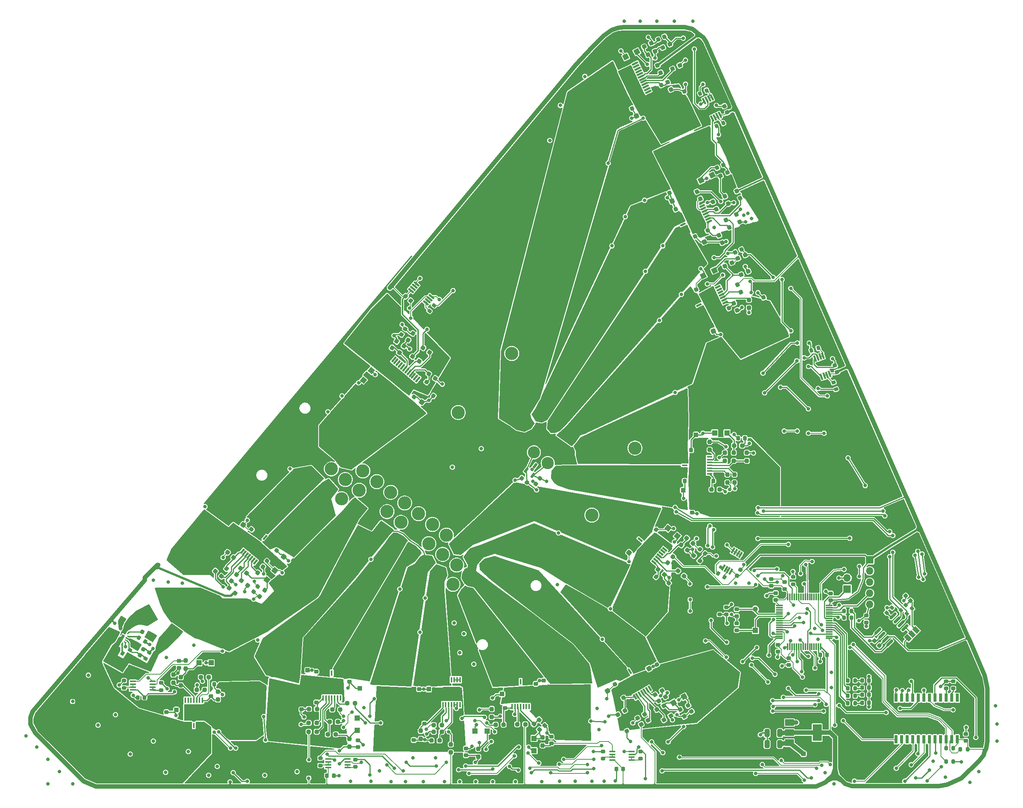
<source format=gbr>
%TF.GenerationSoftware,KiCad,Pcbnew,8.0.0*%
%TF.CreationDate,2024-03-07T18:38:19+01:00*%
%TF.ProjectId,PDU FT24,50445520-4654-4323-942e-6b696361645f,rev?*%
%TF.SameCoordinates,Original*%
%TF.FileFunction,Copper,L1,Top*%
%TF.FilePolarity,Positive*%
%FSLAX46Y46*%
G04 Gerber Fmt 4.6, Leading zero omitted, Abs format (unit mm)*
G04 Created by KiCad (PCBNEW 8.0.0) date 2024-03-07 18:38:19*
%MOMM*%
%LPD*%
G01*
G04 APERTURE LIST*
G04 Aperture macros list*
%AMRoundRect*
0 Rectangle with rounded corners*
0 $1 Rounding radius*
0 $2 $3 $4 $5 $6 $7 $8 $9 X,Y pos of 4 corners*
0 Add a 4 corners polygon primitive as box body*
4,1,4,$2,$3,$4,$5,$6,$7,$8,$9,$2,$3,0*
0 Add four circle primitives for the rounded corners*
1,1,$1+$1,$2,$3*
1,1,$1+$1,$4,$5*
1,1,$1+$1,$6,$7*
1,1,$1+$1,$8,$9*
0 Add four rect primitives between the rounded corners*
20,1,$1+$1,$2,$3,$4,$5,0*
20,1,$1+$1,$4,$5,$6,$7,0*
20,1,$1+$1,$6,$7,$8,$9,0*
20,1,$1+$1,$8,$9,$2,$3,0*%
%AMRotRect*
0 Rectangle, with rotation*
0 The origin of the aperture is its center*
0 $1 length*
0 $2 width*
0 $3 Rotation angle, in degrees counterclockwise*
0 Add horizontal line*
21,1,$1,$2,0,0,$3*%
G04 Aperture macros list end*
%TA.AperFunction,SMDPad,CuDef*%
%ADD10R,0.450000X1.310000*%
%TD*%
%TA.AperFunction,SMDPad,CuDef*%
%ADD11R,4.000000X2.650000*%
%TD*%
%TA.AperFunction,SMDPad,CuDef*%
%ADD12R,1.475000X0.450000*%
%TD*%
%TA.AperFunction,SMDPad,CuDef*%
%ADD13RoundRect,0.250000X0.325000X0.650000X-0.325000X0.650000X-0.325000X-0.650000X0.325000X-0.650000X0*%
%TD*%
%TA.AperFunction,SMDPad,CuDef*%
%ADD14RoundRect,0.225000X0.046884X-0.333057X0.336138X0.011663X-0.046884X0.333057X-0.336138X-0.011663X0*%
%TD*%
%TA.AperFunction,SMDPad,CuDef*%
%ADD15RoundRect,0.237500X0.237500X-0.250000X0.237500X0.250000X-0.237500X0.250000X-0.237500X-0.250000X0*%
%TD*%
%TA.AperFunction,SMDPad,CuDef*%
%ADD16RoundRect,0.237500X-0.250000X-0.237500X0.250000X-0.237500X0.250000X0.237500X-0.250000X0.237500X0*%
%TD*%
%TA.AperFunction,SMDPad,CuDef*%
%ADD17RoundRect,0.225000X-0.046884X0.333057X-0.336138X-0.011663X0.046884X-0.333057X0.336138X0.011663X0*%
%TD*%
%TA.AperFunction,SMDPad,CuDef*%
%ADD18RoundRect,0.225000X0.225000X0.250000X-0.225000X0.250000X-0.225000X-0.250000X0.225000X-0.250000X0*%
%TD*%
%TA.AperFunction,SMDPad,CuDef*%
%ADD19RoundRect,0.237500X0.320903X-0.126205X0.109594X0.326949X-0.320903X0.126205X-0.109594X-0.326949X0*%
%TD*%
%TA.AperFunction,ComponentPad*%
%ADD20C,2.595000*%
%TD*%
%TA.AperFunction,SMDPad,CuDef*%
%ADD21RoundRect,0.225000X-0.098265X-0.321666X0.309574X-0.131488X0.098265X0.321666X-0.309574X0.131488X0*%
%TD*%
%TA.AperFunction,SMDPad,CuDef*%
%ADD22RoundRect,0.200000X-0.053033X0.335876X-0.335876X0.053033X0.053033X-0.335876X0.335876X-0.053033X0*%
%TD*%
%TA.AperFunction,SMDPad,CuDef*%
%ADD23RoundRect,0.237500X-0.320903X0.126205X-0.109594X-0.326949X0.320903X-0.126205X0.109594X0.326949X0*%
%TD*%
%TA.AperFunction,SMDPad,CuDef*%
%ADD24RoundRect,0.218750X0.218750X0.256250X-0.218750X0.256250X-0.218750X-0.256250X0.218750X-0.256250X0*%
%TD*%
%TA.AperFunction,SMDPad,CuDef*%
%ADD25RotRect,1.310000X0.450000X205.000000*%
%TD*%
%TA.AperFunction,SMDPad,CuDef*%
%ADD26RotRect,2.650000X4.000000X205.000000*%
%TD*%
%TA.AperFunction,SMDPad,CuDef*%
%ADD27RoundRect,0.200000X0.053033X-0.335876X0.335876X-0.053033X-0.053033X0.335876X-0.335876X0.053033X0*%
%TD*%
%TA.AperFunction,SMDPad,CuDef*%
%ADD28RoundRect,0.225000X0.250000X-0.225000X0.250000X0.225000X-0.250000X0.225000X-0.250000X-0.225000X0*%
%TD*%
%TA.AperFunction,SMDPad,CuDef*%
%ADD29RoundRect,0.250000X-0.300000X0.300000X-0.300000X-0.300000X0.300000X-0.300000X0.300000X0.300000X0*%
%TD*%
%TA.AperFunction,SMDPad,CuDef*%
%ADD30RoundRect,0.237500X-0.344173X-0.021239X0.038849X-0.342632X0.344173X0.021239X-0.038849X0.342632X0*%
%TD*%
%TA.AperFunction,SMDPad,CuDef*%
%ADD31RoundRect,0.237500X0.250000X0.237500X-0.250000X0.237500X-0.250000X-0.237500X0.250000X-0.237500X0*%
%TD*%
%TA.AperFunction,SMDPad,CuDef*%
%ADD32RoundRect,0.237500X-0.126205X-0.320903X0.326949X-0.109594X0.126205X0.320903X-0.326949X0.109594X0*%
%TD*%
%TA.AperFunction,SMDPad,CuDef*%
%ADD33RoundRect,0.250000X0.036977X-0.422650X0.422650X0.036977X-0.036977X0.422650X-0.422650X-0.036977X0*%
%TD*%
%TA.AperFunction,SMDPad,CuDef*%
%ADD34RoundRect,0.225000X-0.327703X-0.075733X0.040915X-0.333843X0.327703X0.075733X-0.040915X0.333843X0*%
%TD*%
%TA.AperFunction,SMDPad,CuDef*%
%ADD35RoundRect,0.237500X-0.237500X0.250000X-0.237500X-0.250000X0.237500X-0.250000X0.237500X0.250000X0*%
%TD*%
%TA.AperFunction,SMDPad,CuDef*%
%ADD36RoundRect,0.225000X-0.250000X0.225000X-0.250000X-0.225000X0.250000X-0.225000X0.250000X0.225000X0*%
%TD*%
%TA.AperFunction,SMDPad,CuDef*%
%ADD37RoundRect,0.237500X0.097756X0.330681X-0.335256X0.080681X-0.097756X-0.330681X0.335256X-0.080681X0*%
%TD*%
%TA.AperFunction,SMDPad,CuDef*%
%ADD38RoundRect,0.225000X-0.329006X0.069856X-0.104006X-0.319856X0.329006X-0.069856X0.104006X0.319856X0*%
%TD*%
%TA.AperFunction,SMDPad,CuDef*%
%ADD39RoundRect,0.200000X0.200000X0.275000X-0.200000X0.275000X-0.200000X-0.275000X0.200000X-0.275000X0*%
%TD*%
%TA.AperFunction,SMDPad,CuDef*%
%ADD40RoundRect,0.200000X-0.275000X0.200000X-0.275000X-0.200000X0.275000X-0.200000X0.275000X0.200000X0*%
%TD*%
%TA.AperFunction,SMDPad,CuDef*%
%ADD41RoundRect,0.250000X-0.409808X0.109808X-0.109808X-0.409808X0.409808X-0.109808X0.109808X0.409808X0*%
%TD*%
%TA.AperFunction,SMDPad,CuDef*%
%ADD42RoundRect,0.237500X0.344173X0.021239X-0.038849X0.342632X-0.344173X-0.021239X0.038849X-0.342632X0*%
%TD*%
%TA.AperFunction,SMDPad,CuDef*%
%ADD43RoundRect,0.225000X0.075733X-0.327703X0.333843X0.040915X-0.075733X0.327703X-0.333843X-0.040915X0*%
%TD*%
%TA.AperFunction,SMDPad,CuDef*%
%ADD44RoundRect,0.237500X-0.021239X0.344173X-0.342632X-0.038849X0.021239X-0.344173X0.342632X0.038849X0*%
%TD*%
%TA.AperFunction,SMDPad,CuDef*%
%ADD45RoundRect,0.225000X0.098265X0.321666X-0.309574X0.131488X-0.098265X-0.321666X0.309574X-0.131488X0*%
%TD*%
%TA.AperFunction,SMDPad,CuDef*%
%ADD46RoundRect,0.250000X-0.300000X-0.300000X0.300000X-0.300000X0.300000X0.300000X-0.300000X0.300000X0*%
%TD*%
%TA.AperFunction,SMDPad,CuDef*%
%ADD47RoundRect,0.200000X-0.082105X0.329975X-0.339220X0.023558X0.082105X-0.329975X0.339220X-0.023558X0*%
%TD*%
%TA.AperFunction,SMDPad,CuDef*%
%ADD48RoundRect,0.200000X-0.093883X-0.326819X0.281994X-0.190011X0.093883X0.326819X-0.281994X0.190011X0*%
%TD*%
%TA.AperFunction,SMDPad,CuDef*%
%ADD49RoundRect,0.225000X-0.319856X-0.104006X0.069856X-0.329006X0.319856X0.104006X-0.069856X0.329006X0*%
%TD*%
%TA.AperFunction,SMDPad,CuDef*%
%ADD50RotRect,0.250000X0.600000X240.000000*%
%TD*%
%TA.AperFunction,SMDPad,CuDef*%
%ADD51RotRect,0.250000X0.600000X150.000000*%
%TD*%
%TA.AperFunction,SMDPad,CuDef*%
%ADD52RotRect,0.250000X1.700000X150.000000*%
%TD*%
%TA.AperFunction,SMDPad,CuDef*%
%ADD53RotRect,0.400000X2.100000X150.000000*%
%TD*%
%TA.AperFunction,SMDPad,CuDef*%
%ADD54RoundRect,0.225000X-0.333057X-0.046884X0.011663X-0.336138X0.333057X0.046884X-0.011663X0.336138X0*%
%TD*%
%TA.AperFunction,SMDPad,CuDef*%
%ADD55RoundRect,0.237500X-0.097756X-0.330681X0.335256X-0.080681X0.097756X0.330681X-0.335256X0.080681X0*%
%TD*%
%TA.AperFunction,SMDPad,CuDef*%
%ADD56R,1.200000X1.200000*%
%TD*%
%TA.AperFunction,SMDPad,CuDef*%
%ADD57RoundRect,0.200000X0.275000X-0.200000X0.275000X0.200000X-0.275000X0.200000X-0.275000X-0.200000X0*%
%TD*%
%TA.AperFunction,SMDPad,CuDef*%
%ADD58RotRect,0.450000X1.475000X330.000000*%
%TD*%
%TA.AperFunction,SMDPad,CuDef*%
%ADD59RoundRect,0.237500X-0.051155X0.341012X-0.337943X-0.068564X0.051155X-0.341012X0.337943X0.068564X0*%
%TD*%
%TA.AperFunction,SMDPad,CuDef*%
%ADD60RoundRect,0.225000X0.333057X0.046884X-0.011663X0.336138X-0.333057X-0.046884X0.011663X-0.336138X0*%
%TD*%
%TA.AperFunction,SMDPad,CuDef*%
%ADD61RoundRect,0.225000X-0.225000X-0.250000X0.225000X-0.250000X0.225000X0.250000X-0.225000X0.250000X0*%
%TD*%
%TA.AperFunction,SMDPad,CuDef*%
%ADD62RoundRect,0.225000X0.321666X-0.098265X0.131488X0.309574X-0.321666X0.098265X-0.131488X-0.309574X0*%
%TD*%
%TA.AperFunction,SMDPad,CuDef*%
%ADD63RoundRect,0.150000X-0.477297X-0.689429X0.689429X0.477297X0.477297X0.689429X-0.689429X-0.477297X0*%
%TD*%
%TA.AperFunction,SMDPad,CuDef*%
%ADD64RotRect,1.000000X1.500000X45.000000*%
%TD*%
%TA.AperFunction,SMDPad,CuDef*%
%ADD65RotRect,2.413000X3.429000X30.000000*%
%TD*%
%TA.AperFunction,SMDPad,CuDef*%
%ADD66RoundRect,0.237500X0.126205X0.320903X-0.326949X0.109594X-0.126205X-0.320903X0.326949X-0.109594X0*%
%TD*%
%TA.AperFunction,SMDPad,CuDef*%
%ADD67RotRect,1.200000X1.200000X205.000000*%
%TD*%
%TA.AperFunction,SMDPad,CuDef*%
%ADD68RoundRect,0.225000X0.104006X-0.319856X0.329006X0.069856X-0.104006X0.319856X-0.329006X-0.069856X0*%
%TD*%
%TA.AperFunction,SMDPad,CuDef*%
%ADD69RoundRect,0.250000X0.300000X0.300000X-0.300000X0.300000X-0.300000X-0.300000X0.300000X-0.300000X0*%
%TD*%
%TA.AperFunction,SMDPad,CuDef*%
%ADD70RoundRect,0.237500X0.341012X0.051155X-0.068564X0.337943X-0.341012X-0.051155X0.068564X-0.337943X0*%
%TD*%
%TA.AperFunction,SMDPad,CuDef*%
%ADD71RoundRect,0.200000X-0.200000X-0.275000X0.200000X-0.275000X0.200000X0.275000X-0.200000X0.275000X0*%
%TD*%
%TA.AperFunction,SMDPad,CuDef*%
%ADD72RotRect,1.200000X1.200000X30.000000*%
%TD*%
%TA.AperFunction,SMDPad,CuDef*%
%ADD73RotRect,0.450000X1.525000X320.000000*%
%TD*%
%TA.AperFunction,SMDPad,CuDef*%
%ADD74RotRect,2.870000X6.500000X230.000000*%
%TD*%
%TA.AperFunction,SMDPad,CuDef*%
%ADD75RotRect,0.450000X1.475000X230.000000*%
%TD*%
%TA.AperFunction,SMDPad,CuDef*%
%ADD76RoundRect,0.200000X0.138157X-0.310705X0.338157X0.035705X-0.138157X0.310705X-0.338157X-0.035705X0*%
%TD*%
%TA.AperFunction,SMDPad,CuDef*%
%ADD77R,0.700000X1.950000*%
%TD*%
%TA.AperFunction,SMDPad,CuDef*%
%ADD78RoundRect,0.200000X0.310705X0.138157X-0.035705X0.338157X-0.310705X-0.138157X0.035705X-0.338157X0*%
%TD*%
%TA.AperFunction,SMDPad,CuDef*%
%ADD79RoundRect,0.200000X-0.138157X0.310705X-0.338157X-0.035705X0.138157X-0.310705X0.338157X0.035705X0*%
%TD*%
%TA.AperFunction,SMDPad,CuDef*%
%ADD80RoundRect,0.225000X-0.075733X0.327703X-0.333843X-0.040915X0.075733X-0.327703X0.333843X0.040915X0*%
%TD*%
%TA.AperFunction,SMDPad,CuDef*%
%ADD81R,2.000000X1.500000*%
%TD*%
%TA.AperFunction,SMDPad,CuDef*%
%ADD82R,2.000000X3.800000*%
%TD*%
%TA.AperFunction,SMDPad,CuDef*%
%ADD83RoundRect,0.200000X0.065042X0.333758X-0.297482X0.164711X-0.065042X-0.333758X0.297482X-0.164711X0*%
%TD*%
%TA.AperFunction,SMDPad,CuDef*%
%ADD84RotRect,1.310000X0.450000X140.000000*%
%TD*%
%TA.AperFunction,SMDPad,CuDef*%
%ADD85RotRect,2.650000X4.000000X140.000000*%
%TD*%
%TA.AperFunction,SMDPad,CuDef*%
%ADD86RotRect,1.310000X0.450000X50.000000*%
%TD*%
%TA.AperFunction,SMDPad,CuDef*%
%ADD87RotRect,2.650000X4.000000X50.000000*%
%TD*%
%TA.AperFunction,SMDPad,CuDef*%
%ADD88RoundRect,0.250000X-0.145107X-0.398678X0.398678X-0.145107X0.145107X0.398678X-0.398678X0.145107X0*%
%TD*%
%TA.AperFunction,SMDPad,CuDef*%
%ADD89RotRect,1.200000X1.200000X230.000000*%
%TD*%
%TA.AperFunction,SMDPad,CuDef*%
%ADD90R,1.310000X0.450000*%
%TD*%
%TA.AperFunction,SMDPad,CuDef*%
%ADD91R,2.650000X4.000000*%
%TD*%
%TA.AperFunction,ComponentPad*%
%ADD92R,1.700000X1.700000*%
%TD*%
%TA.AperFunction,ComponentPad*%
%ADD93O,1.700000X1.700000*%
%TD*%
%TA.AperFunction,SMDPad,CuDef*%
%ADD94RotRect,1.200000X1.200000X50.000000*%
%TD*%
%TA.AperFunction,SMDPad,CuDef*%
%ADD95RoundRect,0.225000X-0.330695X-0.061367X0.026314X-0.335310X0.330695X0.061367X-0.026314X0.335310X0*%
%TD*%
%TA.AperFunction,SMDPad,CuDef*%
%ADD96RoundRect,0.225000X-0.061367X0.330695X-0.335310X-0.026314X0.061367X-0.330695X0.335310X0.026314X0*%
%TD*%
%TA.AperFunction,SMDPad,CuDef*%
%ADD97RoundRect,0.237500X0.021239X-0.344173X0.342632X0.038849X-0.021239X0.344173X-0.342632X-0.038849X0*%
%TD*%
%TA.AperFunction,SMDPad,CuDef*%
%ADD98RoundRect,0.237500X-0.341012X-0.051155X0.068564X-0.337943X0.341012X0.051155X-0.068564X0.337943X0*%
%TD*%
%TA.AperFunction,SMDPad,CuDef*%
%ADD99RoundRect,0.250000X-0.036977X0.422650X-0.422650X-0.036977X0.036977X-0.422650X0.422650X0.036977X0*%
%TD*%
%TA.AperFunction,SMDPad,CuDef*%
%ADD100RoundRect,0.200000X-0.065042X-0.333758X0.297482X-0.164711X0.065042X0.333758X-0.297482X0.164711X0*%
%TD*%
%TA.AperFunction,ComponentPad*%
%ADD101C,2.400000*%
%TD*%
%TA.AperFunction,SMDPad,CuDef*%
%ADD102RotRect,1.200000X1.200000X140.000000*%
%TD*%
%TA.AperFunction,ComponentPad*%
%ADD103R,1.192000X1.192000*%
%TD*%
%TA.AperFunction,ComponentPad*%
%ADD104C,1.192000*%
%TD*%
%TA.AperFunction,SMDPad,CuDef*%
%ADD105RoundRect,0.250000X0.300000X-0.300000X0.300000X0.300000X-0.300000X0.300000X-0.300000X-0.300000X0*%
%TD*%
%TA.AperFunction,SMDPad,CuDef*%
%ADD106RoundRect,0.237500X0.330681X-0.097756X0.080681X0.335256X-0.330681X0.097756X-0.080681X-0.335256X0*%
%TD*%
%TA.AperFunction,SMDPad,CuDef*%
%ADD107RoundRect,0.237500X0.051155X-0.341012X0.337943X0.068564X-0.051155X0.341012X-0.337943X-0.068564X0*%
%TD*%
%TA.AperFunction,SMDPad,CuDef*%
%ADD108RoundRect,0.225000X0.329006X-0.069856X0.104006X0.319856X-0.329006X0.069856X-0.104006X-0.319856X0*%
%TD*%
%TA.AperFunction,ComponentPad*%
%ADD109RoundRect,0.250000X1.590990X0.000000X0.000000X1.590990X-1.590990X0.000000X0.000000X-1.590990X0*%
%TD*%
%TA.AperFunction,SMDPad,CuDef*%
%ADD110RotRect,1.310000X0.450000X120.000000*%
%TD*%
%TA.AperFunction,SMDPad,CuDef*%
%ADD111RotRect,2.650000X4.000000X120.000000*%
%TD*%
%TA.AperFunction,SMDPad,CuDef*%
%ADD112RoundRect,0.075000X-0.700000X-0.075000X0.700000X-0.075000X0.700000X0.075000X-0.700000X0.075000X0*%
%TD*%
%TA.AperFunction,SMDPad,CuDef*%
%ADD113RoundRect,0.075000X-0.075000X-0.700000X0.075000X-0.700000X0.075000X0.700000X-0.075000X0.700000X0*%
%TD*%
%TA.AperFunction,SMDPad,CuDef*%
%ADD114RotRect,0.450000X1.475000X25.000000*%
%TD*%
%TA.AperFunction,SMDPad,CuDef*%
%ADD115RoundRect,0.225000X0.335876X0.017678X0.017678X0.335876X-0.335876X-0.017678X-0.017678X-0.335876X0*%
%TD*%
%TA.AperFunction,SMDPad,CuDef*%
%ADD116RoundRect,0.237500X0.344715X-0.008839X-0.008839X0.344715X-0.344715X0.008839X0.008839X-0.344715X0*%
%TD*%
%TA.AperFunction,SMDPad,CuDef*%
%ADD117RoundRect,0.250000X-0.422650X-0.036977X0.036977X-0.422650X0.422650X0.036977X-0.036977X0.422650X0*%
%TD*%
%TA.AperFunction,SMDPad,CuDef*%
%ADD118RoundRect,0.225000X0.311878X-0.125926X0.157969X0.296936X-0.311878X0.125926X-0.157969X-0.296936X0*%
%TD*%
%TA.AperFunction,SMDPad,CuDef*%
%ADD119RotRect,0.600000X1.250000X142.500000*%
%TD*%
%TA.AperFunction,SMDPad,CuDef*%
%ADD120RoundRect,0.237500X-0.344715X0.008839X0.008839X-0.344715X0.344715X-0.008839X-0.008839X0.344715X0*%
%TD*%
%TA.AperFunction,SMDPad,CuDef*%
%ADD121RoundRect,0.200000X-0.326819X0.093883X-0.190011X-0.281994X0.326819X-0.093883X0.190011X0.281994X0*%
%TD*%
%TA.AperFunction,SMDPad,CuDef*%
%ADD122RotRect,0.450000X1.525000X295.000000*%
%TD*%
%TA.AperFunction,SMDPad,CuDef*%
%ADD123RotRect,2.870000X6.500000X205.000000*%
%TD*%
%TA.AperFunction,SMDPad,CuDef*%
%ADD124RoundRect,0.200000X-0.310705X-0.138157X0.035705X-0.338157X0.310705X0.138157X-0.035705X0.338157X0*%
%TD*%
%TA.AperFunction,SMDPad,CuDef*%
%ADD125RotRect,0.450000X1.475000X20.000000*%
%TD*%
%TA.AperFunction,ComponentPad*%
%ADD126C,3.000000*%
%TD*%
%TA.AperFunction,ComponentPad*%
%ADD127RotRect,2.775000X2.775000X142.500000*%
%TD*%
%TA.AperFunction,ComponentPad*%
%ADD128C,2.775000*%
%TD*%
%TA.AperFunction,ViaPad*%
%ADD129C,0.800000*%
%TD*%
%TA.AperFunction,Conductor*%
%ADD130C,0.250000*%
%TD*%
%TA.AperFunction,Conductor*%
%ADD131C,0.200000*%
%TD*%
%TA.AperFunction,Conductor*%
%ADD132C,0.150000*%
%TD*%
%TA.AperFunction,Conductor*%
%ADD133C,0.300000*%
%TD*%
%TA.AperFunction,Conductor*%
%ADD134C,1.000000*%
%TD*%
%TA.AperFunction,Conductor*%
%ADD135C,0.500000*%
%TD*%
%TA.AperFunction,Conductor*%
%ADD136C,0.350000*%
%TD*%
%TA.AperFunction,Conductor*%
%ADD137C,2.000000*%
%TD*%
G04 APERTURE END LIST*
D10*
%TO.P,U12,1,GND*%
%TO.N,Net-(U12-GND)*%
X177625000Y-210550000D03*
%TO.P,U12,2,IN0*%
%TO.N,Net-(U12-IN0)*%
X178275000Y-210550000D03*
%TO.P,U12,3,DEN*%
%TO.N,Net-(U12-DEN)*%
X178925000Y-210550000D03*
%TO.P,U12,4,IS*%
%TO.N,Net-(U12-IS)*%
X179575000Y-210545000D03*
%TO.P,U12,5,DSEL*%
%TO.N,GND*%
X180225000Y-210550000D03*
%TO.P,U12,6,IN1*%
X180875000Y-210550000D03*
%TO.P,U12,7,NC*%
%TO.N,unconnected-(U12-NC-Pad7)*%
X181525000Y-210550000D03*
%TO.P,U12,8,OUT1*%
%TO.N,Net-(U12-OUT1-Pad10)*%
X181525000Y-204850000D03*
%TO.P,U12,9,OUT1*%
X180875000Y-204850000D03*
%TO.P,U12,10,OUT1*%
X180225000Y-204850000D03*
%TO.P,U12,11,NC*%
%TO.N,unconnected-(U12-NC-Pad11)*%
X179575000Y-204850000D03*
%TO.P,U12,12,OUT0*%
%TO.N,/Connectors/POut2*%
X178925000Y-204850000D03*
%TO.P,U12,13,OUT0*%
X178275000Y-204850000D03*
%TO.P,U12,14,OUT0*%
X177625000Y-204850000D03*
D11*
%TO.P,U12,15,VS*%
%TO.N,Net-(U12-VS)*%
X179575000Y-207700000D03*
%TD*%
D12*
%TO.P,IC5,1,OUT1*%
%TO.N,Net-(IC5-IN1-)*%
X220659075Y-223153156D03*
%TO.P,IC5,2,IN1-*%
X220659075Y-222503156D03*
%TO.P,IC5,3,IN1+*%
%TO.N,/Power Stages/IS4*%
X220659075Y-221853156D03*
%TO.P,IC5,4,VCC-*%
%TO.N,GND*%
X220659075Y-221203156D03*
%TO.P,IC5,5,IN2+*%
%TO.N,/Power Stages/IS10*%
X216235075Y-221203156D03*
%TO.P,IC5,6,IN2-*%
%TO.N,Net-(IC5-IN2-)*%
X216235075Y-221853156D03*
%TO.P,IC5,7,OUT2*%
X216235075Y-222503156D03*
%TO.P,IC5,8,VCC+*%
%TO.N,+3.3V*%
X216235075Y-223153156D03*
%TD*%
D13*
%TO.P,C17,1*%
%TO.N,+3.3V*%
X254475000Y-217000000D03*
%TO.P,C17,2*%
%TO.N,GND*%
X251525000Y-217000000D03*
%TD*%
D14*
%TO.P,C121,1*%
%TO.N,Net-(U48-VS)*%
X228101840Y-183993684D03*
%TO.P,C121,2*%
%TO.N,GND*%
X229098160Y-182806316D03*
%TD*%
D15*
%TO.P,R124,1*%
%TO.N,GND*%
X172600000Y-218312500D03*
%TO.P,R124,2*%
%TO.N,Net-(U12-GND)*%
X172600000Y-216487500D03*
%TD*%
D16*
%TO.P,R178,1*%
%TO.N,GND*%
X189635071Y-215060792D03*
%TO.P,R178,2*%
%TO.N,Net-(U46-GND)*%
X191460071Y-215060792D03*
%TD*%
D17*
%TO.P,C19,1*%
%TO.N,Net-(U11-VS)*%
X138498160Y-176606316D03*
%TO.P,C19,2*%
%TO.N,GND*%
X137501840Y-177793684D03*
%TD*%
D18*
%TO.P,C29,1*%
%TO.N,+3.3V*%
X109575000Y-208875000D03*
%TO.P,C29,2*%
%TO.N,GND*%
X108025000Y-208875000D03*
%TD*%
D19*
%TO.P,R54,1*%
%TO.N,GND*%
X229616287Y-70366890D03*
%TO.P,R54,2*%
%TO.N,Net-(IC10-GND)*%
X228845009Y-68712878D03*
%TD*%
D20*
%TO.P,U2,1,1*%
%TO.N,12V_EBS_Relay*%
X167633517Y-203015274D03*
%TO.P,U2,2,2*%
%TO.N,Net-(U12-VS)*%
X167633517Y-216485274D03*
%TO.P,U2,3,3*%
%TO.N,12V_EBS_Relay*%
X164233517Y-203015274D03*
%TO.P,U2,4,4*%
%TO.N,Net-(U12-VS)*%
X164233517Y-216485274D03*
%TD*%
D21*
%TO.P,C52,1*%
%TO.N,Net-(U18-VS)*%
X249347112Y-118420271D03*
%TO.P,C52,2*%
%TO.N,GND*%
X250751890Y-117765213D03*
%TD*%
D22*
%TO.P,R4,1*%
%TO.N,/MCU/Vref*%
X283183363Y-187816637D03*
%TO.P,R4,2*%
%TO.N,CAN_H*%
X282016637Y-188983363D03*
%TD*%
D23*
%TO.P,R194,1*%
%TO.N,Net-(U50-IS)*%
X244561436Y-98851150D03*
%TO.P,R194,2*%
%TO.N,GND*%
X245332714Y-100505162D03*
%TD*%
D24*
%TO.P,D4,1,K*%
%TO.N,GND*%
X274787500Y-205000000D03*
%TO.P,D4,2,A*%
%TO.N,Net-(D4-A)*%
X273212500Y-205000000D03*
%TD*%
D10*
%TO.P,U46,1,GND*%
%TO.N,Net-(U46-GND)*%
X193390668Y-210973080D03*
%TO.P,U46,2,IN*%
%TO.N,Net-(U46-IN)*%
X194040668Y-210973080D03*
%TO.P,U46,3,DEN*%
%TO.N,Net-(U46-DEN)*%
X194690668Y-210973080D03*
%TO.P,U46,4,IS*%
%TO.N,Net-(U46-IS)*%
X195340668Y-210968080D03*
%TO.P,U46,5,NC*%
%TO.N,unconnected-(U46-NC-Pad5)*%
X195990668Y-210973080D03*
%TO.P,U46,6,NC*%
%TO.N,unconnected-(U46-NC-Pad6)*%
X196640668Y-210973080D03*
%TO.P,U46,7,NC*%
%TO.N,unconnected-(U46-NC-Pad7)*%
X197290668Y-210973080D03*
%TO.P,U46,8,OUT*%
%TO.N,/Connectors/POut18*%
X197290668Y-205273080D03*
%TO.P,U46,9,OUT*%
X196640668Y-205273080D03*
%TO.P,U46,10,OUT*%
X195990668Y-205273080D03*
%TO.P,U46,11,NC*%
%TO.N,unconnected-(U46-NC-Pad11)*%
X195340668Y-205273080D03*
%TO.P,U46,12,OUT*%
%TO.N,/Connectors/POut18*%
X194690668Y-205273080D03*
%TO.P,U46,13,OUT*%
X194040668Y-205273080D03*
%TO.P,U46,14,OUT*%
X193390668Y-205273080D03*
D11*
%TO.P,U46,15,VS*%
%TO.N,Net-(U46-VS)*%
X195340668Y-208123080D03*
%TD*%
D25*
%TO.P,U18,1,GND*%
%TO.N,Net-(U18-GND)*%
X241981712Y-118892052D03*
%TO.P,U18,2,IN*%
%TO.N,Net-(U18-IN)*%
X241707010Y-118302952D03*
%TO.P,U18,3,DEN*%
%TO.N,Net-(U18-DEN)*%
X241432308Y-117713852D03*
%TO.P,U18,4,IS*%
%TO.N,Net-(U18-IS)*%
X241153075Y-117126865D03*
%TO.P,U18,5,NC*%
%TO.N,unconnected-(U18-NC-Pad5)*%
X240882904Y-116535652D03*
%TO.P,U18,6,NC*%
%TO.N,unconnected-(U18-NC-Pad6)*%
X240608202Y-115946552D03*
%TO.P,U18,7,NC*%
%TO.N,unconnected-(U18-NC-Pad7)*%
X240333501Y-115357452D03*
%TO.P,U18,8,OUT*%
%TO.N,/Connectors/POut15*%
X235167546Y-117766376D03*
%TO.P,U18,9,OUT*%
X235442248Y-118355476D03*
%TO.P,U18,10,OUT*%
X235716950Y-118944576D03*
%TO.P,U18,11,NC*%
%TO.N,unconnected-(U18-NC-Pad11)*%
X235991652Y-119533676D03*
%TO.P,U18,12,OUT*%
%TO.N,/Connectors/POut15*%
X236266354Y-120122776D03*
%TO.P,U18,13,OUT*%
X236541056Y-120711876D03*
%TO.P,U18,14,OUT*%
X236815757Y-121300976D03*
D26*
%TO.P,U18,15,VS*%
%TO.N,Net-(U18-VS)*%
X238574629Y-118329214D03*
%TD*%
D27*
%TO.P,R118,1*%
%TO.N,CAN_L*%
X283416637Y-189783363D03*
%TO.P,R118,2*%
%TO.N,/MCU/Vref*%
X284583363Y-188616637D03*
%TD*%
D28*
%TO.P,C72,1*%
%TO.N,GND*%
X274200000Y-191775000D03*
%TO.P,C72,2*%
%TO.N,/Connectors/NRST*%
X274200000Y-190225000D03*
%TD*%
D14*
%TO.P,C49,1*%
%TO.N,/Connectors/POut16*%
X170033657Y-141632601D03*
%TO.P,C49,2*%
%TO.N,GND*%
X171029977Y-140445233D03*
%TD*%
D29*
%TO.P,D8,1,K*%
%TO.N,/Connectors/POut4*%
X146782938Y-199890379D03*
%TO.P,D8,2,A*%
%TO.N,GND*%
X146782938Y-202690379D03*
%TD*%
D30*
%TO.P,R24,1*%
%TO.N,GND*%
X128525291Y-175824874D03*
%TO.P,R24,2*%
%TO.N,Net-(U11-GND)*%
X129923323Y-176997962D03*
%TD*%
D31*
%TO.P,R30,1*%
%TO.N,/MCU/EN6*%
X157602500Y-210170000D03*
%TO.P,R30,2*%
%TO.N,Net-(U9-IN1)*%
X155777500Y-210170000D03*
%TD*%
%TO.P,R31,1*%
%TO.N,/MCU/DSEL3*%
X154217173Y-211617123D03*
%TO.P,R31,2*%
%TO.N,Net-(U9-DSEL)*%
X152392173Y-211617123D03*
%TD*%
D32*
%TO.P,R72,1*%
%TO.N,Net-(U18-IS)*%
X245620069Y-112563795D03*
%TO.P,R72,2*%
%TO.N,GND*%
X247274081Y-111792517D03*
%TD*%
D33*
%TO.P,D15,1,K*%
%TO.N,/Connectors/POut16*%
X171047172Y-143750618D03*
%TO.P,D15,2,A*%
%TO.N,GND*%
X172846978Y-141605694D03*
%TD*%
D34*
%TO.P,C47,1*%
%TO.N,Net-(IC9-VS)*%
X174200000Y-139300000D03*
%TO.P,C47,2*%
%TO.N,GND*%
X175469686Y-140189044D03*
%TD*%
D28*
%TO.P,C23,1*%
%TO.N,/Power Stages/IS2*%
X158230000Y-220175000D03*
%TO.P,C23,2*%
%TO.N,GND*%
X158230000Y-218625000D03*
%TD*%
D18*
%TO.P,C113,1*%
%TO.N,Net-(U44-VS)*%
X127021832Y-205842478D03*
%TO.P,C113,2*%
%TO.N,GND*%
X125471832Y-205842478D03*
%TD*%
D28*
%TO.P,C117,1*%
%TO.N,Net-(U46-VS)*%
X200600000Y-206575000D03*
%TO.P,C117,2*%
%TO.N,GND*%
X200600000Y-205025000D03*
%TD*%
D15*
%TO.P,R177,1*%
%TO.N,/Power Stages/IS10*%
X200365906Y-219826901D03*
%TO.P,R177,2*%
%TO.N,Net-(D58-K)*%
X200365906Y-218001901D03*
%TD*%
D20*
%TO.P,U17,1,1*%
%TO.N,+12V*%
X239624641Y-128983767D03*
%TO.P,U17,2,2*%
%TO.N,Net-(U18-VS)*%
X251832607Y-123291099D03*
%TO.P,U17,3,3*%
%TO.N,+12V*%
X241061543Y-132065213D03*
%TO.P,U17,4,4*%
%TO.N,Net-(U18-VS)*%
X253269509Y-126372545D03*
%TD*%
D35*
%TO.P,R175,1*%
%TO.N,/MCU/EN12*%
X188771419Y-211504046D03*
%TO.P,R175,2*%
%TO.N,Net-(U46-IN)*%
X188771419Y-213329046D03*
%TD*%
D36*
%TO.P,C7,1*%
%TO.N,GND*%
X252513478Y-181881646D03*
%TO.P,C7,2*%
%TO.N,+3.3V*%
X252513478Y-183431646D03*
%TD*%
D37*
%TO.P,R9,1*%
%TO.N,/MCU/DSEL8*%
X228390248Y-208743750D03*
%TO.P,R9,2*%
%TO.N,Net-(U7-DSEL)*%
X226809752Y-209656250D03*
%TD*%
D38*
%TO.P,C97,1*%
%TO.N,Net-(U7-VS)*%
X218046097Y-207612428D03*
%TO.P,C97,2*%
%TO.N,Net-(U7-GND)*%
X218821097Y-208954768D03*
%TD*%
D39*
%TO.P,R13,1*%
%TO.N,+3.3V*%
X297272075Y-220678156D03*
%TO.P,R13,2*%
%TO.N,/MCU/I2C_SDA*%
X295622075Y-220678156D03*
%TD*%
D40*
%TO.P,R7,1*%
%TO.N,+12V*%
X240727075Y-188333156D03*
%TO.P,R7,2*%
%TO.N,Net-(U3-PC4)*%
X240727075Y-189983156D03*
%TD*%
D41*
%TO.P,D19,1,K*%
%TO.N,/Connectors/POut3*%
X223200000Y-199887564D03*
%TO.P,D19,2,A*%
%TO.N,GND*%
X224600000Y-202312436D03*
%TD*%
D20*
%TO.P,U8,1,1*%
%TO.N,12V_EBS_Relay*%
X142376381Y-203015274D03*
%TO.P,U8,2,2*%
%TO.N,Net-(U9-VS)*%
X142376381Y-216485274D03*
%TO.P,U8,3,3*%
%TO.N,12V_EBS_Relay*%
X138976381Y-203015274D03*
%TO.P,U8,4,4*%
%TO.N,Net-(U9-VS)*%
X138976381Y-216485274D03*
%TD*%
D42*
%TO.P,R185,1*%
%TO.N,Net-(D60-K)*%
X233345398Y-175316839D03*
%TO.P,R185,2*%
%TO.N,Net-(U48-IS)*%
X231947366Y-174143751D03*
%TD*%
D43*
%TO.P,C48,1*%
%TO.N,Net-(IC9-VS)*%
X173002553Y-138312999D03*
%TO.P,C48,2*%
%TO.N,Net-(IC9-GND)*%
X173891597Y-137043313D03*
%TD*%
D30*
%TO.P,R186,1*%
%TO.N,Net-(U48-IS)*%
X233232940Y-172611663D03*
%TO.P,R186,2*%
%TO.N,GND*%
X234630972Y-173784751D03*
%TD*%
D44*
%TO.P,R182,1*%
%TO.N,+3.3V*%
X230086544Y-176800984D03*
%TO.P,R182,2*%
%TO.N,Net-(U48-DEN)*%
X228913456Y-178199016D03*
%TD*%
D35*
%TO.P,R171,1*%
%TO.N,/Power Stages/IS9*%
X119000000Y-200487500D03*
%TO.P,R171,2*%
%TO.N,Net-(D56-K)*%
X119000000Y-202312500D03*
%TD*%
D45*
%TO.P,C51,1*%
%TO.N,/Power Stages/IS6*%
X245693692Y-106829158D03*
%TO.P,C51,2*%
%TO.N,GND*%
X244288914Y-107484216D03*
%TD*%
D46*
%TO.P,D43,1,K*%
%TO.N,/Connectors/POut7*%
X232547075Y-149044884D03*
%TO.P,D43,2,A*%
%TO.N,GND*%
X235347075Y-149044884D03*
%TD*%
D20*
%TO.P,U47,1,1*%
%TO.N,12V_ASMS*%
X215783430Y-181268550D03*
%TO.P,U47,2,2*%
%TO.N,Net-(U48-VS)*%
X226102048Y-189926899D03*
%TO.P,U47,3,3*%
%TO.N,12V_ASMS*%
X213597952Y-183873101D03*
%TO.P,U47,4,4*%
%TO.N,Net-(U48-VS)*%
X223916570Y-192531450D03*
%TD*%
D35*
%TO.P,R128,1*%
%TO.N,/MCU/EN8*%
X238447076Y-150632385D03*
%TO.P,R128,2*%
%TO.N,Net-(U32-IN1)*%
X238447076Y-152457385D03*
%TD*%
D23*
%TO.P,R193,1*%
%TO.N,Net-(D62-K)*%
X241925423Y-94716220D03*
%TO.P,R193,2*%
%TO.N,Net-(U50-IS)*%
X242696701Y-96370232D03*
%TD*%
D24*
%TO.P,D2,1,K*%
%TO.N,GND*%
X274787500Y-208266834D03*
%TO.P,D2,2,A*%
%TO.N,Net-(D2-A)*%
X273212500Y-208266834D03*
%TD*%
D31*
%TO.P,R132,1*%
%TO.N,GND*%
X240705352Y-161498509D03*
%TO.P,R132,2*%
%TO.N,Net-(U32-GND)*%
X238880352Y-161498509D03*
%TD*%
D16*
%TO.P,R29,1*%
%TO.N,/MCU/EN5*%
X147034575Y-214678156D03*
%TO.P,R29,2*%
%TO.N,Net-(U9-IN0)*%
X148859575Y-214678156D03*
%TD*%
D47*
%TO.P,R65,1*%
%TO.N,/MCU/ISENSE12*%
X175628307Y-119567955D03*
%TO.P,R65,2*%
%TO.N,Net-(IC2-IN1-)*%
X174567707Y-120831929D03*
%TD*%
D28*
%TO.P,C3,1*%
%TO.N,GND*%
X244637075Y-190343156D03*
%TO.P,C3,2*%
%TO.N,/MCU/XTAL_IN*%
X244637075Y-188793156D03*
%TD*%
D38*
%TO.P,C13,1*%
%TO.N,/Connectors/POut3*%
X225612500Y-200028830D03*
%TO.P,C13,2*%
%TO.N,GND*%
X226387500Y-201371170D03*
%TD*%
D36*
%TO.P,C119,1*%
%TO.N,/Connectors/POut18*%
X198800000Y-204225000D03*
%TO.P,C119,2*%
%TO.N,GND*%
X198800000Y-205775000D03*
%TD*%
D48*
%TO.P,R37,1*%
%TO.N,/MCU/ISENSE3*%
X261671829Y-129844129D03*
%TO.P,R37,2*%
%TO.N,Net-(IC1-IN1-)*%
X263222321Y-129279795D03*
%TD*%
D36*
%TO.P,C8,1*%
%TO.N,GND*%
X266070509Y-185168422D03*
%TO.P,C8,2*%
%TO.N,+3.3V*%
X266070509Y-186718422D03*
%TD*%
D15*
%TO.P,R134,1*%
%TO.N,Net-(U32-IS)*%
X246947075Y-154957385D03*
%TO.P,R134,2*%
%TO.N,GND*%
X246947075Y-153132385D03*
%TD*%
D30*
%TO.P,R21,1*%
%TO.N,/MCU/EN16*%
X125748059Y-180091612D03*
%TO.P,R21,2*%
%TO.N,Net-(U11-IN0)*%
X127146091Y-181264700D03*
%TD*%
D49*
%TO.P,C58,1*%
%TO.N,Net-(IC8-SS)*%
X109108830Y-193972500D03*
%TO.P,C58,2*%
%TO.N,GND*%
X110451170Y-194747500D03*
%TD*%
D35*
%TO.P,R133,1*%
%TO.N,Net-(D41-K)*%
X243947074Y-153132383D03*
%TO.P,R133,2*%
%TO.N,Net-(U32-IS)*%
X243947074Y-154957383D03*
%TD*%
D45*
%TO.P,C125,1*%
%TO.N,Net-(U50-VS)*%
X230702389Y-93272471D03*
%TO.P,C125,2*%
%TO.N,GND*%
X229297611Y-93927529D03*
%TD*%
D50*
%TO.P,IC8,1,EN*%
%TO.N,/MCU/EN2*%
X105195160Y-196301602D03*
%TO.P,IC8,2,FB*%
%TO.N,Net-(IC8-FB)*%
X105445160Y-195868589D03*
%TO.P,IC8,3,AGND*%
%TO.N,GND*%
X105695160Y-195435577D03*
%TO.P,IC8,4,PG*%
%TO.N,Net-(IC8-PG)*%
X105945160Y-195002564D03*
D51*
%TO.P,IC8,5,SS*%
%TO.N,Net-(IC8-SS)*%
X105863128Y-194204647D03*
D52*
%TO.P,IC8,6,SW*%
%TO.N,Net-(IC8-SW)*%
X104462295Y-194030961D03*
D51*
%TO.P,IC8,7,BOOT*%
%TO.N,Net-(IC8-BOOT)*%
X104304282Y-193304647D03*
D53*
%TO.P,IC8,8,VIN_1*%
%TO.N,Net-(D57-K)*%
X103210000Y-195040000D03*
%TO.P,IC8,9,PGND*%
%TO.N,GND*%
X104214590Y-195620000D03*
D51*
%TO.P,IC8,10,MODE*%
%TO.N,Net-(IC8-MODE)*%
X104463128Y-196629519D03*
%TD*%
D54*
%TO.P,C20,1*%
%TO.N,Net-(U11-VS)*%
X127085282Y-178532786D03*
%TO.P,C20,2*%
%TO.N,Net-(U11-GND)*%
X128272650Y-179529106D03*
%TD*%
D55*
%TO.P,R150,1*%
%TO.N,Net-(U7-IS)*%
X228015177Y-213980085D03*
%TO.P,R150,2*%
%TO.N,GND*%
X229595673Y-213067585D03*
%TD*%
D56*
%TO.P,D56,1,K*%
%TO.N,Net-(D56-K)*%
X122000000Y-201000000D03*
%TO.P,D56,2,A*%
%TO.N,GND*%
X124800000Y-201000000D03*
%TD*%
D19*
%TO.P,R70,1*%
%TO.N,GND*%
X244733639Y-120715006D03*
%TO.P,R70,2*%
%TO.N,Net-(U18-GND)*%
X243962361Y-119060994D03*
%TD*%
D57*
%TO.P,R117,1*%
%TO.N,Net-(IC6-IN2-)*%
X149674399Y-224381006D03*
%TO.P,R117,2*%
%TO.N,/MCU/ISENSE2*%
X149674399Y-222731006D03*
%TD*%
D58*
%TO.P,IC3,1,OUT1*%
%TO.N,GND*%
X245486692Y-176398480D03*
%TO.P,IC3,2,IN1-*%
X244923775Y-176073480D03*
%TO.P,IC3,3,IN1+*%
X244360859Y-175748480D03*
%TO.P,IC3,4,VCC-*%
X243797942Y-175423480D03*
%TO.P,IC3,5,IN2+*%
%TO.N,/Power Stages/IS11*%
X241585942Y-179254776D03*
%TO.P,IC3,6,IN2-*%
%TO.N,Net-(IC3-IN2-)*%
X242148859Y-179579776D03*
%TO.P,IC3,7,OUT2*%
X242711775Y-179904776D03*
%TO.P,IC3,8,VCC+*%
%TO.N,+3.3V*%
X243274692Y-180229776D03*
%TD*%
D36*
%TO.P,C118,1*%
%TO.N,Net-(U46-VS)*%
X191774841Y-209728443D03*
%TO.P,C118,2*%
%TO.N,Net-(U46-GND)*%
X191774841Y-211278443D03*
%TD*%
D20*
%TO.P,U13,1,1*%
%TO.N,+12V*%
X155051168Y-130949181D03*
%TO.P,U13,2,2*%
%TO.N,Net-(IC9-VS)*%
X163709517Y-120630563D03*
%TO.P,U13,3,3*%
%TO.N,+12V*%
X157655719Y-133134659D03*
%TO.P,U13,4,4*%
%TO.N,Net-(IC9-VS)*%
X166314068Y-122816041D03*
%TD*%
D59*
%TO.P,R60,1*%
%TO.N,Net-(D14-K)*%
X168758795Y-128832715D03*
%TO.P,R60,2*%
%TO.N,Net-(IC9-IS)*%
X167712019Y-130327667D03*
%TD*%
D16*
%TO.P,R125,1*%
%TO.N,Net-(D38-K)*%
X175534575Y-216678156D03*
%TO.P,R125,2*%
%TO.N,Net-(U12-IS)*%
X177359575Y-216678156D03*
%TD*%
%TO.P,R36,1*%
%TO.N,Net-(U9-IS)*%
X151840836Y-214449953D03*
%TO.P,R36,2*%
%TO.N,GND*%
X153665836Y-214449953D03*
%TD*%
D29*
%TO.P,D10,1,K*%
%TO.N,/Connectors/POut2*%
X174400000Y-204200000D03*
%TO.P,D10,2,A*%
%TO.N,GND*%
X174400000Y-207000000D03*
%TD*%
D28*
%TO.P,C80,1*%
%TO.N,/Power Stages/IS1*%
X182890178Y-222045499D03*
%TO.P,C80,2*%
%TO.N,GND*%
X182890178Y-220495499D03*
%TD*%
D24*
%TO.P,D1,1,K*%
%TO.N,GND*%
X274787500Y-210100000D03*
%TO.P,D1,2,A*%
%TO.N,Net-(D1-A)*%
X273212500Y-210100000D03*
%TD*%
D54*
%TO.P,C50,1*%
%TO.N,+3.3V*%
X169100739Y-117493377D03*
%TO.P,C50,2*%
%TO.N,GND*%
X170288107Y-118489697D03*
%TD*%
D20*
%TO.P,U15,1,1*%
%TO.N,+12V*%
X219757566Y-81005611D03*
%TO.P,U15,2,2*%
%TO.N,Net-(IC10-VS)*%
X231965532Y-75312943D03*
%TO.P,U15,3,3*%
%TO.N,+12V*%
X221194468Y-84087057D03*
%TO.P,U15,4,4*%
%TO.N,Net-(IC10-VS)*%
X233402434Y-78394389D03*
%TD*%
D42*
%TO.P,R25,1*%
%TO.N,Net-(D6-K)*%
X132899016Y-180586544D03*
%TO.P,R25,2*%
%TO.N,Net-(U11-IS)*%
X131500984Y-179413456D03*
%TD*%
D60*
%TO.P,C122,1*%
%TO.N,Net-(U48-VS)*%
X227400000Y-182400000D03*
%TO.P,C122,2*%
%TO.N,Net-(U48-GND)*%
X226212632Y-181403680D03*
%TD*%
D61*
%TO.P,C87,1*%
%TO.N,Net-(U32-VS)*%
X237725000Y-159544884D03*
%TO.P,C87,2*%
%TO.N,Net-(U32-GND)*%
X239275000Y-159544884D03*
%TD*%
D28*
%TO.P,C116,1*%
%TO.N,/Power Stages/IS10*%
X202335522Y-219342105D03*
%TO.P,C116,2*%
%TO.N,GND*%
X202335522Y-217792105D03*
%TD*%
D15*
%TO.P,R127,1*%
%TO.N,/MCU/EN7*%
X242500000Y-159912500D03*
%TO.P,R127,2*%
%TO.N,Net-(U32-IN0)*%
X242500000Y-158087500D03*
%TD*%
D38*
%TO.P,C96,1*%
%TO.N,Net-(U7-VS)*%
X218802935Y-215199015D03*
%TO.P,C96,2*%
%TO.N,GND*%
X219577935Y-216541355D03*
%TD*%
D57*
%TO.P,R8,1*%
%TO.N,Net-(U3-PC4)*%
X242227075Y-189983156D03*
%TO.P,R8,2*%
%TO.N,GND*%
X242227075Y-188333156D03*
%TD*%
D62*
%TO.P,C31,1*%
%TO.N,+3.3V*%
X242451402Y-75588137D03*
%TO.P,C31,2*%
%TO.N,GND*%
X241796344Y-74183359D03*
%TD*%
D63*
%TO.P,U1,1,D*%
%TO.N,/MCU/CAN_TX*%
X276802872Y-193803051D03*
%TO.P,U1,2,GND*%
%TO.N,GND*%
X277700898Y-194701076D03*
%TO.P,U1,3,VCC*%
%TO.N,+3.3V*%
X278598924Y-195599102D03*
%TO.P,U1,4,R*%
%TO.N,/MCU/CAN_RX*%
X279496949Y-196497128D03*
%TO.P,U1,5,Vref*%
%TO.N,Net-(JP1-C)*%
X282997128Y-192996949D03*
%TO.P,U1,6,CANL*%
%TO.N,CAN_L*%
X282099102Y-192098924D03*
%TO.P,U1,7,CANH*%
%TO.N,CAN_H*%
X281201076Y-191200898D03*
%TO.P,U1,8,Rs*%
%TO.N,Net-(U1-Rs)*%
X280303051Y-190302872D03*
%TD*%
D64*
%TO.P,JP1,1,A*%
%TO.N,+3.3V*%
X283680761Y-195319239D03*
%TO.P,JP1,2,C*%
%TO.N,Net-(JP1-C)*%
X284600000Y-194400000D03*
%TO.P,JP1,3,B*%
%TO.N,/MCU/Vref*%
X285519239Y-193480761D03*
%TD*%
D65*
%TO.P,L2,1,1*%
%TO.N,Net-(IC8-SW)*%
X110310340Y-190080500D03*
%TO.P,L2,2,2*%
%TO.N,/Connectors/POut17*%
X115369660Y-187159500D03*
%TD*%
D66*
%TO.P,R55,1*%
%TO.N,Net-(D13-K)*%
X226012245Y-61661938D03*
%TO.P,R55,2*%
%TO.N,Net-(IC10-IS)*%
X224358233Y-62433216D03*
%TD*%
D67*
%TO.P,D13,1,K*%
%TO.N,Net-(D13-K)*%
X221848831Y-61778334D03*
%TO.P,D13,2,A*%
%TO.N,GND*%
X219311169Y-62961666D03*
%TD*%
D36*
%TO.P,C86,1*%
%TO.N,Net-(U32-VS)*%
X234500000Y-165225000D03*
%TO.P,C86,2*%
%TO.N,GND*%
X234500000Y-166775000D03*
%TD*%
D68*
%TO.P,C60,1*%
%TO.N,Net-(IC8-FB)*%
X108552500Y-199251170D03*
%TO.P,C60,2*%
%TO.N,/Connectors/POut17*%
X109327500Y-197908830D03*
%TD*%
D36*
%TO.P,C112,1*%
%TO.N,/Power Stages/IS9*%
X117463465Y-200570563D03*
%TO.P,C112,2*%
%TO.N,GND*%
X117463465Y-202120563D03*
%TD*%
D20*
%TO.P,U6,1,1*%
%TO.N,+12V*%
X128578525Y-167611586D03*
%TO.P,U6,2,2*%
%TO.N,Net-(U11-VS)*%
X119920176Y-177930204D03*
%TO.P,U6,3,3*%
%TO.N,+12V*%
X125973974Y-165426108D03*
%TO.P,U6,4,4*%
%TO.N,Net-(U11-VS)*%
X117315625Y-175744726D03*
%TD*%
D36*
%TO.P,C24,1*%
%TO.N,Net-(U9-VS)*%
X145400000Y-210025000D03*
%TO.P,C24,2*%
%TO.N,GND*%
X145400000Y-211575000D03*
%TD*%
D42*
%TO.P,R181,1*%
%TO.N,/MCU/EN15*%
X232612897Y-181229235D03*
%TO.P,R181,2*%
%TO.N,Net-(U48-IN)*%
X231214865Y-180056147D03*
%TD*%
D16*
%TO.P,R32,1*%
%TO.N,+3.3V*%
X147034575Y-216678156D03*
%TO.P,R32,2*%
%TO.N,Net-(U9-DEN)*%
X148859575Y-216678156D03*
%TD*%
D69*
%TO.P,D5,1,K*%
%TO.N,Net-(D5-K)*%
X259855000Y-221700000D03*
%TO.P,D5,2,A*%
%TO.N,+12V*%
X257055000Y-221700000D03*
%TD*%
D70*
%TO.P,R59,1*%
%TO.N,GND*%
X175891139Y-136196724D03*
%TO.P,R59,2*%
%TO.N,Net-(IC9-GND)*%
X174396187Y-135149948D03*
%TD*%
D55*
%TO.P,R146,1*%
%TO.N,+3.3V*%
X222829184Y-214997682D03*
%TO.P,R146,2*%
%TO.N,Net-(U7-DEN)*%
X224409680Y-214085182D03*
%TD*%
D71*
%TO.P,R18,1*%
%TO.N,Net-(U3-PA11)*%
X269122075Y-190678156D03*
%TO.P,R18,2*%
%TO.N,/MCU/CAN_RX*%
X270772075Y-190678156D03*
%TD*%
D32*
%TO.P,R56,1*%
%TO.N,Net-(IC10-IS)*%
X223512997Y-60620599D03*
%TO.P,R56,2*%
%TO.N,GND*%
X225167009Y-59849321D03*
%TD*%
D61*
%TO.P,C77,1*%
%TO.N,+3.3V*%
X151172075Y-226678156D03*
%TO.P,C77,2*%
%TO.N,GND*%
X152722075Y-226678156D03*
%TD*%
D57*
%TO.P,R44,1*%
%TO.N,Net-(IC5-IN2-)*%
X214182642Y-222804117D03*
%TO.P,R44,2*%
%TO.N,/MCU/ISENSE10*%
X214182642Y-221154117D03*
%TD*%
D39*
%TO.P,R15,1*%
%TO.N,+3.3V*%
X294005021Y-220457848D03*
%TO.P,R15,2*%
%TO.N,/MCU/I2C_SCL*%
X292355021Y-220457848D03*
%TD*%
D14*
%TO.P,C18,1*%
%TO.N,/Power Stages/IS7*%
X134448915Y-184771840D03*
%TO.P,C18,2*%
%TO.N,GND*%
X135445235Y-183584472D03*
%TD*%
D72*
%TO.P,D47,1,K*%
%TO.N,Net-(D47-K)*%
X230187564Y-210100000D03*
%TO.P,D47,2,A*%
%TO.N,GND*%
X232612436Y-208700000D03*
%TD*%
D20*
%TO.P,U45,1,1*%
%TO.N,12V_ASMS*%
X209651728Y-203015274D03*
%TO.P,U45,2,2*%
%TO.N,Net-(U46-VS)*%
X209651728Y-216485274D03*
%TO.P,U45,3,3*%
%TO.N,12V_ASMS*%
X206251728Y-203015274D03*
%TO.P,U45,4,4*%
%TO.N,Net-(U46-VS)*%
X206251728Y-216485274D03*
%TD*%
D25*
%TO.P,U50,1,GND*%
%TO.N,Net-(U50-GND)*%
X238373754Y-100468679D03*
%TO.P,U50,2,IN0*%
%TO.N,Net-(U50-IN0)*%
X238099052Y-99879579D03*
%TO.P,U50,3,DEN*%
%TO.N,Net-(U50-DEN)*%
X237824350Y-99290479D03*
%TO.P,U50,4,IS*%
%TO.N,Net-(U50-IS)*%
X237545117Y-98703492D03*
%TO.P,U50,5,DSEL*%
%TO.N,Net-(U50-DSEL)*%
X237274946Y-98112279D03*
%TO.P,U50,6,IN1*%
%TO.N,Net-(U50-IN1)*%
X237000244Y-97523179D03*
%TO.P,U50,7,NC*%
%TO.N,unconnected-(U50-NC-Pad7)*%
X236725543Y-96934079D03*
%TO.P,U50,8,OUT1*%
%TO.N,/Connectors/POut13*%
X231559588Y-99343003D03*
%TO.P,U50,9,OUT1*%
X231834290Y-99932103D03*
%TO.P,U50,10,OUT1*%
X232108992Y-100521203D03*
%TO.P,U50,11,NC*%
%TO.N,unconnected-(U50-NC-Pad11)*%
X232383694Y-101110303D03*
%TO.P,U50,12,OUT0*%
%TO.N,/Connectors/POut12*%
X232658396Y-101699403D03*
%TO.P,U50,13,OUT0*%
X232933098Y-102288503D03*
%TO.P,U50,14,OUT0*%
X233207799Y-102877603D03*
D26*
%TO.P,U50,15,VS*%
%TO.N,Net-(U50-VS)*%
X234966671Y-99905841D03*
%TD*%
D73*
%TO.P,IC9,1,N.C._1*%
%TO.N,unconnected-(IC9-N.C._1-Pad1)*%
X171910773Y-136468014D03*
%TO.P,IC9,2,N.C._2*%
%TO.N,unconnected-(IC9-N.C._2-Pad2)*%
X171412844Y-136050202D03*
%TO.P,IC9,3,N.C._3*%
%TO.N,unconnected-(IC9-N.C._3-Pad3)*%
X170914915Y-135632390D03*
%TO.P,IC9,4,GND*%
%TO.N,Net-(IC9-GND)*%
X170416986Y-135214578D03*
%TO.P,IC9,5,IN*%
%TO.N,Net-(IC9-IN)*%
X169919057Y-134796766D03*
%TO.P,IC9,6,DEN*%
%TO.N,Net-(IC9-DEN)*%
X169421128Y-134378954D03*
%TO.P,IC9,7,IS*%
%TO.N,Net-(IC9-IS)*%
X168923200Y-133961142D03*
%TO.P,IC9,8,N.C._4*%
%TO.N,unconnected-(IC9-N.C._4-Pad8)*%
X168425271Y-133543331D03*
%TO.P,IC9,9,N.C._5*%
%TO.N,unconnected-(IC9-N.C._5-Pad9)*%
X167927342Y-133125519D03*
%TO.P,IC9,10,N.C._6*%
%TO.N,unconnected-(IC9-N.C._6-Pad10)*%
X167429413Y-132707707D03*
%TO.P,IC9,11,N.C._7*%
%TO.N,unconnected-(IC9-N.C._7-Pad11)*%
X166931484Y-132289895D03*
%TO.P,IC9,12,N.C._8*%
%TO.N,unconnected-(IC9-N.C._8-Pad12)*%
X166433555Y-131872083D03*
%TO.P,IC9,13,OUT_1*%
%TO.N,/Connectors/POut16*%
X162947075Y-136027108D03*
%TO.P,IC9,14,OUT_2*%
X163445004Y-136444920D03*
%TO.P,IC9,15,OUT_3*%
X163942933Y-136862732D03*
%TO.P,IC9,16,OUT_4*%
X164440862Y-137280544D03*
%TO.P,IC9,17,OUT_5*%
X164938791Y-137698356D03*
%TO.P,IC9,18,OUT_6*%
X165436720Y-138116168D03*
%TO.P,IC9,19,OUT_7*%
X165934648Y-138533980D03*
%TO.P,IC9,20,OUT_8*%
X166432577Y-138951791D03*
%TO.P,IC9,21,OUT_9*%
X166930506Y-139369603D03*
%TO.P,IC9,22,OUT_10*%
X167428435Y-139787415D03*
%TO.P,IC9,23,OUT_11*%
X167926364Y-140205227D03*
%TO.P,IC9,24,OUT_12*%
X168424293Y-140623039D03*
D74*
%TO.P,IC9,25,VS*%
%TO.N,Net-(IC9-VS)*%
X167428924Y-136247561D03*
%TD*%
D66*
%TO.P,R71,1*%
%TO.N,Net-(D20-K)*%
X243537220Y-109820086D03*
%TO.P,R71,2*%
%TO.N,Net-(U18-IS)*%
X241883208Y-110591364D03*
%TD*%
D29*
%TO.P,D59,1,K*%
%TO.N,/Connectors/POut18*%
X191120000Y-205300000D03*
%TO.P,D59,2,A*%
%TO.N,GND*%
X191120000Y-208100000D03*
%TD*%
D61*
%TO.P,C89,1*%
%TO.N,/Connectors/POut7*%
X232672075Y-152544884D03*
%TO.P,C89,2*%
%TO.N,GND*%
X234222075Y-152544884D03*
%TD*%
D75*
%TO.P,IC2,1,OUT1*%
%TO.N,Net-(IC2-IN1-)*%
X173744389Y-119031487D03*
%TO.P,IC2,2,IN1-*%
X174162201Y-118533558D03*
%TO.P,IC2,3,IN1+*%
%TO.N,/Power Stages/IS12*%
X174580013Y-118035629D03*
%TO.P,IC2,4,VCC-*%
%TO.N,GND*%
X174997825Y-117537700D03*
%TO.P,IC2,5,IN2+*%
X171608845Y-114694007D03*
%TO.P,IC2,6,IN2-*%
X171191033Y-115191936D03*
%TO.P,IC2,7,OUT2*%
%TO.N,unconnected-(IC2-OUT2-Pad7)*%
X170773221Y-115689865D03*
%TO.P,IC2,8,VCC+*%
%TO.N,+3.3V*%
X170355409Y-116187794D03*
%TD*%
D76*
%TO.P,R76,1*%
%TO.N,Net-(IC8-FB)*%
X109847500Y-200064471D03*
%TO.P,R76,2*%
%TO.N,/Connectors/POut17*%
X110672500Y-198635529D03*
%TD*%
D23*
%TO.P,R187,1*%
%TO.N,/MCU/EN11*%
X242133770Y-100135063D03*
%TO.P,R187,2*%
%TO.N,Net-(U50-IN0)*%
X242905048Y-101789075D03*
%TD*%
D21*
%TO.P,C127,1*%
%TO.N,/Connectors/POut12*%
X233719478Y-104514747D03*
%TO.P,C127,2*%
%TO.N,GND*%
X235124256Y-103859689D03*
%TD*%
D77*
%TO.P,U4,1,~{INT}*%
%TO.N,unconnected-(U4-~{INT}-Pad1)*%
X294932075Y-208953156D03*
%TO.P,U4,2,A1*%
%TO.N,Net-(U4-A1)*%
X293662075Y-208953156D03*
%TO.P,U4,3,A2*%
%TO.N,Net-(U4-A2)*%
X292392075Y-208953156D03*
%TO.P,U4,4,IO0_0*%
%TO.N,unconnected-(U4-IO0_0-Pad4)*%
X291122075Y-208953156D03*
%TO.P,U4,5,IO0_1*%
%TO.N,/MCU/EN13*%
X289852075Y-208953156D03*
%TO.P,U4,6,IO0_2*%
%TO.N,/MCU/EN2*%
X288582075Y-208953156D03*
%TO.P,U4,7,IO0_3*%
%TO.N,/MCU/EN1*%
X287312075Y-208953156D03*
%TO.P,U4,8,IO0_4*%
%TO.N,/MCU/EN4*%
X286042075Y-208953156D03*
%TO.P,U4,9,IO0_5*%
%TO.N,/MCU/EN11*%
X284772075Y-208953156D03*
%TO.P,U4,10,IO0_6*%
%TO.N,/MCU/EN8*%
X283502075Y-208953156D03*
%TO.P,U4,11,IO0_7*%
%TO.N,/MCU/EN7*%
X282232075Y-208953156D03*
%TO.P,U4,12,VSS*%
%TO.N,GND*%
X280962075Y-208953156D03*
%TO.P,U4,13,IO1_0*%
%TO.N,/MCU/EN15*%
X280962075Y-218403156D03*
%TO.P,U4,14,IO1_1*%
%TO.N,/MCU/EN12*%
X282232075Y-218403156D03*
%TO.P,U4,15,IO1_2*%
%TO.N,unconnected-(U4-IO1_2-Pad15)*%
X283502075Y-218403156D03*
%TO.P,U4,16,IO1_3*%
%TO.N,/MCU/EN3*%
X284772075Y-218403156D03*
%TO.P,U4,17,IO1_4*%
%TO.N,/MCU/EN6*%
X286042075Y-218403156D03*
%TO.P,U4,18,IO1_5*%
%TO.N,/MCU/EN5*%
X287312075Y-218403156D03*
%TO.P,U4,19,IO1_6*%
%TO.N,/MCU/EN14*%
X288582075Y-218403156D03*
%TO.P,U4,20,IO1_7*%
%TO.N,/MCU/EN16*%
X289852075Y-218403156D03*
%TO.P,U4,21,A0*%
%TO.N,Net-(U4-A0)*%
X291122075Y-218403156D03*
%TO.P,U4,22,SCL*%
%TO.N,/MCU/I2C_SCL*%
X292392075Y-218403156D03*
%TO.P,U4,23,SDA*%
%TO.N,/MCU/I2C_SDA*%
X293662075Y-218403156D03*
%TO.P,U4,24,VDD*%
%TO.N,+3.3V*%
X294932075Y-218403156D03*
%TD*%
D44*
%TO.P,R39,1*%
%TO.N,/MCU/EN13*%
X136586544Y-179100984D03*
%TO.P,R39,2*%
%TO.N,Net-(U11-IN1)*%
X135413456Y-180499016D03*
%TD*%
D61*
%TO.P,C9,1*%
%TO.N,GND*%
X263672075Y-199178156D03*
%TO.P,C9,2*%
%TO.N,+3.3V*%
X265222075Y-199178156D03*
%TD*%
D71*
%TO.P,R12,1*%
%TO.N,Net-(U4-A0)*%
X292355021Y-223457848D03*
%TO.P,R12,2*%
%TO.N,GND*%
X294005021Y-223457848D03*
%TD*%
D55*
%TO.P,R148,1*%
%TO.N,GND*%
X217516213Y-212795346D03*
%TO.P,R148,2*%
%TO.N,Net-(U7-GND)*%
X219096709Y-211882846D03*
%TD*%
D17*
%TO.P,C21,1*%
%TO.N,/Connectors/POut22*%
X134998160Y-169406316D03*
%TO.P,C21,2*%
%TO.N,GND*%
X134001840Y-170593684D03*
%TD*%
D15*
%TO.P,R67,1*%
%TO.N,/MCU/EN9*%
X247400000Y-120112500D03*
%TO.P,R67,2*%
%TO.N,Net-(U18-IN)*%
X247400000Y-118287500D03*
%TD*%
D78*
%TO.P,R74,1*%
%TO.N,GND*%
X105984471Y-199672500D03*
%TO.P,R74,2*%
%TO.N,Net-(IC8-MODE)*%
X104555529Y-198847500D03*
%TD*%
D71*
%TO.P,R2,1*%
%TO.N,/MCU/STATUS_LED2*%
X269975000Y-208500000D03*
%TO.P,R2,2*%
%TO.N,Net-(D2-A)*%
X271625000Y-208500000D03*
%TD*%
D28*
%TO.P,C114,1*%
%TO.N,Net-(U44-VS)*%
X124746832Y-210117478D03*
%TO.P,C114,2*%
%TO.N,Net-(U44-GND)*%
X124746832Y-208567478D03*
%TD*%
D40*
%TO.P,R43,1*%
%TO.N,/MCU/ISENSE4*%
X222682642Y-221154117D03*
%TO.P,R43,2*%
%TO.N,Net-(IC5-IN1-)*%
X222682642Y-222804117D03*
%TD*%
D23*
%TO.P,R68,1*%
%TO.N,+3.3V*%
X244815786Y-114868621D03*
%TO.P,R68,2*%
%TO.N,Net-(U18-DEN)*%
X245587064Y-116522633D03*
%TD*%
D79*
%TO.P,R77,1*%
%TO.N,GND*%
X107082500Y-196655529D03*
%TO.P,R77,2*%
%TO.N,Net-(IC8-FB)*%
X106257500Y-198084471D03*
%TD*%
D80*
%TO.P,C62,1*%
%TO.N,/Connectors/POut17*%
X116934522Y-191685157D03*
%TO.P,C62,2*%
%TO.N,GND*%
X116045478Y-192954843D03*
%TD*%
D23*
%TO.P,R188,1*%
%TO.N,/MCU/PWM8*%
X235561436Y-93656744D03*
%TO.P,R188,2*%
%TO.N,Net-(U50-IN1)*%
X236332714Y-95310756D03*
%TD*%
D21*
%TO.P,C128,1*%
%TO.N,/Connectors/POut13*%
X229297611Y-98327529D03*
%TO.P,C128,2*%
%TO.N,GND*%
X230702389Y-97672471D03*
%TD*%
D28*
%TO.P,C115,1*%
%TO.N,Net-(D57-K)*%
X114600000Y-213775000D03*
%TO.P,C115,2*%
%TO.N,GND*%
X114600000Y-212225000D03*
%TD*%
D18*
%TO.P,C85,1*%
%TO.N,/Power Stages/IS3*%
X246475000Y-149800000D03*
%TO.P,C85,2*%
%TO.N,GND*%
X244925000Y-149800000D03*
%TD*%
D21*
%TO.P,C54,1*%
%TO.N,/Connectors/POut15*%
X233987080Y-116627449D03*
%TO.P,C54,2*%
%TO.N,GND*%
X235391858Y-115972391D03*
%TD*%
D81*
%TO.P,U5,1,GND*%
%TO.N,GND*%
X256654964Y-214594980D03*
%TO.P,U5,2,VO*%
%TO.N,+3.3V*%
X256654964Y-216894980D03*
D82*
X262954964Y-216894980D03*
D81*
%TO.P,U5,3,VI*%
%TO.N,Net-(D5-K)*%
X256654964Y-219194980D03*
%TD*%
D15*
%TO.P,R122,1*%
%TO.N,+3.3V*%
X179447075Y-221379856D03*
%TO.P,R122,2*%
%TO.N,Net-(U12-DEN)*%
X179447075Y-219554856D03*
%TD*%
D27*
%TO.P,R73,1*%
%TO.N,Net-(U1-Rs)*%
X278816637Y-189583363D03*
%TO.P,R73,2*%
%TO.N,GND*%
X279983363Y-188416637D03*
%TD*%
D83*
%TO.P,R46,1*%
%TO.N,Net-(IC7-IN2-)*%
X241540814Y-78039458D03*
%TO.P,R46,2*%
%TO.N,/MCU/ISENSE5*%
X240045406Y-78736778D03*
%TD*%
D84*
%TO.P,U48,1,GND*%
%TO.N,Net-(U48-GND)*%
X225717760Y-178086978D03*
%TO.P,U48,2,IN*%
%TO.N,Net-(U48-IN)*%
X226135572Y-177589049D03*
%TO.P,U48,3,DEN*%
%TO.N,Net-(U48-DEN)*%
X226553384Y-177091121D03*
%TO.P,U48,4,IS*%
%TO.N,Net-(U48-IS)*%
X226967365Y-176589978D03*
%TO.P,U48,5,NC*%
%TO.N,unconnected-(U48-NC-Pad5)*%
X227389008Y-176095263D03*
%TO.P,U48,6,NC*%
%TO.N,unconnected-(U48-NC-Pad6)*%
X227806820Y-175597334D03*
%TO.P,U48,7,NC*%
%TO.N,unconnected-(U48-NC-Pad7)*%
X228224632Y-175099405D03*
%TO.P,U48,8,OUT*%
%TO.N,/Connectors/POut19*%
X223858178Y-171435516D03*
%TO.P,U48,9,OUT*%
X223440366Y-171933445D03*
%TO.P,U48,10,OUT*%
X223022554Y-172431373D03*
%TO.P,U48,11,NC*%
%TO.N,unconnected-(U48-NC-Pad11)*%
X222604742Y-172929302D03*
%TO.P,U48,12,OUT*%
%TO.N,/Connectors/POut19*%
X222186930Y-173427231D03*
%TO.P,U48,13,OUT*%
X221769118Y-173925160D03*
%TO.P,U48,14,OUT*%
X221351306Y-174423089D03*
D85*
%TO.P,U48,15,VS*%
%TO.N,Net-(U48-VS)*%
X224787969Y-174761247D03*
%TD*%
D16*
%TO.P,R170,1*%
%TO.N,+3.3V*%
X121498065Y-207103331D03*
%TO.P,R170,2*%
%TO.N,Net-(U44-DEN)*%
X123323065Y-207103331D03*
%TD*%
D86*
%TO.P,U11,1,GND*%
%TO.N,Net-(U11-GND)*%
X131897767Y-175529791D03*
%TO.P,U11,2,IN0*%
%TO.N,Net-(U11-IN0)*%
X132395696Y-175947603D03*
%TO.P,U11,3,DEN*%
%TO.N,Net-(U11-DEN)*%
X132893624Y-176365415D03*
%TO.P,U11,4,IS*%
%TO.N,Net-(U11-IS)*%
X133394767Y-176779396D03*
%TO.P,U11,5,DSEL*%
%TO.N,Net-(U11-DSEL)*%
X133889482Y-177201039D03*
%TO.P,U11,6,IN1*%
%TO.N,Net-(U11-IN1)*%
X134387411Y-177618851D03*
%TO.P,U11,7,NC*%
%TO.N,unconnected-(U11-NC-Pad7)*%
X134885340Y-178036663D03*
%TO.P,U11,8,OUT1*%
%TO.N,/Connectors/POut21*%
X138549229Y-173670209D03*
%TO.P,U11,9,OUT1*%
X138051300Y-173252397D03*
%TO.P,U11,10,OUT1*%
X137553372Y-172834585D03*
%TO.P,U11,11,NC*%
%TO.N,unconnected-(U11-NC-Pad11)*%
X137055443Y-172416773D03*
%TO.P,U11,12,OUT0*%
%TO.N,/Connectors/POut22*%
X136557514Y-171998961D03*
%TO.P,U11,13,OUT0*%
X136059585Y-171581149D03*
%TO.P,U11,14,OUT0*%
X135561656Y-171163337D03*
D87*
%TO.P,U11,15,VS*%
%TO.N,Net-(U11-VS)*%
X135223498Y-174600000D03*
%TD*%
D36*
%TO.P,C26,1*%
%TO.N,/Connectors/POut4*%
X148740000Y-201455000D03*
%TO.P,C26,2*%
%TO.N,GND*%
X148740000Y-203005000D03*
%TD*%
%TO.P,C82,1*%
%TO.N,Net-(U12-VS)*%
X173395288Y-213299312D03*
%TO.P,C82,2*%
%TO.N,Net-(U12-GND)*%
X173395288Y-214849312D03*
%TD*%
D88*
%TO.P,D16,1,K*%
%TO.N,/Connectors/POut1*%
X219231169Y-77591666D03*
%TO.P,D16,2,A*%
%TO.N,GND*%
X221768831Y-76408334D03*
%TD*%
D89*
%TO.P,D14,1,K*%
%TO.N,Net-(D14-K)*%
X161299903Y-134427538D03*
%TO.P,D14,2,A*%
%TO.N,GND*%
X159500097Y-136572462D03*
%TD*%
D90*
%TO.P,U32,1,GND*%
%TO.N,Net-(U32-GND)*%
X238437075Y-157944884D03*
%TO.P,U32,2,IN0*%
%TO.N,Net-(U32-IN0)*%
X238437075Y-157294884D03*
%TO.P,U32,3,DEN*%
%TO.N,Net-(U32-DEN)*%
X238437075Y-156644884D03*
%TO.P,U32,4,IS*%
%TO.N,Net-(U32-IS)*%
X238432075Y-155994884D03*
%TO.P,U32,5,DSEL*%
%TO.N,Net-(U32-DSEL)*%
X238437075Y-155344884D03*
%TO.P,U32,6,IN1*%
%TO.N,Net-(U32-IN1)*%
X238437075Y-154694884D03*
%TO.P,U32,7,NC*%
%TO.N,unconnected-(U32-NC-Pad7)*%
X238437075Y-154044884D03*
%TO.P,U32,8,OUT1*%
%TO.N,/Connectors/POut7*%
X232737075Y-154044884D03*
%TO.P,U32,9,OUT1*%
X232737075Y-154694884D03*
%TO.P,U32,10,OUT1*%
X232737075Y-155344884D03*
%TO.P,U32,11,NC*%
%TO.N,unconnected-(U32-NC-Pad11)*%
X232737075Y-155994884D03*
%TO.P,U32,12,OUT0*%
%TO.N,/Connectors/POut6*%
X232737075Y-156644884D03*
%TO.P,U32,13,OUT0*%
X232737075Y-157294884D03*
%TO.P,U32,14,OUT0*%
X232737075Y-157944884D03*
D91*
%TO.P,U32,15,VS*%
%TO.N,Net-(U32-VS)*%
X235587075Y-155994884D03*
%TD*%
D92*
%TO.P,J1,1,Pin_1*%
%TO.N,/Connectors/UART_RX*%
X269800000Y-184175000D03*
D93*
%TO.P,J1,2,Pin_2*%
%TO.N,/Connectors/UART_TX*%
X269800000Y-181635000D03*
%TD*%
D49*
%TO.P,C56,1*%
%TO.N,Net-(D57-K)*%
X99713830Y-199577500D03*
%TO.P,C56,2*%
%TO.N,GND*%
X101056170Y-200352500D03*
%TD*%
D94*
%TO.P,D6,1,K*%
%TO.N,Net-(D6-K)*%
X137500097Y-182090103D03*
%TO.P,D6,2,A*%
%TO.N,GND*%
X139299903Y-179945179D03*
%TD*%
D40*
%TO.P,R105,1*%
%TO.N,GND*%
X257513478Y-181431646D03*
%TO.P,R105,2*%
%TO.N,Net-(U3-BOOT0)*%
X257513478Y-183081646D03*
%TD*%
D95*
%TO.P,C79,1*%
%TO.N,GND*%
X195585151Y-158928210D03*
%TO.P,C79,2*%
%TO.N,CAN_L*%
X196814849Y-159871790D03*
%TD*%
D36*
%TO.P,C41,1*%
%TO.N,GND*%
X255513478Y-182606646D03*
%TO.P,C41,2*%
%TO.N,+3.3V*%
X255513478Y-184156646D03*
%TD*%
D35*
%TO.P,R129,1*%
%TO.N,/MCU/DSEL4*%
X241947074Y-153132384D03*
%TO.P,R129,2*%
%TO.N,Net-(U32-DSEL)*%
X241947074Y-154957384D03*
%TD*%
D96*
%TO.P,C78,1*%
%TO.N,CAN_H*%
X199771790Y-158985151D03*
%TO.P,C78,2*%
%TO.N,GND*%
X198828210Y-160214849D03*
%TD*%
D45*
%TO.P,C124,1*%
%TO.N,/Power Stages/IS5*%
X241578654Y-87554250D03*
%TO.P,C124,2*%
%TO.N,GND*%
X240173876Y-88209308D03*
%TD*%
D88*
%TO.P,D21,1,K*%
%TO.N,/Connectors/POut15*%
X236731169Y-126591666D03*
%TO.P,D21,2,A*%
%TO.N,GND*%
X239268831Y-125408334D03*
%TD*%
D37*
%TO.P,R149,1*%
%TO.N,Net-(D47-K)*%
X227990248Y-210743750D03*
%TO.P,R149,2*%
%TO.N,Net-(U7-IS)*%
X226409752Y-211656250D03*
%TD*%
D31*
%TO.P,R131,1*%
%TO.N,/Power Stages/IS3*%
X245859574Y-151500000D03*
%TO.P,R131,2*%
%TO.N,Net-(D41-K)*%
X244034574Y-151500000D03*
%TD*%
D59*
%TO.P,R58,1*%
%TO.N,/Power Stages/IS12*%
X170766312Y-125965684D03*
%TO.P,R58,2*%
%TO.N,Net-(D14-K)*%
X169719536Y-127460636D03*
%TD*%
D97*
%TO.P,R23,1*%
%TO.N,/Power Stages/IS7*%
X135860531Y-185877172D03*
%TO.P,R23,2*%
%TO.N,Net-(D6-K)*%
X137033619Y-184479140D03*
%TD*%
D57*
%TO.P,R14,1*%
%TO.N,Net-(U4-A1)*%
X294019544Y-206836685D03*
%TO.P,R14,2*%
%TO.N,GND*%
X294019544Y-205186685D03*
%TD*%
D98*
%TO.P,R19,1*%
%TO.N,/MCU/EN1*%
X173091668Y-129233592D03*
%TO.P,R19,2*%
%TO.N,Net-(IC9-IN)*%
X174586620Y-130280368D03*
%TD*%
D99*
%TO.P,D7,1,K*%
%TO.N,/Connectors/POut22*%
X133899903Y-167427538D03*
%TO.P,D7,2,A*%
%TO.N,GND*%
X132100097Y-169572462D03*
%TD*%
D24*
%TO.P,D3,1,K*%
%TO.N,GND*%
X274787500Y-206661538D03*
%TO.P,D3,2,A*%
%TO.N,Net-(D3-A)*%
X273212500Y-206661538D03*
%TD*%
D54*
%TO.P,C123,1*%
%TO.N,/Connectors/POut19*%
X225081836Y-169688295D03*
%TO.P,C123,2*%
%TO.N,GND*%
X226269204Y-170684615D03*
%TD*%
D88*
%TO.P,D63,1,K*%
%TO.N,/Connectors/POut12*%
X234678244Y-106269822D03*
%TO.P,D63,2,A*%
%TO.N,GND*%
X237215906Y-105086490D03*
%TD*%
D36*
%TO.P,C6,1*%
%TO.N,GND*%
X253500000Y-185111315D03*
%TO.P,C6,2*%
%TO.N,+3.3V*%
X253500000Y-186661315D03*
%TD*%
D56*
%TO.P,D41,1,K*%
%TO.N,Net-(D41-K)*%
X242409575Y-148594883D03*
%TO.P,D41,2,A*%
%TO.N,GND*%
X239609575Y-148594883D03*
%TD*%
D31*
%TO.P,R35,1*%
%TO.N,Net-(D9-K)*%
X153212931Y-217295877D03*
%TO.P,R35,2*%
%TO.N,Net-(U9-IS)*%
X151387931Y-217295877D03*
%TD*%
D15*
%TO.P,R123,1*%
%TO.N,/Power Stages/IS1*%
X185708420Y-222411395D03*
%TO.P,R123,2*%
%TO.N,Net-(D38-K)*%
X185708420Y-220586395D03*
%TD*%
D45*
%TO.P,C22,1*%
%TO.N,/Power Stages/IS13*%
X228149464Y-58350627D03*
%TO.P,C22,2*%
%TO.N,GND*%
X226744686Y-59005685D03*
%TD*%
D56*
%TO.P,D58,1,K*%
%TO.N,Net-(D58-K)*%
X198400000Y-218200000D03*
%TO.P,D58,2,A*%
%TO.N,GND*%
X198400000Y-221000000D03*
%TD*%
D100*
%TO.P,R45,1*%
%TO.N,/MCU/ISENSE13*%
X236275295Y-71311568D03*
%TO.P,R45,2*%
%TO.N,Net-(IC7-IN1-)*%
X237770703Y-70614248D03*
%TD*%
D101*
%TO.P,U43,1,1*%
%TO.N,+12V*%
X133909332Y-202665000D03*
%TO.P,U43,2,2*%
X130509332Y-202665000D03*
%TO.P,U43,3,3*%
%TO.N,Net-(U44-VS)*%
X130509332Y-216135000D03*
%TO.P,U43,4,4*%
X133909332Y-216135000D03*
%TD*%
D23*
%TO.P,R189,1*%
%TO.N,/MCU/DSEL7*%
X239206498Y-95984073D03*
%TO.P,R189,2*%
%TO.N,Net-(U50-DSEL)*%
X239977776Y-97638085D03*
%TD*%
D88*
%TO.P,D17,1,K*%
%TO.N,/Connectors/POut13*%
X227331169Y-96991666D03*
%TO.P,D17,2,A*%
%TO.N,GND*%
X229868831Y-95808334D03*
%TD*%
D71*
%TO.P,R3,1*%
%TO.N,/MCU/STATUS_LED3*%
X269947075Y-206800000D03*
%TO.P,R3,2*%
%TO.N,Net-(D3-A)*%
X271597075Y-206800000D03*
%TD*%
D16*
%TO.P,R34,1*%
%TO.N,GND*%
X147087500Y-211500000D03*
%TO.P,R34,2*%
%TO.N,Net-(U9-GND)*%
X148912500Y-211500000D03*
%TD*%
D20*
%TO.P,U49,1,1*%
%TO.N,+12V*%
X223250034Y-88242668D03*
%TO.P,U49,2,2*%
%TO.N,Net-(U50-VS)*%
X235458000Y-82550000D03*
%TO.P,U49,3,3*%
%TO.N,+12V*%
X224686936Y-91324114D03*
%TO.P,U49,4,4*%
%TO.N,Net-(U50-VS)*%
X236894902Y-85631446D03*
%TD*%
D12*
%TO.P,IC6,1,OUT1*%
%TO.N,Net-(IC6-IN1-)*%
X155886399Y-224856006D03*
%TO.P,IC6,2,IN1-*%
X155886399Y-224206006D03*
%TO.P,IC6,3,IN1+*%
%TO.N,/Power Stages/IS1*%
X155886399Y-223556006D03*
%TO.P,IC6,4,VCC-*%
%TO.N,GND*%
X155886399Y-222906006D03*
%TO.P,IC6,5,IN2+*%
%TO.N,/Power Stages/IS2*%
X151462399Y-222906006D03*
%TO.P,IC6,6,IN2-*%
%TO.N,Net-(IC6-IN2-)*%
X151462399Y-223556006D03*
%TO.P,IC6,7,OUT2*%
X151462399Y-224206006D03*
%TO.P,IC6,8,VCC+*%
%TO.N,+3.3V*%
X151462399Y-224856006D03*
%TD*%
D102*
%TO.P,D60,1,K*%
%TO.N,Net-(D60-K)*%
X231097734Y-172125422D03*
%TO.P,D60,2,A*%
%TO.N,GND*%
X228952810Y-170325616D03*
%TD*%
D103*
%TO.P,Y1,1*%
%TO.N,/MCU/XTAL_OUT*%
X248887075Y-193618156D03*
D104*
%TO.P,Y1,2*%
%TO.N,/MCU/XTAL_IN*%
X248887075Y-188738156D03*
%TD*%
D12*
%TO.P,IC4,1,OUT1*%
%TO.N,Net-(IC4-IN1-)*%
X111412000Y-207175000D03*
%TO.P,IC4,2,IN1-*%
X111412000Y-206525000D03*
%TO.P,IC4,3,IN1+*%
%TO.N,/Power Stages/IS7*%
X111412000Y-205875000D03*
%TO.P,IC4,4,VCC-*%
%TO.N,GND*%
X111412000Y-205225000D03*
%TO.P,IC4,5,IN2+*%
%TO.N,/Power Stages/IS9*%
X106988000Y-205225000D03*
%TO.P,IC4,6,IN2-*%
%TO.N,Net-(IC4-IN2-)*%
X106988000Y-205875000D03*
%TO.P,IC4,7,OUT2*%
X106988000Y-206525000D03*
%TO.P,IC4,8,VCC+*%
%TO.N,+3.3V*%
X106988000Y-207175000D03*
%TD*%
D42*
%TO.P,R183,1*%
%TO.N,/Power Stages/IS11*%
X236209856Y-177720408D03*
%TO.P,R183,2*%
%TO.N,Net-(D60-K)*%
X234811824Y-176547320D03*
%TD*%
D49*
%TO.P,C55,1*%
%TO.N,Net-(D57-K)*%
X101263830Y-196927500D03*
%TO.P,C55,2*%
%TO.N,GND*%
X102606170Y-197702500D03*
%TD*%
D71*
%TO.P,R5,1*%
%TO.N,/MCU/STATUS_LED4*%
X269947363Y-205000000D03*
%TO.P,R5,2*%
%TO.N,Net-(D4-A)*%
X271597363Y-205000000D03*
%TD*%
D67*
%TO.P,D20,1,K*%
%TO.N,Net-(D20-K)*%
X239528823Y-111606047D03*
%TO.P,D20,2,A*%
%TO.N,GND*%
X236991161Y-112789379D03*
%TD*%
D57*
%TO.P,R16,1*%
%TO.N,Net-(U4-A2)*%
X292397613Y-206836685D03*
%TO.P,R16,2*%
%TO.N,GND*%
X292397613Y-205186685D03*
%TD*%
D23*
%TO.P,R52,1*%
%TO.N,+3.3V*%
X226527053Y-64925102D03*
%TO.P,R52,2*%
%TO.N,Net-(IC10-DEN)*%
X227298331Y-66579114D03*
%TD*%
D78*
%TO.P,R40,1*%
%TO.N,Net-(IC3-IN2-)*%
X241817775Y-181453230D03*
%TO.P,R40,2*%
%TO.N,/MCU/ISENSE11*%
X240388833Y-180628230D03*
%TD*%
D17*
%TO.P,C11,1*%
%TO.N,/Connectors/POut21*%
X140698160Y-174206316D03*
%TO.P,C11,2*%
%TO.N,GND*%
X139701840Y-175393684D03*
%TD*%
D42*
%TO.P,R184,1*%
%TO.N,GND*%
X228099016Y-180864035D03*
%TO.P,R184,2*%
%TO.N,Net-(U48-GND)*%
X226700984Y-179690947D03*
%TD*%
D35*
%TO.P,R172,1*%
%TO.N,GND*%
X126346832Y-207529978D03*
%TO.P,R172,2*%
%TO.N,Net-(U44-GND)*%
X126346832Y-209354978D03*
%TD*%
D105*
%TO.P,D57,1,K*%
%TO.N,Net-(D57-K)*%
X116854108Y-214516656D03*
%TO.P,D57,2,A*%
%TO.N,GND*%
X116854108Y-211716656D03*
%TD*%
D106*
%TO.P,R147,1*%
%TO.N,/Power Stages/IS4*%
X232655016Y-213191521D03*
%TO.P,R147,2*%
%TO.N,Net-(D47-K)*%
X231742516Y-211611025D03*
%TD*%
D66*
%TO.P,R69,1*%
%TO.N,/Power Stages/IS6*%
X246568310Y-108070086D03*
%TO.P,R69,2*%
%TO.N,Net-(D20-K)*%
X244914298Y-108841364D03*
%TD*%
D60*
%TO.P,C120,1*%
%TO.N,/Power Stages/IS11*%
X237390099Y-176099932D03*
%TO.P,C120,2*%
%TO.N,GND*%
X236202731Y-175103612D03*
%TD*%
D20*
%TO.P,U31,1,1*%
%TO.N,+12V*%
X263290143Y-162541321D03*
%TO.P,U31,2,2*%
%TO.N,Net-(U32-VS)*%
X249820143Y-162541321D03*
%TO.P,U31,3,3*%
%TO.N,+12V*%
X263290143Y-159141321D03*
%TO.P,U31,4,4*%
%TO.N,Net-(U32-VS)*%
X249820143Y-159141321D03*
%TD*%
D107*
%TO.P,R61,1*%
%TO.N,Net-(IC9-IS)*%
X166023526Y-129252189D03*
%TO.P,R61,2*%
%TO.N,GND*%
X167070302Y-127757237D03*
%TD*%
D108*
%TO.P,C95,1*%
%TO.N,/Power Stages/IS4*%
X234318316Y-212072442D03*
%TO.P,C95,2*%
%TO.N,GND*%
X233543316Y-210730102D03*
%TD*%
D67*
%TO.P,D62,1,K*%
%TO.N,Net-(D62-K)*%
X239020256Y-89905796D03*
%TO.P,D62,2,A*%
%TO.N,GND*%
X236482594Y-91089128D03*
%TD*%
D55*
%TO.P,R143,1*%
%TO.N,/MCU/PWM1*%
X222026836Y-213607975D03*
%TO.P,R143,2*%
%TO.N,Net-(U7-IN0)*%
X223607332Y-212695475D03*
%TD*%
D56*
%TO.P,D38,1,K*%
%TO.N,Net-(D38-K)*%
X187714543Y-216550993D03*
%TO.P,D38,2,A*%
%TO.N,GND*%
X184914543Y-216550993D03*
%TD*%
D61*
%TO.P,C88,1*%
%TO.N,/Connectors/POut6*%
X231225000Y-159544884D03*
%TO.P,C88,2*%
%TO.N,GND*%
X232775000Y-159544884D03*
%TD*%
D66*
%TO.P,R51,1*%
%TO.N,/MCU/PWM6*%
X231627006Y-64914361D03*
%TO.P,R51,2*%
%TO.N,Net-(IC10-IN)*%
X229972994Y-65685639D03*
%TD*%
D41*
%TO.P,D49,1,K*%
%TO.N,/Connectors/POut10*%
X213747075Y-204965720D03*
%TO.P,D49,2,A*%
%TO.N,GND*%
X215147075Y-207390592D03*
%TD*%
D28*
%TO.P,C14,1*%
%TO.N,+3.3V*%
X296855021Y-218732848D03*
%TO.P,C14,2*%
%TO.N,GND*%
X296855021Y-217182848D03*
%TD*%
D35*
%TO.P,R173,1*%
%TO.N,Net-(D56-K)*%
X117858647Y-204277902D03*
%TO.P,R173,2*%
%TO.N,Net-(U44-IS)*%
X117858647Y-206102902D03*
%TD*%
D109*
%TO.P,J4,1,Pin_1*%
%TO.N,/Connectors/POut3*%
X214000000Y-191800000D03*
%TD*%
D36*
%TO.P,C4,1*%
%TO.N,GND*%
X244637075Y-192018156D03*
%TO.P,C4,2*%
%TO.N,/MCU/XTAL_OUT*%
X244637075Y-193568156D03*
%TD*%
D92*
%TO.P,J6,1,Pin_1*%
%TO.N,+3.3V*%
X274947075Y-177518156D03*
D93*
%TO.P,J6,2,Pin_2*%
%TO.N,/Connectors/SWCLK*%
X274947075Y-180058156D03*
%TO.P,J6,3,Pin_3*%
%TO.N,GND*%
X274947075Y-182598156D03*
%TO.P,J6,4,Pin_4*%
%TO.N,/Connectors/SWDIO*%
X274947075Y-185138156D03*
%TO.P,J6,5,Pin_5*%
%TO.N,/Connectors/NRST*%
X274947075Y-187678156D03*
%TD*%
D68*
%TO.P,C28,1*%
%TO.N,+3.3V*%
X244696738Y-181123541D03*
%TO.P,C28,2*%
%TO.N,GND*%
X245471738Y-179781201D03*
%TD*%
D37*
%TO.P,R6,1*%
%TO.N,/MCU/EN4*%
X227590248Y-207343750D03*
%TO.P,R6,2*%
%TO.N,Net-(U7-IN1)*%
X226009752Y-208256250D03*
%TD*%
D98*
%TO.P,R57,1*%
%TO.N,+3.3V*%
X170711368Y-131215328D03*
%TO.P,R57,2*%
%TO.N,Net-(IC9-DEN)*%
X172206320Y-132262104D03*
%TD*%
D18*
%TO.P,C30,1*%
%TO.N,+3.3V*%
X218722075Y-225178156D03*
%TO.P,C30,2*%
%TO.N,GND*%
X217172075Y-225178156D03*
%TD*%
D110*
%TO.P,U7,1,GND*%
%TO.N,Net-(U7-GND)*%
X221405273Y-208780672D03*
%TO.P,U7,2,IN0*%
%TO.N,Net-(U7-IN0)*%
X221968190Y-208455672D03*
%TO.P,U7,3,DEN*%
%TO.N,Net-(U7-DEN)*%
X222531106Y-208130672D03*
%TO.P,U7,4,IS*%
%TO.N,Net-(U7-IS)*%
X223091523Y-207801342D03*
%TO.P,U7,5,DSEL*%
%TO.N,Net-(U7-DSEL)*%
X223656940Y-207480672D03*
%TO.P,U7,6,IN1*%
%TO.N,Net-(U7-IN1)*%
X224219856Y-207155672D03*
%TO.P,U7,7,NC*%
%TO.N,unconnected-(U7-NC-Pad7)*%
X224782773Y-206830672D03*
%TO.P,U7,8,OUT1*%
%TO.N,/Connectors/POut3*%
X221932773Y-201894328D03*
%TO.P,U7,9,OUT1*%
X221369856Y-202219328D03*
%TO.P,U7,10,OUT1*%
X220806940Y-202544328D03*
%TO.P,U7,11,NC*%
%TO.N,unconnected-(U7-NC-Pad11)*%
X220244023Y-202869328D03*
%TO.P,U7,12,OUT0*%
%TO.N,/Connectors/POut10*%
X219681106Y-203194328D03*
%TO.P,U7,13,OUT0*%
X219118190Y-203519328D03*
%TO.P,U7,14,OUT0*%
X218555273Y-203844328D03*
D111*
%TO.P,U7,15,VS*%
%TO.N,Net-(U7-VS)*%
X221669023Y-205337500D03*
%TD*%
D23*
%TO.P,R190,1*%
%TO.N,+3.3V*%
X244641436Y-93501150D03*
%TO.P,R190,2*%
%TO.N,Net-(U50-DEN)*%
X245412714Y-95155162D03*
%TD*%
D80*
%TO.P,C46,1*%
%TO.N,/Power Stages/IS12*%
X169049142Y-124931163D03*
%TO.P,C46,2*%
%TO.N,GND*%
X168160098Y-126200849D03*
%TD*%
D112*
%TO.P,U3,1,VBAT*%
%TO.N,+3.3V*%
X254338478Y-187906646D03*
%TO.P,U3,2,PC13*%
%TO.N,unconnected-(U3-PC13-Pad2)*%
X254338478Y-188406646D03*
%TO.P,U3,3,PC14*%
%TO.N,unconnected-(U3-PC14-Pad3)*%
X254338478Y-188906646D03*
%TO.P,U3,4,PC15*%
%TO.N,unconnected-(U3-PC15-Pad4)*%
X254338478Y-189406646D03*
%TO.P,U3,5,PF0*%
%TO.N,/MCU/XTAL_IN*%
X254338478Y-189906646D03*
%TO.P,U3,6,PF1*%
%TO.N,/MCU/XTAL_OUT*%
X254338478Y-190406646D03*
%TO.P,U3,7,NRST*%
%TO.N,/Connectors/NRST*%
X254338478Y-190906646D03*
%TO.P,U3,8,PC0*%
%TO.N,/MCU/ISENSE12*%
X254338478Y-191406646D03*
%TO.P,U3,9,PC1*%
%TO.N,/MCU/ISENSE11*%
X254338478Y-191906646D03*
%TO.P,U3,10,PC2*%
%TO.N,/MCU/ISENSE6*%
X254338478Y-192406646D03*
%TO.P,U3,11,PC3*%
%TO.N,/MCU/ISENSE13*%
X254338478Y-192906646D03*
%TO.P,U3,12,VSSA*%
%TO.N,GND*%
X254338478Y-193406646D03*
%TO.P,U3,13,VDDA*%
%TO.N,+3.3V*%
X254338478Y-193906646D03*
%TO.P,U3,14,PA0*%
%TO.N,/MCU/DSEL8*%
X254338478Y-194406646D03*
%TO.P,U3,15,PA1*%
%TO.N,/MCU/ISENSE5*%
X254338478Y-194906646D03*
%TO.P,U3,16,PA2*%
%TO.N,/MCU/ISENSE3*%
X254338478Y-195406646D03*
D113*
%TO.P,U3,17,PA3*%
%TO.N,/MCU/ISENSE7*%
X256263478Y-197331646D03*
%TO.P,U3,18,PF4*%
%TO.N,/MCU/ISENSE9*%
X256763478Y-197331646D03*
%TO.P,U3,19,VDD*%
%TO.N,+3.3V*%
X257263478Y-197331646D03*
%TO.P,U3,20,PA4*%
%TO.N,/MCU/ISENSE2*%
X257763478Y-197331646D03*
%TO.P,U3,21,PA5*%
%TO.N,/MCU/ISENSE1*%
X258263478Y-197331646D03*
%TO.P,U3,22,PA6*%
%TO.N,/MCU/ISENSE10*%
X258763478Y-197331646D03*
%TO.P,U3,23,PA7*%
%TO.N,/MCU/ISENSE4*%
X259263478Y-197331646D03*
%TO.P,U3,24,PC4*%
%TO.N,Net-(U3-PC4)*%
X259763478Y-197331646D03*
%TO.P,U3,25,PC5*%
%TO.N,unconnected-(U3-PC5-Pad25)*%
X260263478Y-197331646D03*
%TO.P,U3,26,PB0*%
%TO.N,/MCU/PWM8*%
X260763478Y-197331646D03*
%TO.P,U3,27,PB1*%
%TO.N,/MCU/PWM1*%
X261263478Y-197331646D03*
%TO.P,U3,28,PB2*%
%TO.N,unconnected-(U3-PB2-Pad28)*%
X261763478Y-197331646D03*
%TO.P,U3,29,PB10*%
%TO.N,unconnected-(U3-PB10-Pad29)*%
X262263478Y-197331646D03*
%TO.P,U3,30,PB11*%
%TO.N,unconnected-(U3-PB11-Pad30)*%
X262763478Y-197331646D03*
%TO.P,U3,31,VSS*%
%TO.N,GND*%
X263263478Y-197331646D03*
%TO.P,U3,32,VDD*%
%TO.N,+3.3V*%
X263763478Y-197331646D03*
D112*
%TO.P,U3,33,PB12*%
%TO.N,/MCU/DSEL3*%
X265688478Y-195406646D03*
%TO.P,U3,34,PB13*%
%TO.N,/MCU/DSEL4*%
X265688478Y-194906646D03*
%TO.P,U3,35,PB14*%
%TO.N,/MCU/DSEL5*%
X265688478Y-194406646D03*
%TO.P,U3,36,PB15*%
%TO.N,unconnected-(U3-PB15-Pad36)*%
X265688478Y-193906646D03*
%TO.P,U3,37,PC6*%
%TO.N,/MCU/STATUS_LED1*%
X265688478Y-193406646D03*
%TO.P,U3,38,PC7*%
%TO.N,/MCU/STATUS_LED2*%
X265688478Y-192906646D03*
%TO.P,U3,39,PC8*%
%TO.N,/MCU/STATUS_LED3*%
X265688478Y-192406646D03*
%TO.P,U3,40,PC9*%
%TO.N,/MCU/STATUS_LED4*%
X265688478Y-191906646D03*
%TO.P,U3,41,PA8*%
%TO.N,unconnected-(U3-PA8-Pad41)*%
X265688478Y-191406646D03*
%TO.P,U3,42,PA9*%
%TO.N,/Connectors/UART_RX*%
X265688478Y-190906646D03*
%TO.P,U3,43,PA10*%
%TO.N,/Connectors/UART_TX*%
X265688478Y-190406646D03*
%TO.P,U3,44,PA11*%
%TO.N,Net-(U3-PA11)*%
X265688478Y-189906646D03*
%TO.P,U3,45,PA12*%
%TO.N,Net-(U3-PA12)*%
X265688478Y-189406646D03*
%TO.P,U3,46,PA13*%
%TO.N,/Connectors/SWDIO*%
X265688478Y-188906646D03*
%TO.P,U3,47,VSS*%
%TO.N,GND*%
X265688478Y-188406646D03*
%TO.P,U3,48,VDD*%
%TO.N,+3.3V*%
X265688478Y-187906646D03*
D113*
%TO.P,U3,49,PA14*%
%TO.N,/Connectors/SWCLK*%
X263763478Y-185981646D03*
%TO.P,U3,50,PA15*%
%TO.N,/MCU/I2C_SCL*%
X263263478Y-185981646D03*
%TO.P,U3,51,PC10*%
%TO.N,unconnected-(U3-PC10-Pad51)*%
X262763478Y-185981646D03*
%TO.P,U3,52,PC11*%
%TO.N,unconnected-(U3-PC11-Pad52)*%
X262263478Y-185981646D03*
%TO.P,U3,53,PC12*%
%TO.N,unconnected-(U3-PC12-Pad53)*%
X261763478Y-185981646D03*
%TO.P,U3,54,PD2*%
%TO.N,unconnected-(U3-PD2-Pad54)*%
X261263478Y-185981646D03*
%TO.P,U3,55,PB3*%
%TO.N,/MCU/PWM6*%
X260763478Y-185981646D03*
%TO.P,U3,56,PB4*%
%TO.N,/MCU/EN9*%
X260263478Y-185981646D03*
%TO.P,U3,57,PB5*%
%TO.N,unconnected-(U3-PB5-Pad57)*%
X259763478Y-185981646D03*
%TO.P,U3,58,PB6*%
%TO.N,unconnected-(U3-PB6-Pad58)*%
X259263478Y-185981646D03*
%TO.P,U3,59,PB7*%
%TO.N,/MCU/I2C_SDA*%
X258763478Y-185981646D03*
%TO.P,U3,60,BOOT0*%
%TO.N,Net-(U3-BOOT0)*%
X258263478Y-185981646D03*
%TO.P,U3,61,PB8*%
%TO.N,unconnected-(U3-PB8-Pad61)*%
X257763478Y-185981646D03*
%TO.P,U3,62,PB9*%
%TO.N,/MCU/DSEL7*%
X257263478Y-185981646D03*
%TO.P,U3,63,VSS*%
%TO.N,GND*%
X256763478Y-185981646D03*
%TO.P,U3,64,VDD*%
%TO.N,+3.3V*%
X256263478Y-185981646D03*
%TD*%
D40*
%TO.P,R41,1*%
%TO.N,/MCU/ISENSE7*%
X113412000Y-205550000D03*
%TO.P,R41,2*%
%TO.N,Net-(IC4-IN1-)*%
X113412000Y-207200000D03*
%TD*%
D13*
%TO.P,C16,1*%
%TO.N,Net-(D5-K)*%
X254475000Y-219500000D03*
%TO.P,C16,2*%
%TO.N,GND*%
X251525000Y-219500000D03*
%TD*%
D15*
%TO.P,R33,1*%
%TO.N,/Power Stages/IS2*%
X156289400Y-220107912D03*
%TO.P,R33,2*%
%TO.N,Net-(D9-K)*%
X156289400Y-218282912D03*
%TD*%
D21*
%TO.P,C126,1*%
%TO.N,Net-(U50-VS)*%
X236600467Y-103171321D03*
%TO.P,C126,2*%
%TO.N,Net-(U50-GND)*%
X238005245Y-102516263D03*
%TD*%
D71*
%TO.P,R1,1*%
%TO.N,/MCU/STATUS_LED1*%
X269943219Y-210200000D03*
%TO.P,R1,2*%
%TO.N,Net-(D1-A)*%
X271593219Y-210200000D03*
%TD*%
D21*
%TO.P,C53,1*%
%TO.N,Net-(U18-VS)*%
X241407611Y-120847529D03*
%TO.P,C53,2*%
%TO.N,Net-(U18-GND)*%
X242812389Y-120192471D03*
%TD*%
D44*
%TO.P,R26,1*%
%TO.N,Net-(U11-IS)*%
X130586544Y-180900984D03*
%TO.P,R26,2*%
%TO.N,GND*%
X129413456Y-182299016D03*
%TD*%
D42*
%TO.P,R22,1*%
%TO.N,+3.3V*%
X130279842Y-185129561D03*
%TO.P,R22,2*%
%TO.N,Net-(U11-DEN)*%
X128881810Y-183956473D03*
%TD*%
D40*
%TO.P,R116,1*%
%TO.N,/MCU/ISENSE1*%
X157674399Y-223056006D03*
%TO.P,R116,2*%
%TO.N,Net-(IC6-IN1-)*%
X157674399Y-224706006D03*
%TD*%
D38*
%TO.P,C99,1*%
%TO.N,/Connectors/POut10*%
X216059575Y-204506986D03*
%TO.P,C99,2*%
%TO.N,GND*%
X216834575Y-205849326D03*
%TD*%
D42*
%TO.P,R10,1*%
%TO.N,/MCU/DSEL5*%
X133099016Y-183386544D03*
%TO.P,R10,2*%
%TO.N,Net-(U11-DSEL)*%
X131700984Y-182213456D03*
%TD*%
D114*
%TO.P,IC7,1,OUT1*%
%TO.N,Net-(IC7-IN1-)*%
X238939203Y-72164508D03*
%TO.P,IC7,2,IN1-*%
X238350103Y-72439211D03*
%TO.P,IC7,3,IN1+*%
%TO.N,/Power Stages/IS13*%
X237761003Y-72713913D03*
%TO.P,IC7,4,VCC-*%
%TO.N,GND*%
X237171903Y-72988615D03*
%TO.P,IC7,5,IN2+*%
%TO.N,/Power Stages/IS5*%
X239041567Y-76998122D03*
%TO.P,IC7,6,IN2-*%
%TO.N,Net-(IC7-IN2-)*%
X239630667Y-76723419D03*
%TO.P,IC7,7,OUT2*%
X240219767Y-76448717D03*
%TO.P,IC7,8,VCC+*%
%TO.N,+3.3V*%
X240808867Y-76174015D03*
%TD*%
D46*
%TO.P,D42,1,K*%
%TO.N,/Connectors/POut6*%
X229600000Y-161678156D03*
%TO.P,D42,2,A*%
%TO.N,GND*%
X232400000Y-161678156D03*
%TD*%
D115*
%TO.P,C1,1*%
%TO.N,/MCU/Vref*%
X284248008Y-186848008D03*
%TO.P,C1,2*%
%TO.N,GND*%
X283151992Y-185751992D03*
%TD*%
D116*
%TO.P,R179,1*%
%TO.N,Net-(D58-K)*%
X199645235Y-216195410D03*
%TO.P,R179,2*%
%TO.N,Net-(U46-IS)*%
X198354765Y-214904940D03*
%TD*%
D36*
%TO.P,C81,1*%
%TO.N,Net-(U12-VS)*%
X171000000Y-217025000D03*
%TO.P,C81,2*%
%TO.N,GND*%
X171000000Y-218575000D03*
%TD*%
D29*
%TO.P,D11,1,K*%
%TO.N,/Connectors/POut5*%
X158720474Y-204008104D03*
%TO.P,D11,2,A*%
%TO.N,GND*%
X158720474Y-206808104D03*
%TD*%
D80*
%TO.P,C61,1*%
%TO.N,/Connectors/POut17*%
X118204522Y-192585157D03*
%TO.P,C61,2*%
%TO.N,GND*%
X117315478Y-193854843D03*
%TD*%
D31*
%TO.P,R176,1*%
%TO.N,+3.3V*%
X196412500Y-215000000D03*
%TO.P,R176,2*%
%TO.N,Net-(U46-DEN)*%
X194587500Y-215000000D03*
%TD*%
D66*
%TO.P,R53,1*%
%TO.N,/Power Stages/IS13*%
X229413452Y-60075929D03*
%TO.P,R53,2*%
%TO.N,Net-(D13-K)*%
X227759440Y-60847207D03*
%TD*%
D15*
%TO.P,R174,1*%
%TO.N,Net-(U44-IS)*%
X116200000Y-205512500D03*
%TO.P,R174,2*%
%TO.N,GND*%
X116200000Y-203687500D03*
%TD*%
D49*
%TO.P,C59,1*%
%TO.N,Net-(IC8-BOOT)*%
X104544830Y-191192500D03*
%TO.P,C59,2*%
%TO.N,Net-(IC8-SW)*%
X105887170Y-191967500D03*
%TD*%
D16*
%TO.P,R119,1*%
%TO.N,/MCU/EN3*%
X175534575Y-215178156D03*
%TO.P,R119,2*%
%TO.N,Net-(U12-IN0)*%
X177359575Y-215178156D03*
%TD*%
D117*
%TO.P,D61,1,K*%
%TO.N,/Connectors/POut19*%
X217927538Y-174100097D03*
%TO.P,D61,2,A*%
%TO.N,GND*%
X220072462Y-175899903D03*
%TD*%
D31*
%TO.P,R126,1*%
%TO.N,Net-(U12-IS)*%
X176859575Y-218678156D03*
%TO.P,R126,2*%
%TO.N,GND*%
X175034575Y-218678156D03*
%TD*%
D99*
%TO.P,D18,1,K*%
%TO.N,/Connectors/POut21*%
X143099903Y-174655076D03*
%TO.P,D18,2,A*%
%TO.N,GND*%
X141300097Y-176800000D03*
%TD*%
D118*
%TO.P,C2,1*%
%TO.N,+3.3V*%
X267506516Y-134720606D03*
%TO.P,C2,2*%
%TO.N,GND*%
X266976384Y-133264082D03*
%TD*%
D19*
%TO.P,R192,1*%
%TO.N,GND*%
X241334799Y-105280630D03*
%TO.P,R192,2*%
%TO.N,Net-(U50-GND)*%
X240563521Y-103626618D03*
%TD*%
D57*
%TO.P,R42,1*%
%TO.N,Net-(IC4-IN2-)*%
X104912000Y-206700000D03*
%TO.P,R42,2*%
%TO.N,/MCU/ISENSE9*%
X104912000Y-205050000D03*
%TD*%
D119*
%TO.P,D22,1,A1*%
%TO.N,CAN_L*%
X196637553Y-157115030D03*
%TO.P,D22,2,A2*%
%TO.N,CAN_H*%
X198144925Y-158271676D03*
%TO.P,D22,3,common*%
%TO.N,GND*%
X198608762Y-156106646D03*
%TD*%
D16*
%TO.P,R169,1*%
%TO.N,/MCU/EN14*%
X122441902Y-204254326D03*
%TO.P,R169,2*%
%TO.N,Net-(U44-IN)*%
X124266902Y-204254326D03*
%TD*%
D36*
%TO.P,C25,1*%
%TO.N,Net-(U9-VS)*%
X148800000Y-208425000D03*
%TO.P,C25,2*%
%TO.N,Net-(U9-GND)*%
X148800000Y-209975000D03*
%TD*%
D120*
%TO.P,R180,1*%
%TO.N,Net-(U46-IS)*%
X199554765Y-213954765D03*
%TO.P,R180,2*%
%TO.N,GND*%
X200845235Y-215245235D03*
%TD*%
D28*
%TO.P,C5,1*%
%TO.N,GND*%
X254013478Y-198431646D03*
%TO.P,C5,2*%
%TO.N,+3.3V*%
X254013478Y-196881646D03*
%TD*%
D21*
%TO.P,C32,1*%
%TO.N,Net-(IC10-VS)*%
X231244686Y-71505685D03*
%TO.P,C32,2*%
%TO.N,GND*%
X232649464Y-70850627D03*
%TD*%
%TO.P,C43,1*%
%TO.N,Net-(IC10-VS)*%
X226027611Y-70037529D03*
%TO.P,C43,2*%
%TO.N,Net-(IC10-GND)*%
X227432389Y-69382471D03*
%TD*%
%TO.P,C44,1*%
%TO.N,/Connectors/POut1*%
X219337611Y-75367529D03*
%TO.P,C44,2*%
%TO.N,GND*%
X220742389Y-74712471D03*
%TD*%
D121*
%TO.P,R38,1*%
%TO.N,Net-(IC1-IN2-)*%
X266717833Y-137124754D03*
%TO.P,R38,2*%
%TO.N,/MCU/ISENSE6*%
X267282167Y-138675246D03*
%TD*%
D28*
%TO.P,C10,1*%
%TO.N,GND*%
X256447075Y-201453156D03*
%TO.P,C10,2*%
%TO.N,+3.3V*%
X256447075Y-199903156D03*
%TD*%
D36*
%TO.P,C83,1*%
%TO.N,/Connectors/POut2*%
X172200000Y-205425000D03*
%TO.P,C83,2*%
%TO.N,GND*%
X172200000Y-206975000D03*
%TD*%
D10*
%TO.P,U9,1,GND*%
%TO.N,Net-(U9-GND)*%
X150343417Y-209003380D03*
%TO.P,U9,2,IN0*%
%TO.N,Net-(U9-IN0)*%
X150993417Y-209003380D03*
%TO.P,U9,3,DEN*%
%TO.N,Net-(U9-DEN)*%
X151643417Y-209003380D03*
%TO.P,U9,4,IS*%
%TO.N,Net-(U9-IS)*%
X152293417Y-208998380D03*
%TO.P,U9,5,DSEL*%
%TO.N,Net-(U9-DSEL)*%
X152943417Y-209003380D03*
%TO.P,U9,6,IN1*%
%TO.N,Net-(U9-IN1)*%
X153593417Y-209003380D03*
%TO.P,U9,7,NC*%
%TO.N,unconnected-(U9-NC-Pad7)*%
X154243417Y-209003380D03*
%TO.P,U9,8,OUT1*%
%TO.N,/Connectors/POut5*%
X154243417Y-203303380D03*
%TO.P,U9,9,OUT1*%
X153593417Y-203303380D03*
%TO.P,U9,10,OUT1*%
X152943417Y-203303380D03*
%TO.P,U9,11,NC*%
%TO.N,unconnected-(U9-NC-Pad11)*%
X152293417Y-203303380D03*
%TO.P,U9,12,OUT0*%
%TO.N,/Connectors/POut4*%
X151643417Y-203303380D03*
%TO.P,U9,13,OUT0*%
X150993417Y-203303380D03*
%TO.P,U9,14,OUT0*%
X150343417Y-203303380D03*
D11*
%TO.P,U9,15,VS*%
%TO.N,Net-(U9-VS)*%
X152293417Y-206153380D03*
%TD*%
D39*
%TO.P,R47,1*%
%TO.N,/MCU/CAN_TX*%
X270772075Y-189178156D03*
%TO.P,R47,2*%
%TO.N,Net-(U3-PA12)*%
X269122075Y-189178156D03*
%TD*%
D15*
%TO.P,R130,1*%
%TO.N,+3.3V*%
X244100000Y-159925000D03*
%TO.P,R130,2*%
%TO.N,Net-(U32-DEN)*%
X244100000Y-158100000D03*
%TD*%
D122*
%TO.P,IC10,1,N.C._1*%
%TO.N,unconnected-(IC10-N.C._1-Pad1)*%
X224457534Y-70937820D03*
%TO.P,IC10,2,N.C._2*%
%TO.N,unconnected-(IC10-N.C._2-Pad2)*%
X224182832Y-70348720D03*
%TO.P,IC10,3,N.C._3*%
%TO.N,unconnected-(IC10-N.C._3-Pad3)*%
X223908130Y-69759619D03*
%TO.P,IC10,4,GND*%
%TO.N,Net-(IC10-GND)*%
X223633428Y-69170519D03*
%TO.P,IC10,5,IN*%
%TO.N,Net-(IC10-IN)*%
X223358727Y-68581419D03*
%TO.P,IC10,6,DEN*%
%TO.N,Net-(IC10-DEN)*%
X223084025Y-67992319D03*
%TO.P,IC10,7,IS*%
%TO.N,Net-(IC10-IS)*%
X222809323Y-67403219D03*
%TO.P,IC10,8,N.C._4*%
%TO.N,unconnected-(IC10-N.C._4-Pad8)*%
X222534621Y-66814119D03*
%TO.P,IC10,9,N.C._5*%
%TO.N,unconnected-(IC10-N.C._5-Pad9)*%
X222259919Y-66225019D03*
%TO.P,IC10,10,N.C._6*%
%TO.N,unconnected-(IC10-N.C._6-Pad10)*%
X221985217Y-65635919D03*
%TO.P,IC10,11,N.C._7*%
%TO.N,unconnected-(IC10-N.C._7-Pad11)*%
X221710515Y-65046819D03*
%TO.P,IC10,12,N.C._8*%
%TO.N,unconnected-(IC10-N.C._8-Pad12)*%
X221435813Y-64457719D03*
%TO.P,IC10,13,OUT_1*%
%TO.N,/Connectors/POut1*%
X216520000Y-66750000D03*
%TO.P,IC10,14,OUT_2*%
X216794702Y-67339100D03*
%TO.P,IC10,15,OUT_3*%
X217069404Y-67928201D03*
%TO.P,IC10,16,OUT_4*%
X217344106Y-68517301D03*
%TO.P,IC10,17,OUT_5*%
X217618807Y-69106401D03*
%TO.P,IC10,18,OUT_6*%
X217893509Y-69695501D03*
%TO.P,IC10,19,OUT_7*%
X218168211Y-70284601D03*
%TO.P,IC10,20,OUT_8*%
X218442913Y-70873701D03*
%TO.P,IC10,21,OUT_9*%
X218717615Y-71462801D03*
%TO.P,IC10,22,OUT_10*%
X218992317Y-72051901D03*
%TO.P,IC10,23,OUT_11*%
X219267019Y-72641001D03*
%TO.P,IC10,24,OUT_12*%
X219541721Y-73230101D03*
D123*
%TO.P,IC10,25,VS*%
%TO.N,Net-(IC10-VS)*%
X220488767Y-68843910D03*
%TD*%
D56*
%TO.P,D9,1,K*%
%TO.N,Net-(D9-K)*%
X158055624Y-216337426D03*
%TO.P,D9,2,A*%
%TO.N,GND*%
X158055624Y-213537426D03*
%TD*%
D124*
%TO.P,R75,1*%
%TO.N,Net-(IC8-PG)*%
X108285529Y-195267500D03*
%TO.P,R75,2*%
%TO.N,+3.3V*%
X109714471Y-196092500D03*
%TD*%
D10*
%TO.P,U44,1,GND*%
%TO.N,Net-(U44-GND)*%
X122796600Y-209537072D03*
%TO.P,U44,2,IN*%
%TO.N,Net-(U44-IN)*%
X122146600Y-209537072D03*
%TO.P,U44,3,DEN*%
%TO.N,Net-(U44-DEN)*%
X121496600Y-209537072D03*
%TO.P,U44,4,IS*%
%TO.N,Net-(U44-IS)*%
X120846600Y-209542072D03*
%TO.P,U44,5,NC*%
%TO.N,unconnected-(U44-NC-Pad5)*%
X120196600Y-209537072D03*
%TO.P,U44,6,NC*%
%TO.N,unconnected-(U44-NC-Pad6)*%
X119546600Y-209537072D03*
%TO.P,U44,7,NC*%
%TO.N,unconnected-(U44-NC-Pad7)*%
X118896600Y-209537072D03*
%TO.P,U44,8,OUT*%
%TO.N,Net-(D57-K)*%
X118896600Y-215237072D03*
%TO.P,U44,9,OUT*%
X119546600Y-215237072D03*
%TO.P,U44,10,OUT*%
X120196600Y-215237072D03*
%TO.P,U44,11,NC*%
%TO.N,unconnected-(U44-NC-Pad11)*%
X120846600Y-215237072D03*
%TO.P,U44,12,OUT*%
%TO.N,Net-(D57-K)*%
X121496600Y-215237072D03*
%TO.P,U44,13,OUT*%
X122146600Y-215237072D03*
%TO.P,U44,14,OUT*%
X122796600Y-215237072D03*
D11*
%TO.P,U44,15,VS*%
%TO.N,Net-(U44-VS)*%
X120846600Y-212387072D03*
%TD*%
D66*
%TO.P,R191,1*%
%TO.N,/Power Stages/IS5*%
X242548506Y-89308755D03*
%TO.P,R191,2*%
%TO.N,Net-(D62-K)*%
X240894494Y-90080033D03*
%TD*%
D20*
%TO.P,U35,1,1*%
%TO.N,+12V*%
X232613430Y-195258550D03*
%TO.P,U35,2,2*%
%TO.N,Net-(U7-VS)*%
X242932048Y-203916899D03*
%TO.P,U35,3,3*%
%TO.N,+12V*%
X230427952Y-197863101D03*
%TO.P,U35,4,4*%
%TO.N,Net-(U7-VS)*%
X240746570Y-206521450D03*
%TD*%
D36*
%TO.P,C27,1*%
%TO.N,/Connectors/POut5*%
X156345279Y-203706580D03*
%TO.P,C27,2*%
%TO.N,GND*%
X156345279Y-205256580D03*
%TD*%
D49*
%TO.P,C57,1*%
%TO.N,Net-(D57-K)*%
X100488830Y-198252500D03*
%TO.P,C57,2*%
%TO.N,GND*%
X101831170Y-199027500D03*
%TD*%
D125*
%TO.P,IC1,1,OUT1*%
%TO.N,Net-(IC1-IN1-)*%
X264279476Y-131011216D03*
%TO.P,IC1,2,IN1-*%
X263668676Y-131233529D03*
%TO.P,IC1,3,IN1+*%
%TO.N,/Power Stages/IS3*%
X263057875Y-131455842D03*
%TO.P,IC1,4,VCC-*%
%TO.N,GND*%
X262447075Y-131678156D03*
%TO.P,IC1,5,IN2+*%
%TO.N,/Power Stages/IS6*%
X263960172Y-135835356D03*
%TO.P,IC1,6,IN2-*%
%TO.N,Net-(IC1-IN2-)*%
X264570972Y-135613043D03*
%TO.P,IC1,7,OUT2*%
X265181773Y-135390730D03*
%TO.P,IC1,8,VCC+*%
%TO.N,+3.3V*%
X265792573Y-135168416D03*
%TD*%
D115*
%TO.P,C42,1*%
%TO.N,+3.3V*%
X277148008Y-197048008D03*
%TO.P,C42,2*%
%TO.N,GND*%
X276051992Y-195951992D03*
%TD*%
D126*
%TO.P,J2,1,Pin_1*%
%TO.N,/Connectors/POut22*%
X148178248Y-158755891D03*
%TO.P,J2,2,Pin_2*%
%TO.N,/Connectors/POut21*%
X151351661Y-161190937D03*
%TO.P,J2,3,Pin_3*%
%TO.N,GND*%
X154525075Y-163625982D03*
%TO.P,J2,4,Pin_4*%
%TO.N,/Connectors/POut17*%
X157698488Y-166061028D03*
%TO.P,J2,5,Pin_5*%
%TO.N,+12V*%
X160871901Y-168496074D03*
%TO.P,J2,6,Pin_6*%
%TO.N,12V_EBS_Relay*%
X164045315Y-170931120D03*
%TO.P,J2,7,Pin_7*%
%TO.N,/Connectors/POut4*%
X167218728Y-173366165D03*
%TO.P,J2,8,Pin_8*%
%TO.N,/Connectors/POut5*%
X170392141Y-175801211D03*
%TO.P,J2,9,Pin_9*%
%TO.N,12V_EBS_Relay*%
X173565555Y-178236257D03*
%TO.P,J2,10,Pin_10*%
%TO.N,/Connectors/POut2*%
X176738968Y-180671302D03*
%TO.P,J2,11,Pin_11*%
%TO.N,GND*%
X179912381Y-183106348D03*
%TO.P,J2,12,Pin_12*%
%TO.N,/Connectors/POut18*%
X183085795Y-185541394D03*
%TO.P,J2,13,Pin_13*%
%TO.N,GND*%
X152200000Y-156800000D03*
%TO.P,J2,14,Pin_14*%
X155373414Y-159235046D03*
%TO.P,J2,15,Pin_15*%
X158546827Y-161670092D03*
%TO.P,J2,16,Pin_16*%
%TO.N,+12V*%
X161720240Y-164105138D03*
%TO.P,J2,17,Pin_17*%
%TO.N,GND*%
X164893654Y-166540183D03*
%TO.P,J2,18,Pin_18*%
X168067067Y-168975229D03*
%TO.P,J2,19,Pin_19*%
%TO.N,+12V*%
X171240480Y-171410275D03*
%TO.P,J2,20,Pin_20*%
%TO.N,GND*%
X174413894Y-173845320D03*
%TO.P,J2,21,Pin_21*%
X177587307Y-176280366D03*
%TO.P,J2,22,Pin_22*%
X180760720Y-178715412D03*
%TO.P,J2,23,Pin_23*%
%TO.N,12V_ASMS*%
X183934134Y-181150458D03*
%TO.P,J2,24,Pin_24*%
%TO.N,/Connectors/POut16*%
X153048339Y-152409064D03*
%TO.P,J2,25,Pin_25*%
X156221753Y-154844110D03*
%TO.P,J2,26,Pin_26*%
%TO.N,GND*%
X159395166Y-157279156D03*
%TO.P,J2,27,Pin_27*%
X162568579Y-159714201D03*
%TO.P,J2,28,Pin_28*%
X165741993Y-162149247D03*
%TO.P,J2,29,Pin_29*%
X168915406Y-164584293D03*
%TO.P,J2,30,Pin_30*%
X172088819Y-167019338D03*
%TO.P,J2,31,Pin_31*%
X175262233Y-169454384D03*
%TO.P,J2,32,Pin_32*%
%TO.N,unconnected-(J2-Pin_32-Pad32)*%
X178435646Y-171889430D03*
%TO.P,J2,33,Pin_33*%
%TO.N,/Connectors/POut19*%
X181609059Y-174324476D03*
%TO.P,J2,34,Pin_34*%
%TO.N,12V_ASMS*%
X184782473Y-176759521D03*
%TO.P,J2,35,Pin_35*%
%TO.N,/Connectors/POut10*%
X187955886Y-179194567D03*
%TD*%
D127*
%TO.P,J3,1,Pin_1*%
%TO.N,/Connectors/POut7*%
X209590331Y-151558306D03*
D128*
%TO.P,J3,2,Pin_2*%
%TO.N,/Connectors/POut15*%
X206416918Y-149123260D03*
%TO.P,J3,3,Pin_3*%
%TO.N,/Connectors/POut12*%
X203243504Y-146688215D03*
%TO.P,J3,4,Pin_4*%
%TO.N,/Connectors/POut13*%
X200070091Y-144253169D03*
%TO.P,J3,5,Pin_5*%
%TO.N,/Connectors/POut1*%
X196896678Y-141818123D03*
%TO.P,J3,6,Pin_6*%
%TO.N,+12V*%
X205568579Y-153514197D03*
%TO.P,J3,7,Pin_7*%
X202395165Y-151079151D03*
%TO.P,J3,8,Pin_8*%
X199221752Y-148644105D03*
%TO.P,J3,9,Pin_9*%
%TO.N,/Connectors/POut1*%
X196048339Y-146209059D03*
%TO.P,J3,10,Pin_10*%
%TO.N,/Connectors/POut6*%
X204720240Y-157905133D03*
%TO.P,J3,11,Pin_11*%
%TO.N,CAN_H*%
X201546826Y-155470087D03*
%TO.P,J3,12,Pin_12*%
%TO.N,CAN_L*%
X198373413Y-153035041D03*
%TO.P,J3,13,Pin_13*%
%TO.N,+12V*%
X195199999Y-150599996D03*
%TO.P,J3,14,Pin_14*%
X192026586Y-148164950D03*
D126*
%TO.P,J3,MH1*%
%TO.N,N/C*%
X221425436Y-152068489D03*
%TO.P,J3,MH2*%
X193340728Y-130518335D03*
%TO.P,J3,MH3*%
X211596884Y-167341327D03*
%TO.P,J3,MH4*%
X181132116Y-143964888D03*
%TD*%
D129*
%TO.N,GND*%
X180716237Y-211343644D03*
X232500000Y-163500004D03*
X250000000Y-217400000D03*
X114421917Y-225928242D03*
X106830000Y-200740000D03*
X204400000Y-74000000D03*
X199633377Y-205039562D03*
X303971215Y-214952499D03*
X245800000Y-120050000D03*
X161200000Y-228000000D03*
X133000000Y-168500000D03*
X99000000Y-215200000D03*
X216947075Y-227877656D03*
X256112869Y-193963634D03*
X246597075Y-110678156D03*
X114730000Y-194470000D03*
X220072462Y-177927538D03*
X242601993Y-107759740D03*
X197934015Y-156961757D03*
X236447075Y-73678156D03*
X220447075Y-218903156D03*
X200146345Y-228062155D03*
X188990955Y-228075144D03*
X274200000Y-192700000D03*
X107960000Y-197760000D03*
X173500000Y-218500000D03*
X246620069Y-100505162D03*
X291100000Y-206400000D03*
X240000000Y-74000000D03*
X266447075Y-131678156D03*
X142400000Y-177800000D03*
X274800000Y-211000000D03*
X141000000Y-180500000D03*
X244000000Y-149000000D03*
X142800000Y-156800000D03*
X236447075Y-111178156D03*
X266800000Y-228600000D03*
X289400000Y-223400000D03*
X201400000Y-217000000D03*
X119600000Y-221200000D03*
X163200000Y-225600000D03*
X90200000Y-225800000D03*
X176000000Y-222600000D03*
X281000000Y-207178160D03*
X214000000Y-195600000D03*
X184269112Y-219987548D03*
X297800000Y-228200000D03*
X230200000Y-170400000D03*
X295857997Y-223589078D03*
X134600000Y-182400000D03*
X247200000Y-98600000D03*
X292200000Y-227000000D03*
X230400000Y-54800000D03*
X154000000Y-224000006D03*
X266200000Y-203200000D03*
X144400000Y-225800000D03*
X227800000Y-106000000D03*
X111600000Y-182200000D03*
X173242592Y-206971605D03*
X161200000Y-177400000D03*
X258200000Y-214600000D03*
X229947075Y-213978656D03*
X212800000Y-211400000D03*
X229200000Y-181600000D03*
X116979999Y-195130000D03*
X167800000Y-184200000D03*
X179800000Y-156400000D03*
X235447075Y-172678156D03*
X120800000Y-197000000D03*
X214400000Y-228000000D03*
X242421652Y-174154020D03*
X232947075Y-69178156D03*
X115613333Y-194120000D03*
X159447075Y-219678156D03*
X225600000Y-201800000D03*
X228800000Y-95000000D03*
X169099965Y-228067800D03*
X85000000Y-220200000D03*
X177990342Y-228053654D03*
X304000000Y-218800000D03*
X194100000Y-159400000D03*
X180200000Y-191900000D03*
X111770000Y-194940000D03*
X218947075Y-221178156D03*
X242200000Y-105000000D03*
X116170000Y-195570000D03*
X104880000Y-200730000D03*
X278900000Y-188400000D03*
X111308856Y-195612824D03*
X215000000Y-209200000D03*
X186400000Y-152200000D03*
X117164492Y-203325776D03*
X127400000Y-208200000D03*
X204200000Y-228000000D03*
X102170000Y-200860000D03*
X173600000Y-186200000D03*
X249447075Y-116678156D03*
X234600000Y-54800000D03*
X246200000Y-99000000D03*
X253947075Y-199678156D03*
X110452925Y-204399508D03*
X118200000Y-182800000D03*
X130400000Y-183200000D03*
X257447075Y-180178156D03*
X185138319Y-228054811D03*
X159947075Y-214678156D03*
X181473444Y-228062155D03*
X151400000Y-143800000D03*
X230600000Y-139400000D03*
X155947075Y-206678156D03*
X166500000Y-126451163D03*
X263200000Y-195600000D03*
X126200000Y-224600000D03*
X263646575Y-200678156D03*
X237800000Y-90600000D03*
X103600000Y-198320000D03*
X177499998Y-137500000D03*
X246200000Y-178600000D03*
X204000000Y-171400000D03*
X87600000Y-223000000D03*
X232008599Y-117042297D03*
X264800000Y-226000000D03*
X251447075Y-185678156D03*
X93200000Y-228600000D03*
X153947075Y-226678156D03*
X248447075Y-153178156D03*
X215800000Y-188700000D03*
X103000000Y-212800000D03*
X299800000Y-225800000D03*
X182428038Y-194358721D03*
X124200000Y-226600000D03*
X248000000Y-99800000D03*
X303637359Y-210794484D03*
X154600000Y-140200000D03*
X223800000Y-111800000D03*
X211600000Y-228000000D03*
X219000000Y-54800000D03*
X111600000Y-218800000D03*
X198100000Y-159600000D03*
X147800000Y-202690379D03*
X254947075Y-201678156D03*
X123600000Y-201000000D03*
X220700000Y-76900000D03*
X87600000Y-228600000D03*
X114600000Y-199800000D03*
X236947075Y-148678156D03*
X170000000Y-120200002D03*
X235600000Y-167000000D03*
X187659022Y-214678047D03*
X145948013Y-213348005D03*
X188950000Y-209010000D03*
X108360000Y-197010000D03*
X103175000Y-201370000D03*
X181500000Y-198700000D03*
X93200000Y-209800000D03*
X176800000Y-118200004D03*
X219209321Y-99326870D03*
X82600000Y-217600000D03*
X172400000Y-194000000D03*
X104214588Y-195620000D03*
X210000000Y-67400000D03*
X165787623Y-228067800D03*
X158400000Y-137200000D03*
X194140496Y-228062903D03*
X106325015Y-221810389D03*
X207800000Y-228000000D03*
X224500000Y-58500000D03*
X107290000Y-199940000D03*
X264947075Y-184678156D03*
X170800000Y-222600000D03*
X274900000Y-195925000D03*
X137000000Y-226600000D03*
X174400000Y-141200000D03*
X262400000Y-193200000D03*
X231400000Y-209400000D03*
X103870000Y-200150000D03*
X172400000Y-113400000D03*
X222600000Y-54800000D03*
X123400000Y-165400000D03*
X135400000Y-195800000D03*
X244400000Y-182800000D03*
X243447075Y-187678156D03*
X154947075Y-214178156D03*
X114930000Y-193620000D03*
X227000000Y-123000000D03*
X266200000Y-206600000D03*
X274800000Y-204100000D03*
X102860000Y-199640000D03*
X173150358Y-228053654D03*
X115440000Y-195020000D03*
X296947075Y-215678156D03*
X127500000Y-177000000D03*
X197200000Y-220200000D03*
X240947075Y-126178156D03*
X223600000Y-95600000D03*
X184700000Y-201300000D03*
X218210000Y-61590000D03*
X257600000Y-187824259D03*
X268012270Y-187842724D03*
X203700000Y-183200000D03*
X202000000Y-82000000D03*
X226400000Y-54800000D03*
X247400000Y-182800000D03*
X243420000Y-189950000D03*
X116800000Y-213000000D03*
X255097075Y-181178156D03*
X215447075Y-213178156D03*
X96800000Y-203800000D03*
X107000000Y-208400000D03*
X242000000Y-162000000D03*
X213200000Y-216200000D03*
X104180000Y-201960000D03*
X115000000Y-182600000D03*
X216200000Y-106000000D03*
X156600000Y-228000000D03*
X116296666Y-194650000D03*
X282700000Y-186800000D03*
X185247075Y-215120760D03*
X159600000Y-211200000D03*
%TO.N,CAN_H*%
X230600000Y-165600000D03*
X201300000Y-159600000D03*
X279500000Y-171100000D03*
X279500000Y-176800000D03*
%TO.N,+3.3V*%
X147040000Y-227250000D03*
X147050000Y-223090000D03*
X125494429Y-216752785D03*
X116400000Y-207600000D03*
X121600000Y-206000000D03*
X244200000Y-161300000D03*
X259596825Y-204218356D03*
X249500000Y-165678156D03*
X110743990Y-196850022D03*
X102800000Y-192000000D03*
X260474999Y-207224999D03*
X129187347Y-220412653D03*
X129101268Y-228126476D03*
%TO.N,/MCU/I2C_SCL*%
X263894975Y-192305025D03*
X270440742Y-197500000D03*
%TO.N,/MCU/I2C_SDA*%
X271200000Y-196800000D03*
X264200000Y-193600000D03*
%TO.N,+12V*%
X212600000Y-106300000D03*
X262600000Y-141800000D03*
X128400000Y-203000000D03*
X244800000Y-140100000D03*
X256900000Y-113100000D03*
X150400000Y-139000000D03*
X234700000Y-180400000D03*
X133600000Y-199400000D03*
X215200000Y-60900000D03*
X239300000Y-139000000D03*
X197400000Y-94800000D03*
X136600000Y-160800000D03*
X131600000Y-200200000D03*
X218200000Y-92500000D03*
X183800000Y-211600000D03*
X241800000Y-212700000D03*
X236900000Y-106500000D03*
X235200000Y-196900000D03*
X241900000Y-144500000D03*
X244000000Y-143600000D03*
X249600000Y-112000000D03*
X237195915Y-188840210D03*
X153160320Y-138817548D03*
X272700000Y-175100000D03*
X254500000Y-141100000D03*
X274600000Y-156800000D03*
X182300087Y-118275278D03*
X126200000Y-222600000D03*
X236900000Y-181300000D03*
X235600000Y-190300000D03*
X243900000Y-172300000D03*
X219400000Y-89800000D03*
X220100000Y-93800000D03*
X149900000Y-136000000D03*
X268400000Y-177900000D03*
X127500000Y-199900000D03*
X251200000Y-114800000D03*
X265002688Y-178116223D03*
X235200000Y-141000000D03*
X259100000Y-219000000D03*
X227600000Y-169000000D03*
X231300000Y-220800000D03*
X208000000Y-119100000D03*
X136200000Y-203200000D03*
X299000000Y-205700000D03*
X285598124Y-211198124D03*
X144700000Y-149500000D03*
X280600000Y-192800000D03*
X232000000Y-189700000D03*
X300500000Y-216700000D03*
X289400000Y-181400000D03*
X134200000Y-197800000D03*
X120600000Y-227600000D03*
X217000000Y-94600000D03*
X261400000Y-153900000D03*
X273500000Y-170300000D03*
X271117766Y-146582746D03*
X189800000Y-94900000D03*
X230000000Y-57600000D03*
X240000000Y-141600000D03*
X185500000Y-115000000D03*
X175600000Y-148200000D03*
X133200000Y-156200000D03*
X198200000Y-86100000D03*
X194300000Y-99200000D03*
X255400000Y-203500000D03*
X265600000Y-157800000D03*
X262600000Y-179700000D03*
X254000000Y-206000000D03*
X186100000Y-142000000D03*
X254400000Y-108400000D03*
X212500000Y-108700000D03*
X251900000Y-178600000D03*
X130600000Y-199000000D03*
X215200000Y-103300000D03*
X278200000Y-200400000D03*
X266500000Y-145200000D03*
X257300000Y-178200000D03*
X263300000Y-150200000D03*
X241900000Y-197500000D03*
X175900000Y-152200000D03*
X244900000Y-213300000D03*
X249300000Y-96500000D03*
X249700000Y-185700000D03*
X278000000Y-177600000D03*
X246700000Y-133600000D03*
X130800000Y-165000000D03*
X244700000Y-104600000D03*
X244000000Y-79600000D03*
X276500000Y-215200000D03*
X255400000Y-158900000D03*
X129800000Y-204600000D03*
X281600000Y-183600000D03*
X225800000Y-196900000D03*
X251500000Y-187600000D03*
X238400000Y-136200000D03*
X131400000Y-158500000D03*
X252600000Y-140700000D03*
X225000000Y-80900000D03*
X272300000Y-213600000D03*
X265800000Y-160900000D03*
X210758569Y-110721359D03*
X151700000Y-137200000D03*
X235400000Y-183000000D03*
X268200000Y-164200000D03*
X231800000Y-186600000D03*
X265700000Y-129000000D03*
X248800000Y-204400000D03*
X261300000Y-160800000D03*
X209600000Y-113400000D03*
X248000000Y-89400000D03*
X287300000Y-188800000D03*
X256000000Y-131800000D03*
X128000000Y-201400000D03*
X264900000Y-221700000D03*
X289000000Y-200300000D03*
X142500000Y-144600000D03*
X244700000Y-110900000D03*
X257300000Y-153000000D03*
X253800000Y-129400000D03*
X252600000Y-148800000D03*
X272500000Y-201700000D03*
X238800000Y-134200000D03*
X153200000Y-132800000D03*
X132700000Y-200500000D03*
X282500000Y-175500000D03*
X239500000Y-101800000D03*
X113400000Y-210400000D03*
X285900000Y-184200000D03*
X262400000Y-170000000D03*
X230400000Y-192400000D03*
X278800000Y-169500000D03*
X242000000Y-135200000D03*
X171000000Y-158300000D03*
X150000000Y-142200000D03*
X250900000Y-195700000D03*
X257100000Y-118500000D03*
X148300000Y-138000000D03*
X236600000Y-61100000D03*
X206500000Y-123000000D03*
X182100000Y-161600000D03*
X133200000Y-224400000D03*
X268800000Y-170000000D03*
X227800000Y-92200000D03*
X252700000Y-171200000D03*
X146900000Y-139600000D03*
X145400000Y-220600000D03*
X185200000Y-209200000D03*
X140800000Y-154200000D03*
X134400000Y-196600000D03*
X215800000Y-99100000D03*
X154700000Y-136800000D03*
X217500000Y-87600000D03*
X189100000Y-160000000D03*
X156100000Y-135200000D03*
X270500000Y-140700000D03*
X259000000Y-213000000D03*
X244600000Y-146700000D03*
X287600000Y-215700000D03*
X128000000Y-162700000D03*
X242300000Y-129400000D03*
X274500000Y-226000000D03*
X249300000Y-170100000D03*
X153800000Y-135000000D03*
X269300000Y-136300000D03*
X265200000Y-171800000D03*
X271400000Y-195000000D03*
X297000000Y-209300000D03*
X257200000Y-135700000D03*
X242800000Y-103500000D03*
X247100000Y-186700000D03*
X247900000Y-137100000D03*
X245600000Y-84200000D03*
X272100000Y-153900000D03*
X239000000Y-213800000D03*
X267700000Y-143200000D03*
X214900000Y-95800000D03*
X221600000Y-58000000D03*
X253000000Y-117200000D03*
X223400000Y-78600000D03*
X106800000Y-203200000D03*
X279600000Y-207100000D03*
X234321925Y-220644768D03*
X242200000Y-214500000D03*
X209200000Y-116300000D03*
X276920000Y-226010000D03*
X182700000Y-150300000D03*
X187400000Y-106800000D03*
X273400000Y-163500000D03*
X236900000Y-138200000D03*
X238280664Y-220644768D03*
X263100000Y-155300000D03*
X251300000Y-106100000D03*
X252600000Y-175300000D03*
X248600000Y-94800000D03*
X250000000Y-201800000D03*
X239100000Y-194900000D03*
X245100000Y-220700000D03*
X265700000Y-164700000D03*
X250485104Y-131330206D03*
X251600000Y-184300000D03*
X241700000Y-139100000D03*
X282400000Y-166500000D03*
X248200000Y-145500000D03*
X177500000Y-107900000D03*
X265300000Y-174800000D03*
X271700000Y-150100000D03*
X228200000Y-200200000D03*
X152000000Y-140600000D03*
X264200000Y-124700000D03*
X255000000Y-151900000D03*
X289200000Y-196400000D03*
X270600000Y-163900000D03*
X248200000Y-103200000D03*
X181700000Y-167900000D03*
X205100000Y-126500000D03*
X135800000Y-204400000D03*
X226800000Y-198400000D03*
X137200000Y-205000000D03*
X130200000Y-200700000D03*
X263900000Y-205600000D03*
X295700000Y-198800000D03*
X259900000Y-145800000D03*
X289000000Y-192700000D03*
X278760000Y-173560000D03*
X268730000Y-221260000D03*
X241500000Y-170500000D03*
X237700000Y-132500000D03*
X138400000Y-224400000D03*
X251500000Y-108800000D03*
X193500000Y-156600000D03*
X237000000Y-185700000D03*
X257200000Y-175200000D03*
X269428217Y-157284222D03*
X259800000Y-139600000D03*
X239900000Y-145400000D03*
X250200000Y-93100000D03*
X148500000Y-140800000D03*
X195900000Y-104600000D03*
X129500000Y-160600000D03*
X189200000Y-154200000D03*
X134500000Y-161500000D03*
X232600000Y-170300000D03*
X131900000Y-198400000D03*
X254200000Y-178000000D03*
X247300000Y-195800000D03*
X235300000Y-187400000D03*
X246200000Y-209000000D03*
X187900000Y-121500000D03*
X250800000Y-103400000D03*
X243900000Y-132200000D03*
X246000000Y-170400000D03*
X177700000Y-158000000D03*
X247000000Y-142900000D03*
X262600000Y-182700000D03*
X222300000Y-82200000D03*
X182500000Y-127100000D03*
X284500000Y-201800000D03*
X260600000Y-125200000D03*
X169200000Y-153500000D03*
X231800000Y-183700000D03*
X220888821Y-91208706D03*
X276100000Y-160200000D03*
X256500000Y-162300000D03*
X270900000Y-160700000D03*
X191300000Y-117200000D03*
X242400000Y-141600000D03*
X247700000Y-147800000D03*
X248800000Y-220900000D03*
X216300000Y-91400000D03*
X257000000Y-170400000D03*
X132400000Y-204600000D03*
X236824004Y-134836974D03*
X179200000Y-140300000D03*
X247360448Y-211165340D03*
X250922066Y-208225000D03*
X184500000Y-135200000D03*
X184200000Y-101700000D03*
X235600000Y-137300000D03*
X139300000Y-149100000D03*
X262400000Y-136800000D03*
X213400000Y-101200000D03*
X224100000Y-84800000D03*
X143200000Y-151800000D03*
X262000000Y-174700000D03*
X151700000Y-134500000D03*
X267700000Y-154200000D03*
X266500000Y-140500000D03*
X217700000Y-97000000D03*
X247700000Y-207300000D03*
X268100000Y-174800000D03*
X275000000Y-152200000D03*
X184077480Y-109307524D03*
X178900000Y-123600000D03*
X258300000Y-142400000D03*
X292800000Y-191600000D03*
X188700000Y-111800000D03*
X290600000Y-186300000D03*
X260600000Y-121400000D03*
X191752585Y-108580409D03*
X267800000Y-149000000D03*
X241800000Y-220800000D03*
X230100000Y-215900000D03*
X142198008Y-220600000D03*
X237500000Y-142500000D03*
X265300000Y-219000000D03*
X239500000Y-107000000D03*
X275300000Y-173100000D03*
X263300000Y-146000000D03*
X184600000Y-205800000D03*
X182900000Y-156600000D03*
X297500000Y-213000000D03*
X218400000Y-83800000D03*
X247900000Y-140400000D03*
X248400000Y-105900000D03*
X137400000Y-221700000D03*
X223016306Y-93955586D03*
X145000000Y-223100000D03*
X187900000Y-130400000D03*
X295100000Y-202200000D03*
X235900000Y-170500000D03*
X277900000Y-181800000D03*
X251200000Y-95800000D03*
X227900000Y-195100000D03*
X254500000Y-175300000D03*
X265400000Y-151600000D03*
X212800000Y-103800000D03*
X261200000Y-164700000D03*
X278100000Y-185600000D03*
X203500000Y-130800000D03*
X279300000Y-162300000D03*
X236000000Y-144700000D03*
X255800000Y-227400000D03*
X187600000Y-147600000D03*
X274600000Y-194000000D03*
X220400000Y-87300000D03*
X141100000Y-146800000D03*
X132800000Y-197600000D03*
X240300000Y-173500000D03*
X190217564Y-103530997D03*
X133200000Y-220800000D03*
X283300000Y-179400000D03*
X238200000Y-64700000D03*
X126800000Y-227200000D03*
X128800000Y-199400000D03*
X272600000Y-222500000D03*
X252400000Y-200500000D03*
X257100000Y-122100000D03*
X176500000Y-163400000D03*
X282600000Y-199500000D03*
X243600000Y-209900000D03*
X181700000Y-112200000D03*
X132400000Y-163100000D03*
X252800000Y-99200000D03*
X146100000Y-147000000D03*
X278100000Y-219900000D03*
X254500000Y-170300000D03*
X245100000Y-136500000D03*
X137400000Y-151400000D03*
X226200000Y-88500000D03*
%TO.N,Net-(IC9-VS)*%
X175000000Y-137800000D03*
X175400000Y-133500000D03*
%TO.N,Net-(U32-VS)*%
X241349500Y-159000000D03*
X244500000Y-156500000D03*
%TO.N,Net-(D38-K)*%
X173947080Y-217178166D03*
X185947075Y-219178156D03*
%TO.N,Net-(D60-K)*%
X230422972Y-173465513D03*
X234557075Y-175176156D03*
%TO.N,/Power Stages/IS7*%
X134500000Y-186500000D03*
X127400000Y-198310000D03*
%TO.N,/Power Stages/IS2*%
X154051791Y-221051791D03*
X152947075Y-223178156D03*
%TO.N,/Power Stages/IS12*%
X168314068Y-123931163D03*
X170314068Y-122431163D03*
%TO.N,Net-(U46-IN)*%
X190721708Y-213178156D03*
X193980000Y-212720000D03*
%TO.N,Net-(U50-IS)*%
X243947075Y-96178156D03*
X245459374Y-97690455D03*
%TO.N,Net-(D14-K)*%
X162200000Y-135300000D03*
X169999990Y-129500000D03*
%TO.N,/Power Stages/IS1*%
X178447075Y-223678156D03*
X159000000Y-223678166D03*
X164841412Y-224266717D03*
X185000000Y-223678170D03*
%TO.N,/Power Stages/IS3*%
X260000000Y-131500000D03*
X247500000Y-151000000D03*
X258300006Y-132178156D03*
X250989081Y-139489081D03*
%TO.N,/Power Stages/IS4*%
X228999998Y-219000002D03*
X232500000Y-215500012D03*
X222297401Y-220160987D03*
X231000000Y-212770849D03*
%TO.N,/Power Stages/IS6*%
X254947075Y-113678140D03*
X252947075Y-113178156D03*
X261000000Y-133500000D03*
X257000000Y-125374505D03*
%TO.N,/Power Stages/IS11*%
X239947075Y-176678156D03*
X240947075Y-179178156D03*
%TO.N,Net-(D13-K)*%
X226000000Y-63200000D03*
X224228955Y-64656276D03*
%TO.N,/MCU/EN1*%
X223300000Y-76900000D03*
X174000000Y-125000002D03*
X287300000Y-207200010D03*
X273920000Y-160610000D03*
X287447075Y-180700000D03*
X215300000Y-87178156D03*
X286900000Y-176200000D03*
X270000000Y-154300000D03*
%TO.N,/MCU/EN16*%
X211325818Y-214265834D03*
X263343501Y-208100000D03*
X248190000Y-199925000D03*
X290000000Y-221500000D03*
X160947075Y-213178156D03*
X194947075Y-220178156D03*
X182800000Y-224475000D03*
X256400000Y-206800000D03*
X169288197Y-223651801D03*
X214580000Y-214450000D03*
X161947075Y-209178156D03*
X176160000Y-224490000D03*
X127512277Y-183687723D03*
X253320000Y-203620000D03*
%TO.N,/MCU/EN5*%
X204134492Y-224109492D03*
X199500000Y-223800000D03*
X189447075Y-216678156D03*
X154947075Y-215678156D03*
X145295124Y-215008860D03*
X184943795Y-214167856D03*
X265947075Y-224178162D03*
X254819659Y-223250000D03*
X284400000Y-224200000D03*
X212000000Y-223000000D03*
X197000000Y-221500000D03*
X156947075Y-212178156D03*
%TO.N,/MCU/EN6*%
X264400000Y-212000000D03*
X187148317Y-213379394D03*
X285947075Y-221678156D03*
X252800000Y-212000000D03*
X163447075Y-214678156D03*
X181947075Y-213678156D03*
%TO.N,/MCU/DSEL3*%
X250447083Y-224178156D03*
X197483651Y-225038519D03*
X210600000Y-224178156D03*
X262800000Y-225000006D03*
X266947075Y-215178156D03*
X154947075Y-213178136D03*
%TO.N,/MCU/EN3*%
X225200000Y-219000000D03*
X213798244Y-219826987D03*
X188691697Y-218933534D03*
X264000000Y-224300000D03*
X281000000Y-225000006D03*
X173859876Y-216092974D03*
X227770000Y-221450000D03*
X205150000Y-222990000D03*
X187447075Y-220678156D03*
X231550000Y-222500000D03*
%TO.N,/MCU/EN7*%
X249400000Y-166800000D03*
X285289799Y-176501373D03*
X286100000Y-181500000D03*
X278400000Y-167500000D03*
X243000000Y-161500000D03*
X282400000Y-207300000D03*
%TO.N,/MCU/EN8*%
X242200000Y-151725000D03*
X283800000Y-207200000D03*
X278000000Y-166400000D03*
X250700000Y-166403156D03*
X287100000Y-182000000D03*
X285900000Y-175600000D03*
%TO.N,/MCU/DSEL4*%
X240625000Y-154200000D03*
X267400000Y-195200000D03*
X270400000Y-172625000D03*
X272600000Y-179000000D03*
X249447075Y-172678156D03*
X272600000Y-181300000D03*
%TO.N,/MCU/EN14*%
X122800000Y-205200000D03*
X130400000Y-220400000D03*
X282947075Y-227925000D03*
X126500000Y-216700000D03*
%TO.N,/MCU/EN15*%
X233947075Y-183000002D03*
X237500000Y-196000000D03*
X268947075Y-214178156D03*
X265000000Y-210475000D03*
X234000000Y-189200000D03*
X242234459Y-199685000D03*
X234000000Y-186600000D03*
X255257603Y-208825000D03*
X247970000Y-201500000D03*
X251760000Y-205350000D03*
%TO.N,/MCU/EN11*%
X253875000Y-182600000D03*
X284447075Y-205178156D03*
X251000000Y-181900000D03*
X239459728Y-108678156D03*
%TO.N,/MCU/EN12*%
X185947075Y-211678176D03*
X271447075Y-227925000D03*
X248947085Y-226178156D03*
X210600000Y-226036699D03*
X260060000Y-227740000D03*
X202200000Y-226036699D03*
%TO.N,/MCU/DSEL7*%
X237947075Y-183678156D03*
X237947075Y-96178156D03*
X249447075Y-181178156D03*
X238495000Y-169795000D03*
X237990000Y-174300000D03*
X248947075Y-183178156D03*
%TO.N,/MCU/PWM6*%
X232921770Y-63678156D03*
X264547075Y-148678156D03*
X260400000Y-178600000D03*
X260947075Y-148678156D03*
%TO.N,/MCU/PWM1*%
X262447081Y-210500000D03*
X220947087Y-214678156D03*
X262447075Y-202178156D03*
X252935741Y-210940549D03*
%TO.N,/Power Stages/IS13*%
X232447075Y-58678156D03*
X234947075Y-61178156D03*
%TO.N,/MCU/ISENSE3*%
X250600000Y-135000000D03*
X239120000Y-174640000D03*
X261171575Y-128178156D03*
X251953051Y-199225000D03*
X242346410Y-196278822D03*
X258447075Y-128178156D03*
X239390000Y-170650000D03*
X238771807Y-191300000D03*
%TO.N,/MCU/ISENSE4*%
X223786909Y-227348371D03*
X261000000Y-199500000D03*
%TO.N,/MCU/ISENSE5*%
X240447075Y-80678156D03*
X252980873Y-191135334D03*
%TO.N,/MCU/ISENSE6*%
X259900000Y-191800000D03*
X263200000Y-138500000D03*
%TO.N,/MCU/ISENSE7*%
X255512616Y-197612616D03*
X114732925Y-206881844D03*
%TO.N,/MCU/ISENSE9*%
X133000000Y-228000000D03*
X129800000Y-226000000D03*
X256875817Y-195973914D03*
X103802921Y-206071848D03*
%TO.N,/MCU/ISENSE10*%
X211947075Y-221178156D03*
X259447075Y-203000004D03*
%TO.N,/MCU/ISENSE11*%
X258947075Y-190678156D03*
X256400004Y-174000000D03*
%TO.N,/MCU/ISENSE12*%
X179947075Y-116178156D03*
X241447075Y-112678156D03*
X265251045Y-140200000D03*
X261800000Y-177900000D03*
X256947075Y-115678156D03*
X237947075Y-114678156D03*
X260500000Y-189678156D03*
X259171575Y-180678156D03*
%TO.N,/MCU/ISENSE1*%
X258447075Y-200678156D03*
X161000000Y-226500000D03*
%TO.N,/MCU/ISENSE2*%
X183600010Y-226200000D03*
X257447075Y-199178156D03*
X168612432Y-225637739D03*
X193947075Y-222178156D03*
%TO.N,/Connectors/UART_TX*%
X267947075Y-181678180D03*
X267749480Y-190631146D03*
%TO.N,/Connectors/SWCLK*%
X269100000Y-179700000D03*
%TO.N,/MCU/ISENSE13*%
X236947075Y-69178156D03*
X257853572Y-192584652D03*
%TO.N,/Connectors/NRST*%
X256393765Y-189743983D03*
X272500000Y-191400000D03*
%TO.N,/MCU/PWM8*%
X260700322Y-188698424D03*
X254600000Y-138200000D03*
X260950000Y-143150000D03*
X247700000Y-114100000D03*
X247900000Y-116600000D03*
X241000000Y-95900000D03*
%TO.N,Net-(U3-PC4)*%
X242447075Y-192000000D03*
X259121096Y-195775000D03*
%TO.N,/MCU/EN2*%
X293947075Y-211678156D03*
X288060000Y-227840000D03*
X105238128Y-197350000D03*
X291280000Y-224660000D03*
%TO.N,/Connectors/POut17*%
X117859999Y-190600002D03*
X111550061Y-197743159D03*
%TO.N,/MCU/DSEL5*%
X261488478Y-194275000D03*
X253800000Y-179600000D03*
X132400000Y-184800000D03*
X248600000Y-180000000D03*
%TO.N,CAN_L*%
X280225000Y-172000000D03*
X230823019Y-166624770D03*
X280225000Y-175800000D03*
X199000000Y-161600000D03*
%TO.N,/MCU/EN13*%
X194800000Y-225400000D03*
X136755336Y-180717264D03*
X261600000Y-227200000D03*
X151200000Y-221800000D03*
X197761613Y-226036699D03*
X166600000Y-225000000D03*
X227600000Y-225600000D03*
X136800000Y-213200000D03*
X137200000Y-218600000D03*
X189000000Y-225200000D03*
X181206179Y-225351912D03*
X285400000Y-227200000D03*
X288530000Y-225430000D03*
X299130000Y-217990000D03*
X192800000Y-224600000D03*
X212037030Y-225084247D03*
%TO.N,/MCU/EN9*%
X255447075Y-148178156D03*
X260000000Y-183000000D03*
X247400000Y-121200000D03*
X258447075Y-148178156D03*
%TO.N,Net-(U12-DEN)*%
X178947075Y-216678156D03*
X178447075Y-214178156D03*
%TO.N,Net-(U7-VS)*%
X217600000Y-211000000D03*
X220700000Y-211000000D03*
%TO.N,/MCU/EN4*%
X281900000Y-211400000D03*
X263300000Y-209600000D03*
X227233682Y-208478111D03*
X268000000Y-210700000D03*
X252800000Y-209600000D03*
X278700000Y-212300000D03*
%TO.N,/MCU/DSEL8*%
X252900000Y-194300000D03*
X228800000Y-207800000D03*
X249175000Y-197525000D03*
X245975000Y-200725000D03*
%TD*%
D130*
%TO.N,Net-(U12-OUT1-Pad10)*%
X180225000Y-204850000D02*
X181525000Y-204850000D01*
%TO.N,GND*%
X180875000Y-211184881D02*
X180716237Y-211343644D01*
X180875000Y-210550000D02*
X180875000Y-211184881D01*
X180225000Y-210550000D02*
X180875000Y-210550000D01*
X177194415Y-137500000D02*
X177499998Y-137500000D01*
X172600000Y-218312500D02*
X173312500Y-218312500D01*
X274787500Y-206661538D02*
X274787500Y-205000000D01*
X250474161Y-117705242D02*
X249447075Y-116678156D01*
X240705352Y-161498509D02*
X241498509Y-161498509D01*
D131*
X244923775Y-176073480D02*
X244685859Y-176073480D01*
D132*
X170288107Y-118489697D02*
X170288107Y-119911895D01*
D130*
X266562310Y-133678156D02*
X262947075Y-133678156D01*
X274787500Y-210987500D02*
X274800000Y-211000000D01*
X124800000Y-201000000D02*
X123600000Y-201000000D01*
X232100000Y-208700000D02*
X231400000Y-209400000D01*
D131*
X244685859Y-176073480D02*
X244360859Y-175748480D01*
D130*
X232612436Y-208700000D02*
X232100000Y-208700000D01*
X217172075Y-225178156D02*
X217172075Y-227652656D01*
D131*
X228593811Y-170684615D02*
X228952810Y-170325616D01*
D130*
X241498509Y-161498509D02*
X242000000Y-162000000D01*
X171000000Y-218575000D02*
X172337500Y-218575000D01*
X237215906Y-105086490D02*
X241140659Y-105086490D01*
X242200000Y-105000000D02*
X241344601Y-105280630D01*
D132*
X111412000Y-205225000D02*
X110586508Y-204399508D01*
D130*
X228099016Y-180864035D02*
X228099016Y-181807172D01*
D131*
X230200000Y-170400000D02*
X228952810Y-170325616D01*
D130*
X217516213Y-212795346D02*
X215829885Y-212795346D01*
X145265423Y-211563226D02*
X145265423Y-212665415D01*
X233543316Y-209630880D02*
X232612436Y-208700000D01*
D131*
X234630972Y-173784751D02*
X235949833Y-175103612D01*
D130*
X174400000Y-207000000D02*
X172225000Y-207000000D01*
X232400000Y-161678156D02*
X232400000Y-163400004D01*
X237030348Y-148594883D02*
X236947075Y-148678156D01*
X294005021Y-223457848D02*
X295726767Y-223457848D01*
X256112869Y-193963634D02*
X255555881Y-193406646D01*
X125471832Y-205842478D02*
X125471832Y-206654978D01*
D131*
X245486692Y-176398480D02*
X245701520Y-176398480D01*
D130*
X283151992Y-186348008D02*
X282700000Y-186800000D01*
X145475000Y-211500000D02*
X145400000Y-211575000D01*
X248401304Y-153132385D02*
X248447075Y-153178156D01*
D131*
X132100097Y-169572462D02*
X133000000Y-168672559D01*
D130*
X237047556Y-112897713D02*
X237047556Y-111778637D01*
X189746235Y-208213765D02*
X188950000Y-209010000D01*
X219577935Y-216541355D02*
X219577935Y-218034016D01*
X292313315Y-205186685D02*
X292397613Y-205186685D01*
X199633377Y-205039562D02*
X199535438Y-205039562D01*
X116345764Y-212225000D02*
X116854108Y-211716656D01*
X279983363Y-188416637D02*
X278916637Y-188416637D01*
D131*
X133000000Y-168672559D02*
X133000000Y-168500000D01*
D130*
X254013478Y-198431646D02*
X254013478Y-199611753D01*
X278916637Y-188416637D02*
X278900000Y-188400000D01*
X168160098Y-126200849D02*
X166750314Y-126200849D01*
X158548402Y-218779483D02*
X159447075Y-219678156D01*
D132*
X254013478Y-199611753D02*
X253947075Y-199678156D01*
D130*
X159500097Y-136572462D02*
X158400000Y-137200000D01*
X184919870Y-216428975D02*
X184919870Y-215447965D01*
X262947075Y-133678156D02*
X262269237Y-133000318D01*
X263672075Y-199178156D02*
X263263478Y-198769559D01*
X250720671Y-117705242D02*
X250474161Y-117705242D01*
X167070302Y-127021465D02*
X166500000Y-126451163D01*
X247237323Y-111721906D02*
X246597075Y-111081658D01*
X263672075Y-200652656D02*
X263646575Y-200678156D01*
X184919870Y-215447965D02*
X185247075Y-215120760D01*
X255555881Y-193406646D02*
X254338478Y-193406646D01*
X244733639Y-120715006D02*
X245134994Y-120715006D01*
X171686517Y-140445233D02*
X172846978Y-141605694D01*
X234222075Y-152544884D02*
X234222075Y-150169884D01*
X183758212Y-220498448D02*
X184269112Y-219987548D01*
X229297611Y-93927529D02*
X229868831Y-95808334D01*
X229868831Y-95808334D02*
X230702389Y-97672471D01*
D131*
X254788478Y-181881646D02*
X254788478Y-181486753D01*
D130*
X172225000Y-207000000D02*
X172200000Y-206975000D01*
X107475000Y-208875000D02*
X107000000Y-208400000D01*
X156210702Y-206414529D02*
X155947075Y-206678156D01*
X188200221Y-215219246D02*
X187659022Y-214678047D01*
X129499016Y-182299016D02*
X130400000Y-183200000D01*
X243813156Y-190343156D02*
X243420000Y-189950000D01*
X141300097Y-176672462D02*
X141300097Y-176700097D01*
X174400000Y-141200000D02*
X174458730Y-141200000D01*
X116200000Y-203687500D02*
X116200000Y-203384028D01*
D131*
X244923775Y-176073480D02*
X245161692Y-176073480D01*
D130*
X145265423Y-212665415D02*
X145948013Y-213348005D01*
X276449982Y-195951992D02*
X277700898Y-194701076D01*
D131*
X234630972Y-173784751D02*
X234630972Y-173494259D01*
D130*
X126729978Y-207529978D02*
X127400000Y-208200000D01*
X266976384Y-133264082D02*
X266562310Y-133678156D01*
X229595673Y-213627254D02*
X229595673Y-213067585D01*
X263672075Y-199178156D02*
X263672075Y-200652656D01*
X156210702Y-205244806D02*
X156210702Y-206414529D01*
X229098160Y-182806316D02*
X229098160Y-181701840D01*
D132*
X174997825Y-117537700D02*
X176137696Y-117537700D01*
D130*
X201400000Y-215800000D02*
X201400000Y-217000000D01*
D131*
X171608845Y-114191155D02*
X172400000Y-113400000D01*
X235949833Y-175103612D02*
X236202731Y-175103612D01*
X135445235Y-183584472D02*
X134600000Y-182739237D01*
D130*
X139701840Y-175393684D02*
X140508156Y-176200000D01*
X154516824Y-214608407D02*
X154947075Y-214178156D01*
X108025000Y-208875000D02*
X107475000Y-208875000D01*
D131*
X139299903Y-179945179D02*
X140445179Y-179945179D01*
D130*
X242227075Y-188333156D02*
X242792075Y-188333156D01*
X152722075Y-226678156D02*
X153947075Y-226678156D01*
D131*
X216834575Y-205849326D02*
X215293309Y-207390592D01*
D130*
X276051992Y-195951992D02*
X274926992Y-195951992D01*
D133*
X250000000Y-217400000D02*
X250500000Y-217000000D01*
D130*
X228800000Y-95000000D02*
X229868831Y-95808334D01*
X155094000Y-222906006D02*
X154000000Y-224000006D01*
X158477367Y-206786835D02*
X157752731Y-206786835D01*
X232542620Y-163457384D02*
X232500000Y-163500004D01*
X116345764Y-212225000D02*
X116800000Y-212679236D01*
X114600000Y-212225000D02*
X116345764Y-212225000D01*
D131*
X133121319Y-170593684D02*
X134001840Y-170593684D01*
D130*
X191371109Y-208213765D02*
X189746235Y-208213765D01*
X265437341Y-185168422D02*
X264947075Y-184678156D01*
D131*
X171191033Y-115191936D02*
X171191033Y-115111819D01*
D130*
X129413456Y-182299016D02*
X129499016Y-182299016D01*
X215829885Y-212795346D02*
X215447075Y-213178156D01*
X173005694Y-141605694D02*
X172846978Y-141605694D01*
D131*
X171191033Y-115111819D02*
X171608845Y-114694007D01*
D130*
X280880676Y-209075781D02*
X280880676Y-207297484D01*
X173598626Y-218598626D02*
X173500000Y-218500000D01*
X238700387Y-88209308D02*
X236482594Y-90427101D01*
X241140659Y-105086490D02*
X241334799Y-105280630D01*
X116800000Y-212679236D02*
X116800000Y-213000000D01*
D131*
X139299903Y-179945179D02*
X137501840Y-178147116D01*
D130*
X224600000Y-202312436D02*
X225600000Y-201800000D01*
X235347075Y-149044884D02*
X236580347Y-149044884D01*
X253500000Y-185111315D02*
X252013916Y-185111315D01*
X274787500Y-208266834D02*
X274787500Y-210100000D01*
X153651973Y-214608407D02*
X154516824Y-214608407D01*
X266976384Y-132207465D02*
X266447075Y-131678156D01*
X266976384Y-133264082D02*
X266976384Y-132207465D01*
X240173876Y-88209308D02*
X238700387Y-88209308D01*
X140827635Y-176200000D02*
X141300097Y-176672462D01*
X200600000Y-205025000D02*
X199647939Y-205025000D01*
X225167009Y-59849321D02*
X225901050Y-59849321D01*
X199535438Y-205039562D02*
X198800000Y-205775000D01*
X229098160Y-181701840D02*
X229200000Y-181600000D01*
X175891139Y-136196724D02*
X177194415Y-137500000D01*
X263263478Y-198769559D02*
X263263478Y-197331646D01*
D131*
X243797942Y-175423480D02*
X243691112Y-175423480D01*
D130*
X174400000Y-141200000D02*
X173005694Y-141605694D01*
X116200000Y-203687500D02*
X116802768Y-203687500D01*
X244637075Y-192018156D02*
X244637075Y-190343156D01*
X219577935Y-218034016D02*
X220447075Y-218903156D01*
X146690000Y-202819279D02*
X146539831Y-202669110D01*
X174458730Y-141200000D02*
X175469686Y-140189044D01*
D131*
X244122942Y-175748480D02*
X243797942Y-175423480D01*
D130*
X239609575Y-148594883D02*
X237030348Y-148594883D01*
D131*
X220072462Y-177927538D02*
X220072462Y-175899903D01*
D132*
X256763478Y-185981646D02*
X256763478Y-186987737D01*
D130*
X266070509Y-185168422D02*
X265437341Y-185168422D01*
D131*
X244360859Y-175748480D02*
X244122942Y-175748480D01*
D132*
X256763478Y-186987737D02*
X257600000Y-187824259D01*
D131*
X252513478Y-181881646D02*
X254788478Y-181881646D01*
D130*
X117463465Y-203026803D02*
X117164492Y-203325776D01*
D131*
X128525291Y-175824874D02*
X127500000Y-176850165D01*
X234630972Y-173494259D02*
X235447075Y-172678156D01*
D130*
X147800000Y-202690379D02*
X146690000Y-202819279D01*
D132*
X255172075Y-201453156D02*
X254947075Y-201678156D01*
D130*
X229616287Y-70366890D02*
X231300000Y-70300000D01*
D131*
X246200000Y-179052939D02*
X246200000Y-178600000D01*
X257513478Y-180244559D02*
X257447075Y-180178156D01*
X254788478Y-181881646D02*
X255513478Y-182606646D01*
D130*
X232775000Y-159544884D02*
X232775000Y-161303156D01*
D131*
X219311169Y-62961666D02*
X219311169Y-62691169D01*
D130*
X274787500Y-204112500D02*
X274800000Y-204100000D01*
D131*
X140445179Y-179945179D02*
X141000000Y-180500000D01*
D130*
X276051992Y-195951992D02*
X276449982Y-195951992D01*
D132*
X220659075Y-221203156D02*
X218972075Y-221203156D01*
D130*
X237800000Y-90600000D02*
X236482594Y-91089128D01*
X244800000Y-149800000D02*
X244000000Y-149000000D01*
X246620069Y-100505162D02*
X245332714Y-100505162D01*
X232649464Y-70850627D02*
X232947075Y-70553016D01*
D131*
X219311169Y-62691169D02*
X218210000Y-61590000D01*
D130*
X236447075Y-73678156D02*
X236482362Y-73678156D01*
X158393592Y-218779483D02*
X158548402Y-218779483D01*
D131*
X146782938Y-202690379D02*
X148425379Y-202690379D01*
D132*
X170288107Y-119911895D02*
X170000000Y-120200002D01*
D130*
X198608762Y-156106646D02*
X197934015Y-156961757D01*
X233543316Y-210730102D02*
X233543316Y-209630880D01*
X251525000Y-219500000D02*
X251525000Y-217000000D01*
X267300000Y-188400000D02*
X268012270Y-187842724D01*
X175038047Y-218598626D02*
X174000000Y-218598626D01*
D131*
X134600000Y-182739237D02*
X134600000Y-182400000D01*
D130*
X126346832Y-207529978D02*
X126729978Y-207529978D01*
D132*
X256447075Y-201453156D02*
X255172075Y-201453156D01*
D130*
X228464035Y-180864035D02*
X229200000Y-181600000D01*
X274787500Y-205000000D02*
X274787500Y-204112500D01*
D134*
X256654964Y-214594980D02*
X258200000Y-214600000D01*
D131*
X171608845Y-114694007D02*
X171608845Y-114191155D01*
X137501840Y-178147116D02*
X137501840Y-177793684D01*
D130*
X246947075Y-153132385D02*
X248401304Y-153132385D01*
X182957724Y-220498448D02*
X183758212Y-220498448D01*
X217172075Y-227652656D02*
X216947075Y-227877656D01*
X274926992Y-195951992D02*
X274900000Y-195925000D01*
X274787500Y-208266834D02*
X274787500Y-206661538D01*
X174000000Y-218598626D02*
X173598626Y-218598626D01*
X225167009Y-59849321D02*
X225167009Y-59167009D01*
X116200000Y-203384028D02*
X117463465Y-202120563D01*
X158298731Y-213558695D02*
X158827614Y-213558695D01*
X200845235Y-215245235D02*
X201400000Y-215800000D01*
D132*
X218972075Y-221203156D02*
X218947075Y-221178156D01*
D130*
X234222075Y-150169884D02*
X235347075Y-149044884D01*
D131*
X243691112Y-175423480D02*
X242421652Y-174154020D01*
D130*
X242792075Y-188333156D02*
X243447075Y-187678156D01*
D131*
X134965863Y-183584472D02*
X135445235Y-183584472D01*
D130*
X232947075Y-70553016D02*
X232947075Y-69178156D01*
D133*
X250500000Y-217000000D02*
X251525000Y-217000000D01*
D130*
X147087500Y-211500000D02*
X145475000Y-211500000D01*
X228800000Y-95000000D02*
X229297611Y-93927529D01*
X239212436Y-125300000D02*
X240090592Y-126178156D01*
D132*
X110586508Y-204399508D02*
X110452925Y-204399508D01*
D130*
X242817546Y-107544187D02*
X242601993Y-107759740D01*
X117463465Y-202120563D02*
X117463465Y-203026803D01*
X141300097Y-176700097D02*
X142400000Y-177800000D01*
X236580347Y-149044884D02*
X236947075Y-148678156D01*
X140508156Y-176200000D02*
X140827635Y-176200000D01*
X228099016Y-181807172D02*
X229098160Y-182806316D01*
X199647939Y-205025000D02*
X199633377Y-205039562D01*
X195585151Y-158928210D02*
X194100000Y-159400000D01*
D131*
X254788478Y-181486753D02*
X255097075Y-181178156D01*
D130*
X274787500Y-210100000D02*
X274787500Y-210987500D01*
X252013916Y-185111315D02*
X251447075Y-185678156D01*
X296855021Y-217182848D02*
X296855021Y-215770210D01*
X229947075Y-213978656D02*
X229595673Y-213627254D01*
X232775000Y-161303156D02*
X232400000Y-161678156D01*
X221768831Y-76408334D02*
X220700000Y-76900000D01*
X237047556Y-111778637D02*
X236447075Y-111178156D01*
X241796344Y-74183359D02*
X240183359Y-74183359D01*
D131*
X245471738Y-179781201D02*
X246200000Y-179052939D01*
D130*
X171029977Y-140445233D02*
X171686517Y-140445233D01*
X198400000Y-221000000D02*
X198000000Y-221000000D01*
X167070302Y-127757237D02*
X167070302Y-127021465D01*
X296855021Y-215770210D02*
X296947075Y-215678156D01*
X157752731Y-206786835D02*
X156210702Y-205244806D01*
X231300000Y-70300000D02*
X232649464Y-70850627D01*
X155886399Y-222906006D02*
X155094000Y-222906006D01*
X228099016Y-180864035D02*
X228464035Y-180864035D01*
D131*
X215293309Y-207390592D02*
X215147075Y-207390592D01*
D130*
X158827614Y-213558695D02*
X159947075Y-214678156D01*
X294019544Y-205186685D02*
X292397613Y-205186685D01*
X202192105Y-217792105D02*
X201400000Y-217000000D01*
X291100000Y-206400000D02*
X292313315Y-205186685D01*
X198000000Y-221000000D02*
X197200000Y-220200000D01*
X236351057Y-105086490D02*
X237215906Y-105086490D01*
D131*
X127500000Y-176850165D02*
X127500000Y-177000000D01*
D130*
X280880676Y-207297484D02*
X281000000Y-207178160D01*
D131*
X235360639Y-115912420D02*
X235360639Y-114584630D01*
X257513478Y-181431646D02*
X257513478Y-180244559D01*
X226269204Y-170684615D02*
X228593811Y-170684615D01*
X132100097Y-169572462D02*
X133121319Y-170593684D01*
D130*
X232400000Y-163400004D02*
X232500000Y-163500004D01*
X225901050Y-59849321D02*
X226744686Y-59005685D01*
X295726767Y-223457848D02*
X295857997Y-223589078D01*
X166750314Y-126200849D02*
X166500000Y-126451163D01*
X189648934Y-215219246D02*
X188200221Y-215219246D01*
D131*
X148425379Y-202690379D02*
X148740000Y-203005000D01*
D130*
X244925000Y-149800000D02*
X244800000Y-149800000D01*
X116802768Y-203687500D02*
X117164492Y-203325776D01*
D131*
X235360639Y-114584630D02*
X237047556Y-112897713D01*
D130*
X235600000Y-167000000D02*
X234500000Y-166775000D01*
X225167009Y-59167009D02*
X224500000Y-58500000D01*
X283151992Y-185751992D02*
X283151992Y-186348008D01*
D131*
X215147075Y-207390592D02*
X215147075Y-209052925D01*
D130*
X236482362Y-73678156D02*
X237171903Y-72988615D01*
X241344601Y-105280630D02*
X241334799Y-105280630D01*
X265688478Y-188406646D02*
X267300000Y-188400000D01*
X246597075Y-111081658D02*
X246597075Y-110678156D01*
X125471832Y-206654978D02*
X126346832Y-207529978D01*
X236482594Y-90427101D02*
X236482594Y-91089128D01*
X274200000Y-191775000D02*
X274200000Y-192700000D01*
D131*
X215147075Y-209052925D02*
X215000000Y-209200000D01*
D130*
X244320133Y-107544187D02*
X242817546Y-107544187D01*
D132*
X176137696Y-117537700D02*
X176800000Y-118200004D01*
D130*
X173312500Y-218312500D02*
X173500000Y-218500000D01*
X244637075Y-190343156D02*
X243813156Y-190343156D01*
X240090592Y-126178156D02*
X240947075Y-126178156D01*
X240183359Y-74183359D02*
X240000000Y-74000000D01*
X235124256Y-103859689D02*
X236351057Y-105086490D01*
X172337500Y-218575000D02*
X172600000Y-218312500D01*
X198828210Y-160214849D02*
X198100000Y-159600000D01*
X262269237Y-133000318D02*
X262269237Y-131855993D01*
X202335522Y-217792105D02*
X202192105Y-217792105D01*
X245134994Y-120715006D02*
X245800000Y-120050000D01*
X226387500Y-201371170D02*
X225600000Y-201800000D01*
D131*
X245161692Y-176073480D02*
X245486692Y-176398480D01*
D130*
X220742389Y-74712471D02*
X221768831Y-76408334D01*
%TO.N,CAN_H*%
X198144925Y-158271676D02*
X199771790Y-158985151D01*
X275936396Y-168100000D02*
X278936396Y-171100000D01*
X281201076Y-191200898D02*
X282016637Y-190385337D01*
X279500000Y-186466726D02*
X282016637Y-188983363D01*
X278936396Y-171100000D02*
X279500000Y-171100000D01*
X279500000Y-176800000D02*
X279500000Y-186466726D01*
X234600000Y-168100000D02*
X275936396Y-168100000D01*
X230600000Y-165600000D02*
X234600000Y-168100000D01*
X198144925Y-158271676D02*
X201603322Y-155581873D01*
X282016637Y-190385337D02*
X282016637Y-188983363D01*
X199771790Y-158985151D02*
X201300000Y-159600000D01*
%TO.N,+3.3V*%
X116400000Y-207600000D02*
X116000000Y-208000000D01*
D135*
X243300000Y-75200000D02*
X243647149Y-75047149D01*
D131*
X168376282Y-117493377D02*
X166504068Y-115621163D01*
D133*
X250624564Y-90724564D02*
X251004192Y-89795808D01*
D136*
X102400000Y-191600000D02*
X101585734Y-191600000D01*
D134*
X267047075Y-217994980D02*
X267047075Y-225100000D01*
D130*
X266070509Y-186718422D02*
X270000000Y-186400000D01*
D131*
X264525230Y-207224999D02*
X260474999Y-207224999D01*
X258562616Y-108562616D02*
X258828336Y-107571664D01*
X147048438Y-228178156D02*
X147048438Y-227258438D01*
D133*
X249922722Y-176500000D02*
X273928919Y-176500000D01*
D130*
X283680761Y-195319239D02*
X282900000Y-196100000D01*
X109575000Y-208774500D02*
X109575000Y-208875000D01*
D131*
X254800412Y-197900000D02*
X254800412Y-199031493D01*
X218722075Y-228178156D02*
X218722075Y-228903156D01*
D133*
X170711368Y-131215328D02*
X172000000Y-129926696D01*
D134*
X236070139Y-57829861D02*
X236571332Y-58228668D01*
D131*
X248564950Y-113975000D02*
X253150231Y-113975000D01*
X244745175Y-114905379D02*
X246250554Y-113400000D01*
D135*
X235416121Y-58316121D02*
X236571332Y-58228668D01*
D131*
X247989950Y-113400000D02*
X248564950Y-113975000D01*
D134*
X297429482Y-195270518D02*
X297154414Y-194645586D01*
X262954964Y-216894980D02*
X256654964Y-216894980D01*
D131*
X218722075Y-228178156D02*
X218722075Y-228467159D01*
D130*
X273500000Y-179400000D02*
X274947075Y-177518156D01*
D135*
X129321844Y-185678156D02*
X127947075Y-185678156D01*
D133*
X172000000Y-125177756D02*
X168447075Y-121624831D01*
D131*
X241447075Y-183178156D02*
X242642123Y-183178156D01*
D134*
X83600000Y-214054728D02*
X83600000Y-213400000D01*
X266947075Y-226178156D02*
X267434459Y-226665541D01*
D131*
X257500000Y-202121531D02*
X259596825Y-204218356D01*
X147082924Y-228534592D02*
X147726488Y-229178156D01*
D134*
X207989956Y-64689956D02*
X211600000Y-60800000D01*
X269953290Y-132846710D02*
X259347908Y-108752092D01*
X265947075Y-216894980D02*
X267047075Y-217994980D01*
X268584459Y-227815541D02*
X269334459Y-228565541D01*
X178747719Y-229178156D02*
X151842885Y-229178156D01*
D131*
X256447075Y-199903156D02*
X257500000Y-200956081D01*
D135*
X235416121Y-58316121D02*
X236070139Y-57829861D01*
D131*
X196283423Y-228178156D02*
X196283423Y-228597211D01*
D134*
X197487339Y-229178156D02*
X196447075Y-229178156D01*
D131*
X257263478Y-198236749D02*
X257263478Y-197331646D01*
D134*
X214300000Y-58100000D02*
X216100000Y-56833333D01*
X234510872Y-56589128D02*
X235513258Y-57386742D01*
X180007265Y-229178156D02*
X179447075Y-229178156D01*
X258828336Y-107571664D02*
X251523764Y-90976236D01*
X301127106Y-221400000D02*
X301522926Y-220400000D01*
D131*
X247001361Y-179730281D02*
X247001361Y-179421361D01*
D130*
X296755464Y-195555464D02*
X297154414Y-194645586D01*
D131*
X230086544Y-176800984D02*
X230211909Y-176800984D01*
X295232943Y-218500000D02*
X296622173Y-218500000D01*
X151172075Y-228528865D02*
X151193594Y-228528865D01*
D130*
X282900000Y-197400000D02*
X283700000Y-198200000D01*
D134*
X96238485Y-197838485D02*
X101492867Y-191692867D01*
D131*
X151172075Y-226678156D02*
X151172075Y-228178156D01*
D136*
X102400000Y-191600000D02*
X102800000Y-192000000D01*
D134*
X101492867Y-191692867D02*
X101953778Y-191153778D01*
X216100000Y-56833333D02*
X217500000Y-56366667D01*
X268584459Y-227815541D02*
X267500000Y-227315541D01*
X267047075Y-225100000D02*
X267047075Y-226078156D01*
D131*
X151462399Y-226387832D02*
X151172075Y-226678156D01*
D135*
X112822131Y-179377869D02*
X111863358Y-179563358D01*
D130*
X270000000Y-186400000D02*
X272300000Y-184700000D01*
D131*
X166504068Y-115621163D02*
X166382911Y-115517089D01*
D130*
X278598924Y-195599102D02*
X278868266Y-195329760D01*
D131*
X147048438Y-228178156D02*
X147048438Y-228534592D01*
X265100231Y-207800000D02*
X264525230Y-207224999D01*
D133*
X247001361Y-179421361D02*
X249922722Y-176500000D01*
X244641436Y-93501150D02*
X250624564Y-90724564D01*
D131*
X147048438Y-227258438D02*
X147040000Y-227250000D01*
D134*
X146404874Y-229178156D02*
X127192469Y-229178156D01*
D131*
X295013474Y-219449395D02*
X295013474Y-218280531D01*
X230211909Y-176800984D02*
X232446043Y-179035118D01*
X246846361Y-179577442D02*
X246846361Y-179576361D01*
X255447075Y-194178156D02*
X255175565Y-193906646D01*
X299223140Y-220678156D02*
X300700000Y-220678156D01*
X196412500Y-215000000D02*
X196283423Y-215129077D01*
D135*
X269563933Y-133763933D02*
X269953290Y-132846710D01*
X129870439Y-185129561D02*
X129321844Y-185678156D01*
D134*
X95178390Y-199078390D02*
X95639301Y-198539301D01*
D135*
X269563933Y-133763933D02*
X270228358Y-133471642D01*
D131*
X218722075Y-228903156D02*
X218447075Y-229178156D01*
D134*
X109650000Y-182152141D02*
X109650000Y-181550000D01*
D131*
X250700565Y-183431646D02*
X247004460Y-179735540D01*
D130*
X107975500Y-207175000D02*
X109575000Y-208774500D01*
D134*
X98500000Y-229180000D02*
X95704753Y-227995247D01*
D130*
X290500000Y-198200000D02*
X296755464Y-195555464D01*
D134*
X224852677Y-229178156D02*
X219464400Y-229178156D01*
D135*
X285711831Y-170711831D02*
X286151712Y-169648288D01*
D131*
X256263478Y-185981646D02*
X256263478Y-184906646D01*
X243802973Y-180229776D02*
X244696738Y-181123541D01*
X218722075Y-225178156D02*
X218722075Y-228178156D01*
X218753403Y-228467159D02*
X219464400Y-229178156D01*
X151172075Y-228178156D02*
X151172075Y-228528865D01*
D134*
X286426780Y-170273220D02*
X286151712Y-169648288D01*
D131*
X267058706Y-135168416D02*
X267506516Y-134720606D01*
X147048438Y-228534592D02*
X147082924Y-228534592D01*
D134*
X125787261Y-229180000D02*
X98500000Y-229180000D01*
D131*
X147048438Y-223088438D02*
X147048438Y-216519702D01*
D134*
X95704753Y-227995247D02*
X84654753Y-216945247D01*
X270503425Y-134096575D02*
X269953290Y-132846710D01*
D131*
X196283423Y-228597211D02*
X196864368Y-229178156D01*
D134*
X297673987Y-195826013D02*
X297429482Y-195270518D01*
D131*
X255672075Y-199903156D02*
X256447075Y-199903156D01*
X256263478Y-184906646D02*
X255513478Y-184156646D01*
D135*
X235416121Y-58316121D02*
X235513258Y-57386742D01*
D131*
X222829184Y-214997682D02*
X222829184Y-217997290D01*
X179367545Y-221376384D02*
X179361078Y-221382851D01*
D134*
X232800000Y-56200000D02*
X219000000Y-56200000D01*
X147726488Y-229178156D02*
X146947075Y-229178156D01*
D135*
X226527053Y-64925102D02*
X235416121Y-58316121D01*
D134*
X126447075Y-229178156D02*
X125789105Y-229178156D01*
D130*
X278596914Y-195599102D02*
X277148008Y-197048008D01*
D134*
X235513258Y-57386742D02*
X236070139Y-57829861D01*
D131*
X216697075Y-223153156D02*
X218722075Y-225178156D01*
X300700000Y-220678156D02*
X301127106Y-221400000D01*
D134*
X84654753Y-216945247D02*
X83600000Y-215000000D01*
D131*
X222829184Y-217997290D02*
X226000000Y-221168106D01*
D130*
X280500000Y-195000000D02*
X280600000Y-195100000D01*
D131*
X151172075Y-228953156D02*
X150947075Y-229178156D01*
D134*
X283003718Y-162496282D02*
X270503425Y-134096575D01*
D131*
X226000000Y-228125231D02*
X225947075Y-228178156D01*
D134*
X226675661Y-229180000D02*
X226673817Y-229178156D01*
D131*
X257500000Y-200956081D02*
X257500000Y-202121531D01*
X265947075Y-208403156D02*
X265346960Y-207803040D01*
D130*
X265688478Y-187906646D02*
X266070509Y-186718422D01*
D131*
X151193594Y-228528865D02*
X151842885Y-229178156D01*
D134*
X95178390Y-199078390D02*
X84116532Y-212016532D01*
D131*
X246846361Y-179576361D02*
X247001361Y-179421361D01*
D134*
X301800000Y-218900000D02*
X301522926Y-220400000D01*
D131*
X255447075Y-195923049D02*
X255447075Y-194178156D01*
X240808867Y-76174015D02*
X241865524Y-76174015D01*
D134*
X84116532Y-212016532D02*
X83600000Y-213400000D01*
D131*
X196283423Y-228178156D02*
X196283423Y-229014504D01*
D135*
X279700000Y-174400000D02*
X274947075Y-177518156D01*
X285711831Y-170711831D02*
X286824100Y-171175900D01*
D131*
X254013478Y-196881646D02*
X254488478Y-196881646D01*
X129101268Y-229153338D02*
X129101268Y-228126476D01*
D134*
X286151712Y-169648288D02*
X283462163Y-163537837D01*
X146947075Y-229178156D02*
X146404874Y-229178156D01*
D131*
X253150231Y-113975000D02*
X257947075Y-109178156D01*
D134*
X95639301Y-198539301D02*
X96238485Y-197838485D01*
D131*
X300700000Y-220678156D02*
X301000000Y-220678156D01*
X246250554Y-113400000D02*
X247989950Y-113400000D01*
D134*
X251523764Y-90976236D02*
X251279260Y-90420740D01*
D131*
X225947075Y-228178156D02*
X225947075Y-228569658D01*
D134*
X301800000Y-206800000D02*
X301800000Y-218900000D01*
X292644275Y-228744275D02*
X295822414Y-227322414D01*
D133*
X168447075Y-118147041D02*
X169100739Y-117493377D01*
D134*
X195702478Y-229178156D02*
X191300000Y-229178156D01*
D131*
X258562616Y-108562616D02*
X258692366Y-108432865D01*
X253500000Y-186661315D02*
X255583809Y-186661315D01*
D130*
X110450000Y-208000000D02*
X109575000Y-208875000D01*
D131*
X147050000Y-223090000D02*
X147048438Y-223088438D01*
X257947075Y-109178156D02*
X258562616Y-108562616D01*
D130*
X265222075Y-199178156D02*
X265222075Y-198790243D01*
D134*
X266400000Y-227315541D02*
X267500000Y-227315541D01*
D131*
X218722075Y-228467159D02*
X218753403Y-228467159D01*
D134*
X259347908Y-108752092D02*
X258828336Y-107571664D01*
D131*
X244696738Y-181123541D02*
X245299181Y-181123541D01*
X151462399Y-224856006D02*
X151462399Y-226387832D01*
X129154297Y-220412653D02*
X125494429Y-216752785D01*
D136*
X102400000Y-190629378D02*
X102414689Y-190614689D01*
D134*
X165916065Y-115116065D02*
X165547749Y-115549846D01*
X232800000Y-56200000D02*
X234510872Y-56589128D01*
X219464400Y-229178156D02*
X218447075Y-229178156D01*
D131*
X166382911Y-115517089D02*
X165547749Y-115549846D01*
D134*
X290800000Y-229077255D02*
X292644275Y-228744275D01*
D131*
X151172075Y-228528865D02*
X150522784Y-229178156D01*
D130*
X265222075Y-199178156D02*
X265222075Y-207678156D01*
D134*
X191300000Y-229178156D02*
X180007265Y-229178156D01*
D131*
X232446043Y-179035118D02*
X237304037Y-179035118D01*
D135*
X130279842Y-185129561D02*
X129870439Y-185129561D01*
X127947075Y-185678156D02*
X112822131Y-179377869D01*
D130*
X277184501Y-165678156D02*
X282692484Y-163292484D01*
D134*
X226673817Y-229178156D02*
X225947075Y-229178156D01*
D131*
X247004460Y-179735540D02*
X246846361Y-179577442D01*
D134*
X297154414Y-194645586D02*
X286824100Y-171175900D01*
X299872414Y-223272414D02*
X300889614Y-222000000D01*
D130*
X282692484Y-163292484D02*
X283003718Y-162496282D01*
D131*
X169100739Y-117493377D02*
X168376282Y-117493377D01*
D135*
X269563933Y-133763933D02*
X270503425Y-134096575D01*
D130*
X273400000Y-181900000D02*
X273500000Y-179400000D01*
D131*
X147048438Y-229076793D02*
X146947075Y-229178156D01*
D134*
X266512615Y-226612615D02*
X267047075Y-225100000D01*
D130*
X296755464Y-195555464D02*
X297673987Y-195826013D01*
D134*
X207989956Y-64689956D02*
X166279947Y-114679947D01*
X179447075Y-229178156D02*
X178747719Y-229178156D01*
X266947075Y-226178156D02*
X266512615Y-226612615D01*
D131*
X296855021Y-218732848D02*
X297251485Y-219129312D01*
D134*
X101953778Y-191153778D02*
X102414689Y-190614689D01*
D131*
X246691361Y-179731361D02*
X246846361Y-179576361D01*
D130*
X278870240Y-195329760D02*
X279200000Y-195000000D01*
D131*
X241865524Y-76174015D02*
X242451402Y-75588137D01*
X170355409Y-116238707D02*
X169100739Y-117493377D01*
D130*
X282692484Y-163292484D02*
X283462163Y-163537837D01*
D133*
X273928919Y-176500000D02*
X274947075Y-177518156D01*
D134*
X112232087Y-179132087D02*
X112692998Y-178671176D01*
X256654964Y-216894980D02*
X254475000Y-217000000D01*
D131*
X254800412Y-199031493D02*
X255672075Y-199903156D01*
X245299181Y-181123541D02*
X246691361Y-179731361D01*
D134*
X112232087Y-179194629D02*
X112232087Y-179132087D01*
D131*
X179447075Y-228617966D02*
X180007265Y-229178156D01*
D136*
X102400000Y-191600000D02*
X101953778Y-191153778D01*
D134*
X127192469Y-229178156D02*
X126447075Y-229178156D01*
D130*
X278598924Y-195599102D02*
X278596914Y-195599102D01*
D131*
X265947075Y-216178156D02*
X265947075Y-208403156D01*
D134*
X102414689Y-190614689D02*
X109650000Y-182152141D01*
D131*
X297251485Y-219129312D02*
X297251485Y-220657566D01*
D135*
X243300000Y-75200000D02*
X242451402Y-75588137D01*
D131*
X252513478Y-183431646D02*
X250700565Y-183431646D01*
X255583809Y-186661315D02*
X256263478Y-185981646D01*
D135*
X268800000Y-134100000D02*
X267506516Y-134720606D01*
D131*
X196864368Y-229178156D02*
X197487339Y-229178156D01*
D136*
X101585734Y-191600000D02*
X101492867Y-191692867D01*
D134*
X151842885Y-229178156D02*
X150947075Y-229178156D01*
D131*
X254788478Y-183431646D02*
X255513478Y-184156646D01*
X256447075Y-199053152D02*
X257263478Y-198236749D01*
X179447075Y-228400000D02*
X179447075Y-228478800D01*
X296622173Y-218500000D02*
X296855021Y-218732848D01*
X265103271Y-207803040D02*
X265346960Y-207803040D01*
D130*
X282692484Y-163292484D02*
X283248222Y-163051778D01*
D134*
X225338577Y-229178156D02*
X224852677Y-229178156D01*
D133*
X250624564Y-90724564D02*
X251523764Y-90976236D01*
D131*
X166382911Y-115517089D02*
X165916065Y-115116065D01*
D130*
X282900000Y-196100000D02*
X282900000Y-197400000D01*
D134*
X265809690Y-227315541D02*
X266400000Y-227315541D01*
D131*
X218722075Y-228467159D02*
X218011078Y-229178156D01*
D134*
X286824100Y-171175900D02*
X286426780Y-170273220D01*
D131*
X225220333Y-229178156D02*
X224852677Y-229178156D01*
X265947075Y-216178156D02*
X265947075Y-216894980D01*
D134*
X125789105Y-229178156D02*
X125787261Y-229180000D01*
X150522784Y-229178156D02*
X147726488Y-229178156D01*
X267434459Y-226665541D02*
X268584459Y-227815541D01*
D130*
X249500000Y-165678156D02*
X277184501Y-165678156D01*
D135*
X285711831Y-170711831D02*
X286426780Y-170273220D01*
D133*
X168447075Y-121624831D02*
X168447075Y-118147041D01*
D134*
X244066378Y-74033622D02*
X237617572Y-59382428D01*
D131*
X297272075Y-220678156D02*
X299223140Y-220678156D01*
X247000281Y-179731361D02*
X247004460Y-179735540D01*
D134*
X267500000Y-227315541D02*
X268084459Y-227315541D01*
D131*
X129101268Y-228501268D02*
X129800000Y-229200000D01*
D134*
X237617572Y-59382428D02*
X237016837Y-58583163D01*
X112528824Y-178671176D02*
X112692998Y-178671176D01*
X166279947Y-114679947D02*
X165916065Y-115116065D01*
X283462163Y-163537837D02*
X283248222Y-163051778D01*
D131*
X265100231Y-207800000D02*
X265103271Y-207803040D01*
X129187347Y-220412653D02*
X129154297Y-220412653D01*
D134*
X265312615Y-227812615D02*
X264862615Y-228262615D01*
X262700000Y-229180000D02*
X226675661Y-229180000D01*
X214300000Y-58100000D02*
X211600000Y-60800000D01*
D131*
X265346960Y-207803040D02*
X265222075Y-207678156D01*
X253500000Y-186661315D02*
X253500000Y-187068168D01*
D134*
X295822414Y-227322414D02*
X299872414Y-223272414D01*
D131*
X265792573Y-135168416D02*
X267058706Y-135168416D01*
D134*
X251279260Y-90420740D02*
X251004192Y-89795808D01*
D131*
X196283423Y-229014504D02*
X196447075Y-229178156D01*
X246691361Y-179731361D02*
X247000281Y-179731361D01*
D130*
X272300000Y-184700000D02*
X273400000Y-181900000D01*
D134*
X265238159Y-216894980D02*
X265947075Y-216894980D01*
X109650000Y-181550000D02*
X112528824Y-178671176D01*
X264862615Y-228262615D02*
X262700000Y-229180000D01*
D131*
X255175565Y-193906646D02*
X254338478Y-193906646D01*
X247000281Y-179731361D02*
X247001361Y-179730281D01*
X179447075Y-221379856D02*
X179447075Y-228400000D01*
D134*
X283248222Y-163051778D02*
X283003718Y-162496282D01*
D136*
X109714471Y-196092500D02*
X110471993Y-196850022D01*
D131*
X295013474Y-218280531D02*
X295232943Y-218500000D01*
D134*
X267047075Y-225100000D02*
X267434459Y-226665541D01*
D131*
X225947075Y-228569658D02*
X225338577Y-229178156D01*
D130*
X278868266Y-195329760D02*
X278870240Y-195329760D01*
X116000000Y-208000000D02*
X110450000Y-208000000D01*
D131*
X242642123Y-183178156D02*
X244696738Y-181123541D01*
X254488478Y-196881646D02*
X255447075Y-195923049D01*
X294005021Y-220457848D02*
X295013474Y-219449395D01*
X225947075Y-228451414D02*
X226673817Y-229178156D01*
X243274692Y-180229776D02*
X243802973Y-180229776D01*
D130*
X265222075Y-198790243D02*
X263763478Y-197331646D01*
D131*
X258562616Y-108562616D02*
X259347908Y-108752092D01*
D134*
X301800000Y-206800000D02*
X301219302Y-203880698D01*
D135*
X268800000Y-134100000D02*
X269563933Y-133763933D01*
D134*
X269334459Y-228565541D02*
X270900000Y-229077255D01*
D131*
X297251485Y-220657566D02*
X297272075Y-220678156D01*
X196283423Y-215129077D02*
X196283423Y-228178156D01*
D134*
X297673987Y-195826013D02*
X301219302Y-203880698D01*
D135*
X243647149Y-75047149D02*
X244372008Y-74727992D01*
D131*
X225947075Y-228178156D02*
X225947075Y-229178156D01*
D130*
X244200000Y-161300000D02*
X244100000Y-159925000D01*
D135*
X279700000Y-174400000D02*
X285711831Y-170711831D01*
D134*
X218447075Y-229178156D02*
X218011078Y-229178156D01*
X267047075Y-226078156D02*
X266947075Y-226178156D01*
X251004192Y-89795808D02*
X244677639Y-75422361D01*
D131*
X147048438Y-228534592D02*
X146404874Y-229178156D01*
D134*
X83600000Y-215000000D02*
X83600000Y-214054728D01*
D131*
X237304037Y-179035118D02*
X241447075Y-183178156D01*
D130*
X121498065Y-207103331D02*
X121498065Y-206101935D01*
D134*
X225947075Y-229178156D02*
X225338577Y-229178156D01*
D131*
X129101268Y-228495368D02*
X128396636Y-229200000D01*
X265947075Y-216186064D02*
X265238159Y-216894980D01*
D133*
X250624564Y-90724564D02*
X251279260Y-90420740D01*
D135*
X112822131Y-179377869D02*
X112576349Y-179132087D01*
X112822131Y-179377869D02*
X112822131Y-178722131D01*
D131*
X147048438Y-228178156D02*
X147048438Y-229076793D01*
D134*
X270900000Y-229077255D02*
X290800000Y-229077255D01*
D131*
X216235075Y-223153156D02*
X216697075Y-223153156D01*
X196283423Y-228597211D02*
X195702478Y-229178156D01*
D130*
X296755464Y-195555464D02*
X297429482Y-195270518D01*
D131*
X179447075Y-228400000D02*
X179447075Y-229178156D01*
D134*
X262954964Y-216894980D02*
X265238159Y-216894980D01*
D131*
X256447075Y-199903156D02*
X256447075Y-199053152D01*
D134*
X244677639Y-75422361D02*
X244066378Y-74033622D01*
X217500000Y-56366667D02*
X219000000Y-56200000D01*
X300889614Y-222000000D02*
X301127106Y-221400000D01*
D130*
X279200000Y-195000000D02*
X280500000Y-195000000D01*
D136*
X102400000Y-191600000D02*
X102400000Y-190629378D01*
X110471993Y-196850022D02*
X110743990Y-196850022D01*
D130*
X106988000Y-207175000D02*
X107975500Y-207175000D01*
D131*
X179447075Y-228400000D02*
X179447075Y-228617966D01*
D130*
X283700000Y-198200000D02*
X290500000Y-198200000D01*
D134*
X266512615Y-226612615D02*
X265312615Y-227812615D01*
D131*
X166382911Y-115517089D02*
X166279947Y-114679947D01*
D134*
X266400000Y-227315541D02*
X265312615Y-227812615D01*
D131*
X225947075Y-228451414D02*
X225220333Y-229178156D01*
X253500000Y-187068168D02*
X254338478Y-187906646D01*
D130*
X280600000Y-195100000D02*
X283700000Y-198200000D01*
D133*
X172000000Y-129926696D02*
X172000000Y-125177756D01*
D130*
X121498065Y-206101935D02*
X121600000Y-206000000D01*
D131*
X179447075Y-228478800D02*
X178747719Y-229178156D01*
D135*
X112576349Y-179132087D02*
X112232087Y-179132087D01*
X243647149Y-75047149D02*
X244066378Y-74033622D01*
D131*
X225947075Y-228178156D02*
X225947075Y-228451414D01*
X265100231Y-207800000D02*
X265222075Y-207678156D01*
X254013478Y-197113478D02*
X254800412Y-197900000D01*
X252513478Y-183431646D02*
X254788478Y-183431646D01*
D134*
X150947075Y-229178156D02*
X150522784Y-229178156D01*
D131*
X151172075Y-228178156D02*
X151172075Y-228953156D01*
X196398637Y-214841546D02*
X196283423Y-214956760D01*
D134*
X236571332Y-58228668D02*
X237016837Y-58583163D01*
D135*
X243647149Y-75047149D02*
X244677639Y-75422361D01*
D131*
X254013478Y-196881646D02*
X254013478Y-197113478D01*
X226000000Y-221168106D02*
X226000000Y-228125231D01*
X300700000Y-220678156D02*
X301522926Y-220400000D01*
X265947075Y-216178156D02*
X265947075Y-216186064D01*
D134*
X196447075Y-229178156D02*
X195702478Y-229178156D01*
X218011078Y-229178156D02*
X197487339Y-229178156D01*
D130*
%TO.N,/MCU/XTAL_IN*%
X248887075Y-189312615D02*
X249481106Y-189906646D01*
X248887075Y-188738156D02*
X248887075Y-189312615D01*
X248832075Y-188793156D02*
X248887075Y-188738156D01*
X249481106Y-189906646D02*
X254338478Y-189906646D01*
X244637075Y-188793156D02*
X248832075Y-188793156D01*
%TO.N,/MCU/XTAL_OUT*%
X248837075Y-193568156D02*
X248887075Y-193618156D01*
X249593354Y-190406646D02*
X254338478Y-190406646D01*
X244637075Y-193568156D02*
X248837075Y-193568156D01*
X248887075Y-191112925D02*
X249593354Y-190406646D01*
X248887075Y-193618156D02*
X248887075Y-191112925D01*
D134*
%TO.N,Net-(D5-K)*%
X254475000Y-219500000D02*
X256654964Y-219194980D01*
X256654964Y-219194980D02*
X259855000Y-221700000D01*
D130*
%TO.N,Net-(D9-K)*%
X155605410Y-217454331D02*
X156447854Y-218296775D01*
X156447854Y-218296775D02*
X156447854Y-217680820D01*
X153199068Y-217454331D02*
X155605410Y-217454331D01*
X156447854Y-217680820D02*
X157812517Y-216316157D01*
%TO.N,Net-(JP1-C)*%
X283196949Y-192996949D02*
X284600000Y-194400000D01*
X282997128Y-192996949D02*
X283196949Y-192996949D01*
D131*
%TO.N,/MCU/I2C_SCL*%
X270910050Y-197500000D02*
X278022075Y-204612025D01*
X270440742Y-197500000D02*
X270910050Y-197500000D01*
X263263478Y-191673528D02*
X263894975Y-192305025D01*
X278022075Y-204612025D02*
X278022075Y-209822075D01*
X292392075Y-218403156D02*
X292392075Y-220420794D01*
X281300000Y-213100000D02*
X285400000Y-213100000D01*
X288226575Y-213078156D02*
X290728870Y-214028870D01*
X278022075Y-209822075D02*
X281300000Y-213100000D01*
X292392075Y-220420794D02*
X292355021Y-220457848D01*
X285400000Y-213100000D02*
X285421844Y-213078156D01*
X285421844Y-213078156D02*
X288226575Y-213078156D01*
X263263478Y-185981646D02*
X263263478Y-191673528D01*
X290728870Y-214028870D02*
X292392075Y-215692075D01*
X292392075Y-215692075D02*
X292392075Y-218403156D01*
%TO.N,/MCU/I2C_SDA*%
X294800231Y-221500000D02*
X293737158Y-221500000D01*
X295622075Y-220678156D02*
X294800231Y-221500000D01*
X264200000Y-193600000D02*
X262500000Y-191900000D01*
X293743667Y-218302696D02*
X293743667Y-216449443D01*
X258763478Y-186789056D02*
X258763478Y-185981646D01*
X293194042Y-218852321D02*
X293743667Y-218302696D01*
X293743667Y-216449443D02*
X290997112Y-213702888D01*
X290997112Y-213702888D02*
X288300000Y-212678156D01*
X259474422Y-187500000D02*
X258763478Y-186789056D01*
X278447075Y-209678156D02*
X278447075Y-204000000D01*
X262500000Y-191900000D02*
X262500000Y-188900000D01*
X293194042Y-220956884D02*
X293194042Y-218852321D01*
X261100000Y-187500000D02*
X259474422Y-187500000D01*
X262500000Y-188900000D02*
X261100000Y-187500000D01*
X293737158Y-221500000D02*
X293194042Y-220956884D01*
X278447075Y-204000000D02*
X271200000Y-196800000D01*
X288300000Y-212678156D02*
X281447075Y-212678156D01*
X281447075Y-212678156D02*
X278447075Y-209678156D01*
D130*
%TO.N,/MCU/CAN_RX*%
X270772075Y-190678156D02*
X270772075Y-192972075D01*
X270772075Y-192972075D02*
X276200000Y-198400000D01*
X277594077Y-198400000D02*
X279496949Y-196497128D01*
X276200000Y-198400000D02*
X277594077Y-198400000D01*
%TO.N,/MCU/CAN_TX*%
X275505923Y-195100000D02*
X276802872Y-193803051D01*
X271500000Y-193000000D02*
X273600000Y-195100000D01*
X270772075Y-189178156D02*
X271500000Y-189906081D01*
X273600000Y-195100000D02*
X275505923Y-195100000D01*
X271500000Y-189906081D02*
X271500000Y-193000000D01*
%TO.N,/MCU/STATUS_LED1*%
X266741070Y-193406646D02*
X268225000Y-194890576D01*
X268225000Y-194890576D02*
X268225000Y-208481781D01*
X268225000Y-208481781D02*
X269943219Y-210200000D01*
X265688478Y-193406646D02*
X266741070Y-193406646D01*
%TO.N,/MCU/STATUS_LED2*%
X268675000Y-207200000D02*
X269975000Y-208500000D01*
X265688478Y-192906646D02*
X266877466Y-192906646D01*
X268675000Y-194704180D02*
X268675000Y-207200000D01*
X266877466Y-192906646D02*
X268675000Y-194704180D01*
%TO.N,/MCU/STATUS_LED3*%
X265688478Y-192406646D02*
X267013862Y-192406646D01*
X269125000Y-205977925D02*
X269947075Y-206800000D01*
X267013862Y-192406646D02*
X269125000Y-194517784D01*
X269125000Y-194517784D02*
X269125000Y-205977925D01*
%TO.N,/MCU/STATUS_LED4*%
X269575000Y-204679831D02*
X269947363Y-205052194D01*
X269575000Y-194331388D02*
X269575000Y-204679831D01*
X267150258Y-191906646D02*
X269575000Y-194331388D01*
X265688478Y-191906646D02*
X267150258Y-191906646D01*
%TO.N,Net-(U9-GND)*%
X148912500Y-210434297D02*
X150343417Y-209003380D01*
X148912500Y-211500000D02*
X148912500Y-210434297D01*
D131*
%TO.N,Net-(IC2-IN1-)*%
X174162201Y-118613675D02*
X173744389Y-119031487D01*
X174162201Y-118533558D02*
X174162201Y-118613675D01*
X173744389Y-120008611D02*
X174567707Y-120831929D01*
X173744389Y-119031487D02*
X173744389Y-120008611D01*
D130*
%TO.N,Net-(D1-A)*%
X272650726Y-210200000D02*
X273083892Y-209766834D01*
X271593219Y-210200000D02*
X272650726Y-210200000D01*
%TO.N,Net-(D2-A)*%
X271858166Y-208266834D02*
X273212500Y-208266834D01*
X271625000Y-208500000D02*
X271858166Y-208266834D01*
%TO.N,Net-(D3-A)*%
X271597075Y-206800000D02*
X273074038Y-206800000D01*
X273074038Y-206800000D02*
X273212500Y-206661538D01*
%TO.N,Net-(D4-A)*%
X271597363Y-205052194D02*
X273032763Y-205052194D01*
D131*
%TO.N,Net-(U4-A0)*%
X291204054Y-222306881D02*
X291204054Y-218347025D01*
X292355021Y-223457848D02*
X291204054Y-222306881D01*
D130*
%TO.N,Net-(U4-A1)*%
X293578742Y-207921258D02*
X293578742Y-208854135D01*
X294019544Y-207480456D02*
X293578742Y-207921258D01*
X294019544Y-206836685D02*
X294019544Y-207480456D01*
%TO.N,Net-(U4-A2)*%
X292397613Y-206836685D02*
X292397613Y-208787622D01*
X292397613Y-208787622D02*
X292308935Y-208876300D01*
%TO.N,Net-(U9-IN0)*%
X149730000Y-211477208D02*
X149730000Y-213952322D01*
X150993417Y-210213791D02*
X149730000Y-211477208D01*
X149730000Y-213952322D02*
X148845712Y-214836610D01*
X150993417Y-209003380D02*
X150993417Y-210213791D01*
%TO.N,Net-(U9-IN1)*%
X155367562Y-210380000D02*
X155808244Y-209939318D01*
X153593417Y-209003380D02*
X153593417Y-209908380D01*
X153593417Y-209908380D02*
X154065037Y-210380000D01*
X154065037Y-210380000D02*
X155367562Y-210380000D01*
%TO.N,Net-(U9-DSEL)*%
X152943417Y-209003380D02*
X152943417Y-211065879D01*
X152943417Y-211065879D02*
X152392173Y-211617123D01*
%TO.N,Net-(U9-DEN)*%
X150180000Y-215502322D02*
X148845712Y-216836610D01*
X151643417Y-210200187D02*
X150180000Y-211663604D01*
X150180000Y-211663604D02*
X150180000Y-215502322D01*
X151643417Y-209003380D02*
X151643417Y-210200187D01*
%TO.N,Net-(U9-IS)*%
X150630000Y-213790000D02*
X150630000Y-211850000D01*
X151289953Y-214449953D02*
X150630000Y-213790000D01*
X151670000Y-214620789D02*
X151840836Y-214449953D01*
X151840836Y-214449953D02*
X151289953Y-214449953D01*
X152293417Y-210186583D02*
X152293417Y-208998380D01*
X151387931Y-217295877D02*
X151670000Y-217013808D01*
X151670000Y-217013808D02*
X151670000Y-214620789D01*
X150630000Y-211850000D02*
X152293417Y-210186583D01*
%TO.N,Net-(IC9-VS)*%
X169576886Y-138145962D02*
X172594607Y-138145962D01*
X167678485Y-136247561D02*
X169576886Y-138145962D01*
D131*
X174900000Y-137900000D02*
X175000000Y-137800000D01*
D130*
%TO.N,Net-(U32-VS)*%
X249820143Y-162541321D02*
X249183308Y-163178156D01*
X235897075Y-156304884D02*
X235587075Y-155994884D01*
D131*
X244700000Y-156500000D02*
X244500000Y-156500000D01*
D130*
%TO.N,Net-(U32-GND)*%
X239275000Y-159544884D02*
X239275000Y-158775000D01*
X238947075Y-159872809D02*
X239275000Y-159544884D01*
X238947075Y-161632384D02*
X238947075Y-159872809D01*
X239275000Y-158775000D02*
X238444884Y-157944884D01*
X238444884Y-157944884D02*
X238437075Y-157944884D01*
D132*
%TO.N,Net-(U44-VS)*%
X127050169Y-206348156D02*
X126785103Y-206301418D01*
D130*
%TO.N,Net-(U44-GND)*%
X124735103Y-208631418D02*
X123765509Y-209601012D01*
X123765509Y-209601012D02*
X122784871Y-209601012D01*
X125522603Y-209418918D02*
X124735103Y-208631418D01*
X126335103Y-209418918D02*
X125522603Y-209418918D01*
%TO.N,Net-(U46-GND)*%
X193085305Y-211278443D02*
X191774841Y-211278443D01*
X191446208Y-211729879D02*
X191909418Y-211266669D01*
X193390668Y-210973080D02*
X193085305Y-211278443D01*
X191446208Y-214902338D02*
X191446208Y-211729879D01*
%TO.N,Net-(U48-VS)*%
X224787969Y-174761247D02*
X224787969Y-176755375D01*
%TO.N,Net-(U48-GND)*%
X226700984Y-180915328D02*
X226212632Y-181403680D01*
X226620163Y-178989381D02*
X225717760Y-178086978D01*
X226700984Y-179690947D02*
X226700984Y-180915328D01*
X226620163Y-179578475D02*
X226620163Y-178989381D01*
%TO.N,Net-(U50-GND)*%
X238005245Y-100837188D02*
X238373754Y-100468679D01*
X238005245Y-102516263D02*
X238005245Y-100837188D01*
X239115600Y-103626618D02*
X240563521Y-103626618D01*
X238005245Y-102516263D02*
X239115600Y-103626618D01*
%TO.N,Net-(D38-K)*%
X175538047Y-216598626D02*
X174526620Y-216598626D01*
X185947075Y-220430742D02*
X185787950Y-220589867D01*
X187709216Y-218668601D02*
X185787950Y-220589867D01*
X187709216Y-216673011D02*
X187709216Y-218668601D01*
X174526620Y-216598626D02*
X173947080Y-217178166D01*
X185947075Y-219178156D02*
X185947075Y-220430742D01*
X187947075Y-216435152D02*
X187709216Y-216673011D01*
%TO.N,Net-(D41-K)*%
X244034574Y-151500000D02*
X244034574Y-150219882D01*
X244034574Y-150219882D02*
X242409575Y-148594883D01*
X243947074Y-153132383D02*
X243947074Y-151587500D01*
X243947074Y-151587500D02*
X244034574Y-151500000D01*
%TO.N,Net-(D47-K)*%
X229196428Y-211611025D02*
X228125963Y-210540560D01*
X230187564Y-210100000D02*
X230231491Y-210100000D01*
X228566523Y-210100000D02*
X228125963Y-210540560D01*
X230231491Y-210100000D02*
X231742516Y-211611025D01*
X230187564Y-210100000D02*
X228566523Y-210100000D01*
X231742516Y-211611025D02*
X229196428Y-211611025D01*
%TO.N,Net-(D56-K)*%
X117858647Y-204277902D02*
X119000000Y-203136549D01*
X119000000Y-203136549D02*
X119000000Y-202312500D01*
X119000000Y-202312500D02*
X120687500Y-202312500D01*
X120687500Y-202312500D02*
X122000000Y-201000000D01*
%TO.N,Net-(D58-K)*%
X198400000Y-218200000D02*
X200167807Y-218200000D01*
X199645235Y-216754765D02*
X198400000Y-218000000D01*
X200167807Y-218200000D02*
X200365906Y-218001901D01*
X199645235Y-216195410D02*
X199645235Y-217281230D01*
X198400000Y-218000000D02*
X198400000Y-218200000D01*
X199645235Y-216195410D02*
X199645235Y-216754765D01*
X199645235Y-217281230D02*
X200365906Y-218001901D01*
%TO.N,Net-(D60-K)*%
X233486081Y-175176156D02*
X233345398Y-175316839D01*
X234557075Y-175176156D02*
X233486081Y-175176156D01*
X231097734Y-172790751D02*
X230422972Y-173465513D01*
X234557075Y-176292571D02*
X234811824Y-176547320D01*
X234575879Y-176547320D02*
X233345398Y-175316839D01*
X231097734Y-172125422D02*
X231097734Y-172790751D01*
X234557075Y-175176156D02*
X234557075Y-176292571D01*
X234811824Y-176547320D02*
X234575879Y-176547320D01*
%TO.N,Net-(D62-K)*%
X240894494Y-90080033D02*
X240894494Y-93685291D01*
X240894494Y-90080033D02*
X239194493Y-90080033D01*
X239194493Y-90080033D02*
X239020256Y-89905796D01*
X240894494Y-93685291D02*
X241925423Y-94716220D01*
%TO.N,Net-(IC9-GND)*%
X174396187Y-136538723D02*
X173891597Y-137043313D01*
X174396187Y-135149948D02*
X174396187Y-136538723D01*
X171216018Y-134252249D02*
X170565146Y-134903121D01*
X174396187Y-135149948D02*
X173498488Y-134252249D01*
X173498488Y-134252249D02*
X171216018Y-134252249D01*
X170565146Y-134903121D02*
X170565146Y-134958082D01*
%TO.N,Net-(U3-PA11)*%
X269122075Y-190678156D02*
X268350565Y-189906646D01*
X268350565Y-189906646D02*
X265688478Y-189906646D01*
D131*
%TO.N,Net-(IC3-IN2-)*%
X242711775Y-179904776D02*
X242711775Y-180088225D01*
X242711775Y-180088225D02*
X241817775Y-180982225D01*
X241817775Y-180982225D02*
X241817775Y-181453230D01*
X242711775Y-179904776D02*
X242473859Y-179904776D01*
X242473859Y-179904776D02*
X242148859Y-179579776D01*
%TO.N,Net-(IC7-IN1-)*%
X238350103Y-71193648D02*
X237770703Y-70614248D01*
X238939203Y-72164509D02*
X238624805Y-72164509D01*
X238624805Y-72164509D02*
X238350103Y-72439211D01*
X238350103Y-72439211D02*
X238350103Y-71193648D01*
%TO.N,Net-(IC7-IN2-)*%
X239945065Y-76723419D02*
X240219767Y-76448717D01*
X239630667Y-76723419D02*
X239945065Y-76723419D01*
X240219767Y-76448717D02*
X240219767Y-76718411D01*
X240219767Y-76718411D02*
X241540814Y-78039458D01*
%TO.N,/Power Stages/IS7*%
X135860531Y-185877172D02*
X135554247Y-185877172D01*
X116004206Y-201370563D02*
X119629437Y-201370563D01*
X122690000Y-198310000D02*
X127400000Y-198310000D01*
X112449500Y-205750000D02*
X112449500Y-204925269D01*
X119629437Y-201370563D02*
X122690000Y-198310000D01*
X135122828Y-185877172D02*
X134500000Y-186500000D01*
X135860531Y-185877172D02*
X135122828Y-185877172D01*
X111412000Y-205875000D02*
X112324500Y-205875000D01*
X112324500Y-205875000D02*
X112449500Y-205750000D01*
X112449500Y-204925269D02*
X116004206Y-201370563D01*
X135554247Y-185877172D02*
X134448915Y-184771840D01*
D130*
%TO.N,/Power Stages/IS2*%
X157912552Y-220094049D02*
X158124438Y-220305935D01*
X156130946Y-220094049D02*
X157912552Y-220094049D01*
X152674925Y-222906006D02*
X151462399Y-222906006D01*
X156130946Y-220094049D02*
X155009533Y-220094049D01*
X155009533Y-220094049D02*
X154051791Y-221051791D01*
X152947075Y-223178156D02*
X152674925Y-222906006D01*
D131*
%TO.N,/Power Stages/IS12*%
X174131526Y-117587142D02*
X173617606Y-117587142D01*
X170314068Y-120890680D02*
X170314068Y-122431163D01*
X168314068Y-123931163D02*
X168314068Y-124196089D01*
X174580013Y-118035629D02*
X174131526Y-117587142D01*
D130*
X170083663Y-125965684D02*
X169049142Y-124931163D01*
X170766312Y-125965684D02*
X170083663Y-125965684D01*
D131*
X173617606Y-117587142D02*
X170314068Y-120890680D01*
X168314068Y-124196089D02*
X169049142Y-124931163D01*
D130*
%TO.N,Net-(U3-PA12)*%
X268893585Y-189406646D02*
X265688478Y-189406646D01*
X269122075Y-189178156D02*
X268893585Y-189406646D01*
D131*
%TO.N,Net-(U3-BOOT0)*%
X258263478Y-185981646D02*
X258263478Y-183831646D01*
X258263478Y-183831646D02*
X257513478Y-183081646D01*
%TO.N,Net-(IC6-IN1-)*%
X157524399Y-224856006D02*
X157674399Y-224706006D01*
X155886399Y-224206006D02*
X155886399Y-224856006D01*
X155886399Y-224856006D02*
X157524399Y-224856006D01*
%TO.N,Net-(IC6-IN2-)*%
X151462399Y-223556006D02*
X151462399Y-224206006D01*
X151462399Y-224206006D02*
X149849399Y-224206006D01*
X149849399Y-224206006D02*
X149674399Y-224381006D01*
D130*
%TO.N,Net-(U32-IN0)*%
X241707384Y-157294884D02*
X238437075Y-157294884D01*
X242500000Y-158087500D02*
X241707384Y-157294884D01*
%TO.N,Net-(U32-IN1)*%
X239417075Y-153427384D02*
X239417075Y-154404504D01*
X239126695Y-154694884D02*
X238437075Y-154694884D01*
X239417075Y-154404504D02*
X239126695Y-154694884D01*
X238447076Y-152457385D02*
X239417075Y-153427384D01*
%TO.N,Net-(U32-DSEL)*%
X241559574Y-155344884D02*
X238437075Y-155344884D01*
X241947074Y-154957384D02*
X241559574Y-155344884D01*
%TO.N,Net-(U32-DEN)*%
X242768931Y-156644884D02*
X238437075Y-156644884D01*
X244100000Y-158100000D02*
X242768931Y-156644884D01*
%TO.N,Net-(U32-IS)*%
X242909573Y-155994884D02*
X238432075Y-155994884D01*
X243947074Y-154957383D02*
X242909573Y-155994884D01*
X243947076Y-154957385D02*
X243947074Y-154957383D01*
X246947075Y-154957385D02*
X243947076Y-154957385D01*
D131*
%TO.N,Net-(U44-IN)*%
X124200143Y-204630359D02*
X124200143Y-207799857D01*
X124200143Y-207799857D02*
X123763582Y-208236418D01*
X123763582Y-208236418D02*
X122669465Y-208236418D01*
X122669465Y-208236418D02*
X122134871Y-208771012D01*
X122134871Y-208771012D02*
X122134871Y-209601012D01*
D130*
%TO.N,Net-(U44-DEN)*%
X123024250Y-207167271D02*
X121484871Y-208706650D01*
X121484871Y-208706650D02*
X121484871Y-209601012D01*
X123311336Y-207167271D02*
X123024250Y-207167271D01*
%TO.N,Net-(U44-IS)*%
X120846600Y-209542072D02*
X120846600Y-208637072D01*
X120846600Y-208637072D02*
X118312430Y-206102902D01*
X116790402Y-206102902D02*
X116200000Y-205512500D01*
X117858647Y-206102902D02*
X116790402Y-206102902D01*
X118312430Y-206102902D02*
X117858647Y-206102902D01*
%TO.N,Net-(U46-IN)*%
X190584681Y-213315183D02*
X190721708Y-213178156D01*
X194040668Y-212659332D02*
X193980000Y-212720000D01*
X188929873Y-213315183D02*
X190584681Y-213315183D01*
X194040668Y-210973080D02*
X194040668Y-212659332D01*
%TO.N,Net-(U46-DEN)*%
X194720000Y-214867500D02*
X194587500Y-215000000D01*
X194690668Y-210973080D02*
X194720000Y-211002412D01*
X194720000Y-211002412D02*
X194720000Y-214867500D01*
%TO.N,Net-(U46-IS)*%
X199304940Y-213954765D02*
X198354765Y-214904940D01*
X195340668Y-211890843D02*
X198354765Y-214904940D01*
X195340668Y-210968080D02*
X195340668Y-211890843D01*
X199554765Y-213954765D02*
X199304940Y-213954765D01*
%TO.N,Net-(U48-IN)*%
X231214865Y-180056147D02*
X228602670Y-180056147D01*
X228602670Y-180056147D02*
X226135572Y-177589049D01*
%TO.N,Net-(U48-DEN)*%
X228913456Y-178199016D02*
X227661279Y-178199016D01*
X227661279Y-178199016D02*
X226553384Y-177091121D01*
%TO.N,Net-(U48-IS)*%
X227391036Y-177013649D02*
X226967365Y-176589978D01*
X227880760Y-177013649D02*
X227391036Y-177013649D01*
X228791782Y-176102627D02*
X227880760Y-177013649D01*
X233232940Y-172611663D02*
X233232940Y-172858177D01*
X231947366Y-174143751D02*
X231266983Y-174143751D01*
X229308107Y-176102627D02*
X228791782Y-176102627D01*
X231266983Y-174143751D02*
X229308107Y-176102627D01*
X233232940Y-172858177D02*
X231947366Y-174143751D01*
%TO.N,Net-(U50-IN0)*%
X240853332Y-101274413D02*
X239174597Y-99595678D01*
X242905048Y-101789075D02*
X242390386Y-101274413D01*
X239174597Y-99595678D02*
X238594596Y-99595678D01*
X242390386Y-101274413D02*
X240853332Y-101274413D01*
D131*
%TO.N,Net-(U50-IN1)*%
X236799855Y-97723568D02*
X237000244Y-97523179D01*
X235736822Y-95906648D02*
X235736822Y-97348899D01*
X236332714Y-95310756D02*
X235736822Y-95906648D01*
X235736822Y-97348899D02*
X236111491Y-97723568D01*
X236111491Y-97723568D02*
X236799855Y-97723568D01*
D130*
%TO.N,Net-(U50-DSEL)*%
X237486589Y-98112279D02*
X237274946Y-98112279D01*
X239977776Y-97638085D02*
X237960783Y-97638085D01*
X237960783Y-97638085D02*
X237486589Y-98112279D01*
%TO.N,Net-(U50-DEN)*%
X245412714Y-95155162D02*
X245447075Y-95189523D01*
X245447075Y-95189523D02*
X245447075Y-96678156D01*
X243051386Y-99073845D02*
X238250209Y-99073845D01*
X245447075Y-96678156D02*
X243051386Y-99073845D01*
%TO.N,Net-(U50-IS)*%
X242888777Y-96178156D02*
X242696701Y-96370232D01*
X243947075Y-96178156D02*
X242888777Y-96178156D01*
X237759178Y-98703492D02*
X237545117Y-98703492D01*
X240539626Y-98527307D02*
X239635280Y-98527307D01*
X244561436Y-98588393D02*
X245459374Y-97690455D01*
X244561436Y-98851150D02*
X244561436Y-98588393D01*
X242696701Y-96370232D02*
X240539626Y-98527307D01*
X238284514Y-98178156D02*
X237759178Y-98703492D01*
X239635280Y-98527307D02*
X239286129Y-98178156D01*
X239286129Y-98178156D02*
X238284514Y-98178156D01*
%TO.N,Net-(D14-K)*%
X169332705Y-128832715D02*
X169999990Y-129500000D01*
X168758795Y-128421377D02*
X169719536Y-127460636D01*
X168758795Y-128832715D02*
X168758795Y-128421377D01*
X168758795Y-128832715D02*
X169332705Y-128832715D01*
X162200000Y-135300000D02*
X161299903Y-134427538D01*
%TO.N,12V_EBS_Relay*%
X168600000Y-171600000D02*
X170200000Y-173200000D01*
X164067067Y-170975229D02*
X167200000Y-170975229D01*
X171838893Y-174238893D02*
X173200000Y-175600000D01*
X167200000Y-170975229D02*
X168600000Y-171600000D01*
X173200000Y-175600000D02*
X173587307Y-176800000D01*
X170200000Y-173200000D02*
X171838893Y-174238893D01*
X173587307Y-176800000D02*
X173587307Y-178280366D01*
D137*
%TO.N,12V_ASMS*%
X183888819Y-181219338D02*
X184737158Y-176828401D01*
D130*
%TO.N,Net-(D6-K)*%
X133976690Y-181664218D02*
X132899016Y-180586544D01*
X137074212Y-181664218D02*
X133976690Y-181664218D01*
X137500097Y-182090103D02*
X137074212Y-181664218D01*
X137500097Y-182090103D02*
X137500097Y-184012662D01*
X137500097Y-184012662D02*
X137033619Y-184479140D01*
%TO.N,Net-(IC10-GND)*%
X226869918Y-68820000D02*
X227432389Y-69382471D01*
X228175416Y-69382471D02*
X228845009Y-68712878D01*
X226869918Y-68820000D02*
X224247589Y-68820000D01*
X227432389Y-69382471D02*
X228175416Y-69382471D01*
%TO.N,/Power Stages/IS1*%
X185628890Y-223049280D02*
X185000000Y-223678170D01*
X185263517Y-222042550D02*
X185628890Y-222407923D01*
D131*
X156867832Y-223556006D02*
X157177415Y-223865589D01*
X175787492Y-226337739D02*
X166912434Y-226337739D01*
X166912434Y-226337739D02*
X164841412Y-224266717D01*
X178447075Y-223678156D02*
X175787492Y-226337739D01*
X157177415Y-223865589D02*
X158812577Y-223865589D01*
D130*
X185628890Y-222407923D02*
X185628890Y-223049280D01*
X182822632Y-222042550D02*
X185263517Y-222042550D01*
D131*
X158812577Y-223865589D02*
X159000000Y-223678166D01*
X155886399Y-223556006D02*
X156867832Y-223556006D01*
D130*
%TO.N,/Power Stages/IS3*%
X247000000Y-151500000D02*
X247500000Y-151000000D01*
X245859574Y-151500000D02*
X247000000Y-151500000D01*
X250989081Y-139489081D02*
X258300006Y-132178156D01*
X261085870Y-131500000D02*
X260000000Y-131500000D01*
X246475000Y-149800000D02*
X246475000Y-150884574D01*
X262540886Y-130583178D02*
X262002692Y-130583178D01*
X262880005Y-130922297D02*
X262540886Y-130583178D01*
X262002692Y-130583178D02*
X261085870Y-131500000D01*
X246475000Y-150884574D02*
X245859574Y-151500000D01*
%TO.N,/Power Stages/IS4*%
X233927558Y-212072442D02*
X234318316Y-212072442D01*
X222297401Y-220160987D02*
X221882642Y-220575746D01*
X232500000Y-215500012D02*
X232499988Y-215500012D01*
X232808479Y-213191521D02*
X233927558Y-212072442D01*
X231420672Y-213191521D02*
X231000000Y-212770849D01*
X232499988Y-215500012D02*
X228999998Y-219000002D01*
X221882642Y-221401709D02*
X221431195Y-221853156D01*
X232655016Y-213191521D02*
X231420672Y-213191521D01*
X221882642Y-220575746D02*
X221882642Y-221401709D01*
X221431195Y-221853156D02*
X220659075Y-221853156D01*
X232655016Y-213191521D02*
X232808479Y-213191521D01*
%TO.N,/Power Stages/IS6*%
X263960172Y-135835356D02*
X261624816Y-133500000D01*
X254947075Y-113678140D02*
X254947075Y-123321580D01*
X261624816Y-133500000D02*
X261000000Y-133500000D01*
X246531552Y-107999475D02*
X246531552Y-107638266D01*
X246531552Y-107638266D02*
X245662473Y-106769187D01*
X246531552Y-107999475D02*
X247768394Y-107999475D01*
X254947075Y-123321580D02*
X257000000Y-125374505D01*
X247768394Y-107999475D02*
X252947075Y-113178156D01*
D131*
%TO.N,/Power Stages/IS9*%
X108375000Y-205225000D02*
X109978156Y-203621844D01*
X109978156Y-203621844D02*
X113187239Y-203621844D01*
D130*
X117463465Y-200570563D02*
X118734787Y-200570563D01*
D131*
X116238520Y-200570563D02*
X117463465Y-200570563D01*
X113187239Y-203621844D02*
X116238520Y-200570563D01*
X106988000Y-205225000D02*
X108375000Y-205225000D01*
%TO.N,/Power Stages/IS10*%
X212897895Y-219342105D02*
X213370000Y-218870000D01*
X216235075Y-219655075D02*
X216235075Y-221203156D01*
D130*
X200524360Y-219813038D02*
X201987392Y-219813038D01*
D131*
X213370000Y-218870000D02*
X215450000Y-218870000D01*
X215450000Y-218870000D02*
X216235075Y-219655075D01*
X202335522Y-219342105D02*
X212897895Y-219342105D01*
D130*
X201987392Y-219813038D02*
X202470099Y-219330331D01*
D131*
%TO.N,/Power Stages/IS11*%
X239178156Y-176678156D02*
X238599932Y-176099932D01*
D130*
X236209856Y-177280175D02*
X237390099Y-176099932D01*
X236209856Y-177720408D02*
X236209856Y-177280175D01*
D131*
X241585942Y-179254776D02*
X241023695Y-179254776D01*
X238599932Y-176099932D02*
X237390099Y-176099932D01*
X241023695Y-179254776D02*
X240947075Y-179178156D01*
X239947075Y-176678156D02*
X239178156Y-176678156D01*
D130*
%TO.N,/Power Stages/IS5*%
X242548506Y-89308755D02*
X242548506Y-88524102D01*
X242548506Y-88524102D02*
X241578654Y-87554250D01*
X241578654Y-86894110D02*
X241578654Y-87554250D01*
X239041567Y-81772648D02*
X239947075Y-82678156D01*
X239041567Y-76998121D02*
X239041567Y-81772648D01*
X239947075Y-82678156D02*
X239947075Y-85262531D01*
X239947075Y-85262531D02*
X241578654Y-86894110D01*
D131*
%TO.N,Net-(IC1-IN1-)*%
X264057163Y-131233529D02*
X264279476Y-131011216D01*
X264279476Y-130336950D02*
X264279476Y-131011216D01*
X263668676Y-131233529D02*
X264057163Y-131233529D01*
X263289370Y-129279795D02*
X263222321Y-129279795D01*
X263222321Y-129279795D02*
X264279476Y-130336950D01*
%TO.N,Net-(IC1-IN2-)*%
X264793285Y-135390730D02*
X264570972Y-135613043D01*
X265181773Y-135781773D02*
X266524754Y-137124754D01*
X265181773Y-135390730D02*
X264793285Y-135390730D01*
X265181773Y-135390730D02*
X265181773Y-135781773D01*
X266524754Y-137124754D02*
X266717833Y-137124754D01*
D130*
%TO.N,Net-(IC4-IN1-)*%
X111437000Y-207200000D02*
X111412000Y-207175000D01*
X111412000Y-207175000D02*
X111412000Y-206525000D01*
X113412000Y-207200000D02*
X111437000Y-207200000D01*
D131*
%TO.N,Net-(IC4-IN2-)*%
X106988000Y-205875000D02*
X106988000Y-206525000D01*
X106988000Y-206525000D02*
X105087000Y-206525000D01*
X105087000Y-206525000D02*
X104912000Y-206700000D01*
%TO.N,Net-(IC5-IN1-)*%
X222333603Y-223153156D02*
X222682642Y-222804117D01*
X220659075Y-222503156D02*
X220659075Y-223153156D01*
X220659075Y-223153156D02*
X222333603Y-223153156D01*
%TO.N,Net-(IC5-IN2-)*%
X216235075Y-222503156D02*
X214483603Y-222503156D01*
X216235075Y-222503156D02*
X216235075Y-221853156D01*
X214483603Y-222503156D02*
X214182642Y-222804117D01*
D130*
%TO.N,Net-(IC10-IN)*%
X227710000Y-68290000D02*
X223913787Y-68290000D01*
X229972994Y-65685639D02*
X229972994Y-66027006D01*
X229972994Y-66027006D02*
X227710000Y-68290000D01*
%TO.N,Net-(IC10-DEN)*%
X224141844Y-67238156D02*
X223760000Y-67620000D01*
X226639289Y-67238156D02*
X224141844Y-67238156D01*
X227298331Y-66579114D02*
X226639289Y-67238156D01*
%TO.N,Net-(IC10-IS)*%
X224125448Y-66788156D02*
X225048946Y-65864658D01*
X223512997Y-61587980D02*
X224358233Y-62433216D01*
X225048946Y-65864658D02*
X225048946Y-63123929D01*
X223470000Y-67020000D02*
X223701844Y-66788156D01*
X223701844Y-66788156D02*
X224125448Y-66788156D01*
X223512997Y-60620599D02*
X223512997Y-61587980D01*
X225048946Y-63123929D02*
X224358233Y-62433216D01*
%TO.N,Net-(D13-K)*%
X226826976Y-60847207D02*
X226012245Y-61661938D01*
X226012245Y-63187755D02*
X226000000Y-63200000D01*
X221848831Y-62276152D02*
X221848831Y-61778334D01*
X224228955Y-64656276D02*
X221848831Y-62276152D01*
X227759440Y-60847207D02*
X226826976Y-60847207D01*
X226012245Y-61661938D02*
X226012245Y-63187755D01*
%TO.N,/MCU/EN1*%
X270000000Y-154300000D02*
X273920000Y-160610000D01*
X287312075Y-207212085D02*
X287300000Y-207200010D01*
X173091668Y-129233592D02*
X173091668Y-125908334D01*
X173091668Y-125908334D02*
X174000000Y-125000002D01*
X223300000Y-76900000D02*
X217500000Y-79700000D01*
X287312075Y-208953156D02*
X287229709Y-208964958D01*
X286900000Y-176200000D02*
X287447075Y-180700000D01*
X287312075Y-208953156D02*
X287312075Y-207212085D01*
X217500000Y-79700000D02*
X215300000Y-87178156D01*
%TO.N,/MCU/EN16*%
X125748059Y-181923504D02*
X125748059Y-180091612D01*
X289934247Y-221434247D02*
X290000000Y-221500000D01*
X249625000Y-199925000D02*
X248190000Y-199925000D01*
X263043501Y-208400000D02*
X263343501Y-208100000D01*
X127512277Y-183687723D02*
X125748059Y-181923504D01*
X256400000Y-206800000D02*
X258000000Y-208400000D01*
X194947075Y-220178156D02*
X194472380Y-220178156D01*
X170126396Y-224490000D02*
X169288197Y-223651801D01*
X160947075Y-210178156D02*
X161947075Y-209178156D01*
X289934247Y-218369190D02*
X289934247Y-221434247D01*
X211325818Y-214265834D02*
X214580000Y-214450000D01*
X194472380Y-220178156D02*
X190175536Y-224475000D01*
X253320000Y-203620000D02*
X249625000Y-199925000D01*
X160947075Y-213178156D02*
X160947075Y-210178156D01*
X190175536Y-224475000D02*
X182800000Y-224475000D01*
X258000000Y-208400000D02*
X263043501Y-208400000D01*
X176160000Y-224490000D02*
X170126396Y-224490000D01*
D131*
%TO.N,/MCU/EN5*%
X187564560Y-215644246D02*
X188607796Y-215644246D01*
X197000000Y-221500000D02*
X197500000Y-221978656D01*
X255469659Y-223900000D02*
X263410050Y-223900000D01*
X263710050Y-223600000D02*
X265368913Y-223600000D01*
X265368913Y-223600000D02*
X265947075Y-224178162D01*
X146559280Y-215008860D02*
X145295124Y-215008860D01*
X154947075Y-215678156D02*
X156000000Y-214625231D01*
X208233273Y-223000000D02*
X207123781Y-224109492D01*
X254819659Y-223250000D02*
X255469659Y-223900000D01*
X156000000Y-214625231D02*
X156000000Y-213000000D01*
X188607796Y-215644246D02*
X189447075Y-216483525D01*
X186088170Y-214167856D02*
X187564560Y-215644246D01*
X284600000Y-224200000D02*
X284400000Y-224200000D01*
X287394634Y-221405366D02*
X284600000Y-224200000D01*
X197500000Y-221978656D02*
X199321344Y-223800000D01*
X147048438Y-214519702D02*
X146559280Y-215008860D01*
X156000000Y-213000000D02*
X156821844Y-212178156D01*
X156821844Y-212178156D02*
X156947075Y-212178156D01*
X189447075Y-216483525D02*
X189447075Y-216678156D01*
X199321344Y-223800000D02*
X199500000Y-223800000D01*
X287394634Y-218413519D02*
X287394634Y-221405366D01*
X212000000Y-223000000D02*
X208233273Y-223000000D01*
X184943795Y-214167856D02*
X186088170Y-214167856D01*
X263410050Y-223900000D02*
X263710050Y-223600000D01*
X207123781Y-224109492D02*
X204134492Y-224109492D01*
D130*
%TO.N,/MCU/EN6*%
X163447075Y-214678156D02*
X161059582Y-214678156D01*
X286124828Y-218435683D02*
X286124828Y-221500403D01*
X157619381Y-211237955D02*
X157619381Y-210097772D01*
X181947075Y-213678156D02*
X182447083Y-213178148D01*
X161059582Y-214678156D02*
X157619381Y-211237955D01*
X252800000Y-212000000D02*
X264400000Y-212000000D01*
X186947071Y-213178148D02*
X187148317Y-213379394D01*
X182447083Y-213178148D02*
X186947071Y-213178148D01*
X286124828Y-221500403D02*
X285947075Y-221678156D01*
D131*
%TO.N,/MCU/DSEL3*%
X197747170Y-224775000D02*
X203810050Y-224775000D01*
X197483651Y-225038519D02*
X197747170Y-224775000D01*
X203810050Y-224775000D02*
X204210050Y-225175000D01*
X265688478Y-195678428D02*
X266947075Y-196937025D01*
X251048927Y-224780000D02*
X262579994Y-224780000D01*
X250447083Y-224178156D02*
X251048927Y-224780000D01*
X207620803Y-224178156D02*
X210600000Y-224178156D01*
X154203310Y-212434371D02*
X154947075Y-213178136D01*
X154203310Y-211775577D02*
X154203310Y-212434371D01*
X204210050Y-225175000D02*
X206623959Y-225175000D01*
X265688478Y-195406646D02*
X265688478Y-195678428D01*
X262579994Y-224780000D02*
X262800000Y-225000006D01*
X206623959Y-225175000D02*
X207620803Y-224178156D01*
X266947075Y-196937025D02*
X266947075Y-215178156D01*
%TO.N,/MCU/EN3*%
X188691697Y-218933534D02*
X187447075Y-220178156D01*
X210508324Y-220116907D02*
X213508324Y-220116907D01*
X231719980Y-222669980D02*
X231550000Y-222500000D01*
X264000000Y-224300000D02*
X254712422Y-224300000D01*
X225200000Y-219000000D02*
X227650000Y-221450000D01*
X207625231Y-223000000D02*
X210508324Y-220116907D01*
X284855021Y-218457848D02*
X284855021Y-221144985D01*
X175538047Y-215098626D02*
X174854224Y-215098626D01*
X227650000Y-221450000D02*
X227770000Y-221450000D01*
X205160000Y-223000000D02*
X207625231Y-223000000D01*
X205150000Y-222990000D02*
X205160000Y-223000000D01*
X187447075Y-220178156D02*
X187447075Y-220678156D01*
X254712422Y-224300000D02*
X253082402Y-222669980D01*
X174854224Y-215098626D02*
X173859876Y-216092974D01*
X213508324Y-220116907D02*
X213798244Y-219826987D01*
X284855021Y-221144985D02*
X281000000Y-225000006D01*
X253082402Y-222669980D02*
X231719980Y-222669980D01*
%TO.N,unconnected-(U4-IO1_2-Pad15)*%
X283585215Y-219196762D02*
X283585215Y-218480012D01*
D130*
%TO.N,/MCU/EN7*%
X243214246Y-160626746D02*
X242500000Y-159912500D01*
X282232075Y-207467925D02*
X282400000Y-207300000D01*
X243214246Y-161285754D02*
X243000000Y-161500000D01*
X243214246Y-160626746D02*
X243214246Y-161285754D01*
X250100000Y-167200000D02*
X249400000Y-166800000D01*
X278400000Y-167500000D02*
X278100000Y-167200000D01*
X286100000Y-181500000D02*
X285289799Y-176501373D01*
X278100000Y-167200000D02*
X250100000Y-167200000D01*
X282232075Y-208953156D02*
X282232075Y-207467925D01*
%TO.N,/MCU/EN8*%
X250700000Y-166403156D02*
X266697380Y-166403156D01*
X242200000Y-151725000D02*
X240401304Y-150632385D01*
X240401304Y-150632385D02*
X238447076Y-150632385D01*
X283502075Y-208953156D02*
X283502075Y-207497925D01*
X283502075Y-207497925D02*
X283800000Y-207200000D01*
X286600000Y-180800000D02*
X285900000Y-175600000D01*
X287100000Y-182000000D02*
X286600000Y-180800000D01*
X278000000Y-166400000D02*
X266697380Y-166403156D01*
%TO.N,/MCU/DSEL4*%
X272600000Y-181300000D02*
X272600000Y-179000000D01*
X249447075Y-172678156D02*
X249500231Y-172625000D01*
X267106646Y-194906646D02*
X265688478Y-194906646D01*
X249500231Y-172625000D02*
X270400000Y-172625000D01*
X240625000Y-154200000D02*
X241947074Y-153132384D01*
X267400000Y-195200000D02*
X267106646Y-194906646D01*
%TO.N,/MCU/EN14*%
X122441902Y-204254326D02*
X122441902Y-204841902D01*
X288664441Y-222207634D02*
X282947075Y-227925000D01*
X288664441Y-218391354D02*
X288664441Y-222207634D01*
X122441902Y-204841902D02*
X122800000Y-205200000D01*
X126500000Y-216700000D02*
X130200000Y-220400000D01*
X130200000Y-220400000D02*
X130400000Y-220400000D01*
D131*
%TO.N,/MCU/EN15*%
X233947075Y-182563413D02*
X233947075Y-183000002D01*
X234000000Y-186600000D02*
X234000000Y-189200000D01*
X265000000Y-210475000D02*
X265000000Y-210239339D01*
X232612897Y-181229235D02*
X233947075Y-182563413D01*
X273278740Y-218524341D02*
X268947075Y-214192676D01*
X247970000Y-201560000D02*
X247970000Y-201500000D01*
X265000000Y-210239339D02*
X263585661Y-208825000D01*
X238549459Y-196000000D02*
X237500000Y-196000000D01*
X242234459Y-199685000D02*
X238549459Y-196000000D01*
X251760000Y-205350000D02*
X247970000Y-201560000D01*
X263585661Y-208825000D02*
X255257603Y-208825000D01*
X268947075Y-214192676D02*
X268947075Y-214178156D01*
X281045601Y-218524341D02*
X273278740Y-218524341D01*
D130*
%TO.N,/MCU/EN11*%
X251756646Y-182656646D02*
X251000000Y-181900000D01*
X284690096Y-205421177D02*
X284447075Y-205178156D01*
X241925000Y-107500305D02*
X240747149Y-108678156D01*
X241925000Y-107111396D02*
X241925000Y-107500305D01*
X242133770Y-100135063D02*
X242903982Y-100135063D01*
X243788224Y-105248172D02*
X241925000Y-107111396D01*
X253818354Y-182656646D02*
X251756646Y-182656646D01*
X240747149Y-108678156D02*
X239459728Y-108678156D01*
X284690096Y-209009287D02*
X284690096Y-205421177D01*
X242903982Y-100135063D02*
X243788224Y-101019305D01*
X243788224Y-101019305D02*
X243788224Y-105248172D01*
X253875000Y-182600000D02*
X253818354Y-182656646D01*
D131*
%TO.N,/MCU/EN12*%
X210600000Y-226036699D02*
X210411699Y-226225000D01*
X260060000Y-227740000D02*
X258498156Y-226178156D01*
X258498156Y-226178156D02*
X248947085Y-226178156D01*
X188612965Y-211517909D02*
X186107342Y-211517909D01*
X202388301Y-226225000D02*
X202200000Y-226036699D01*
X273867734Y-227925000D02*
X271447075Y-227925000D01*
X186107342Y-211517909D02*
X185947075Y-211678176D01*
X282315408Y-219477326D02*
X273867734Y-227925000D01*
X210411699Y-226225000D02*
X202388301Y-226225000D01*
X282315408Y-218502177D02*
X282315408Y-219477326D01*
D130*
%TO.N,/MCU/DSEL7*%
X238495000Y-169795000D02*
X237990000Y-170300000D01*
X256447075Y-183232705D02*
X257263478Y-184049108D01*
X239206498Y-95984073D02*
X238141158Y-95984073D01*
X237990000Y-170300000D02*
X237990000Y-174300000D01*
X250172075Y-180453156D02*
X255397380Y-180453156D01*
X237947075Y-183678156D02*
X248447075Y-183678156D01*
X255397380Y-180453156D02*
X256447075Y-181502851D01*
X238141158Y-95984073D02*
X237947075Y-96178156D01*
X257263478Y-184049108D02*
X257263478Y-185981646D01*
X248447075Y-183678156D02*
X248947075Y-183178156D01*
X256447075Y-181502851D02*
X256447075Y-183232705D01*
X249447075Y-181178156D02*
X250172075Y-180453156D01*
D131*
%TO.N,/MCU/PWM6*%
X260400000Y-178600000D02*
X260700000Y-179200000D01*
X232599926Y-64000000D02*
X232921770Y-63678156D01*
X231627006Y-64914361D02*
X232541367Y-64000000D01*
X260700000Y-179200000D02*
X260763478Y-185981646D01*
X260947075Y-148678156D02*
X264547075Y-148678156D01*
X232541367Y-64000000D02*
X232599926Y-64000000D01*
%TO.N,/MCU/PWM1*%
X261263478Y-197331646D02*
X261263478Y-198136976D01*
X262447075Y-199320573D02*
X262447075Y-202178156D01*
X222026836Y-213607975D02*
X220956655Y-214678156D01*
X253198134Y-210678156D02*
X252935741Y-210940549D01*
X261263478Y-198136976D02*
X262447075Y-199320573D01*
X262268925Y-210678156D02*
X253198134Y-210678156D01*
X220956655Y-214678156D02*
X220947087Y-214678156D01*
X262447081Y-210500000D02*
X262268925Y-210678156D01*
D130*
%TO.N,/Power Stages/IS13*%
X229413452Y-60075929D02*
X230811225Y-58678156D01*
X229413452Y-59614615D02*
X228149464Y-58350627D01*
X230811225Y-58678156D02*
X232447075Y-58678156D01*
X229413452Y-60075929D02*
X229413452Y-59614615D01*
X237255929Y-74678156D02*
X236178156Y-74678156D01*
X236178156Y-74678156D02*
X234947075Y-73447075D01*
X238012503Y-73216960D02*
X238012503Y-73921582D01*
X234947075Y-73447075D02*
X234947075Y-61178156D01*
X238012503Y-73921582D02*
X237255929Y-74678156D01*
%TO.N,/Connectors/UART_RX*%
X264588478Y-186947635D02*
X265592691Y-185943422D01*
X265688478Y-190906646D02*
X264847792Y-190906646D01*
X265592691Y-185943422D02*
X268020108Y-185943422D01*
X264588478Y-190647332D02*
X264588478Y-186947635D01*
X268020108Y-185943422D02*
X269785374Y-184178156D01*
X264847792Y-190906646D02*
X264588478Y-190647332D01*
%TO.N,/MCU/ISENSE3*%
X253625766Y-195406646D02*
X251953051Y-197079361D01*
X254338478Y-195406646D02*
X253625766Y-195406646D01*
X261500000Y-129605251D02*
X261738878Y-129844129D01*
X239120000Y-174640000D02*
X239120000Y-170920000D01*
X261171575Y-128178156D02*
X261500000Y-128506581D01*
X261500000Y-128506581D02*
X261500000Y-129605251D01*
X238771807Y-193002888D02*
X242047741Y-196278822D01*
X239120000Y-170920000D02*
X239390000Y-170650000D01*
X250600000Y-135000000D02*
X256947075Y-128178156D01*
X238771807Y-191300000D02*
X238771807Y-193002888D01*
X256947075Y-128178156D02*
X258447075Y-128178156D01*
X242047741Y-196278822D02*
X242346410Y-196278822D01*
X251953051Y-197079361D02*
X251953051Y-199225000D01*
%TO.N,/MCU/ISENSE4*%
X222682642Y-221154117D02*
X223157642Y-221154117D01*
X223157642Y-221154117D02*
X223786909Y-221783384D01*
X260591146Y-199500000D02*
X261000000Y-199500000D01*
X223786909Y-221783384D02*
X223786909Y-227348371D01*
X259263478Y-197331646D02*
X259263478Y-198172332D01*
X259263478Y-198172332D02*
X260591146Y-199500000D01*
%TO.N,/MCU/ISENSE5*%
X240447075Y-80678156D02*
X240447075Y-79138447D01*
X253489370Y-194906646D02*
X254338478Y-194906646D01*
X253321016Y-195075000D02*
X253489370Y-194906646D01*
X240447075Y-79138447D02*
X240045406Y-78736778D01*
X252980873Y-191135334D02*
X252125000Y-191991207D01*
X252125000Y-191991207D02*
X252125000Y-194621016D01*
X252125000Y-194621016D02*
X252578984Y-195075000D01*
X252578984Y-195075000D02*
X253321016Y-195075000D01*
%TO.N,/MCU/ISENSE6*%
X263200000Y-138500000D02*
X263949985Y-138675246D01*
X259900000Y-191800000D02*
X257612919Y-191800000D01*
X257612919Y-191800000D02*
X257006273Y-192406646D01*
X263949985Y-138675246D02*
X267282167Y-138675246D01*
X257006273Y-192406646D02*
X254338478Y-192406646D01*
%TO.N,/MCU/ISENSE7*%
X255512616Y-197612616D02*
X255793585Y-197331646D01*
X113412000Y-205550000D02*
X114732925Y-206870925D01*
X255793585Y-197331646D02*
X256263478Y-197331646D01*
X114732925Y-206870925D02*
X114732925Y-206881844D01*
%TO.N,/MCU/ISENSE9*%
X103802921Y-206071848D02*
X104912000Y-205050000D01*
X129800000Y-226000000D02*
X131800000Y-228000000D01*
X256763478Y-196086253D02*
X256875817Y-195973914D01*
X256763478Y-197331646D02*
X256763478Y-196086253D01*
X131800000Y-228000000D02*
X133000000Y-228000000D01*
%TO.N,/MCU/ISENSE10*%
X211947075Y-221178156D02*
X214158603Y-221178156D01*
X259450000Y-202997079D02*
X259447075Y-203000004D01*
X214158603Y-221178156D02*
X214182642Y-221154117D01*
X258763478Y-199753478D02*
X259450000Y-200440000D01*
X258763478Y-197331646D02*
X258763478Y-199753478D01*
X259450000Y-200440000D02*
X259450000Y-202997079D01*
D131*
%TO.N,/MCU/ISENSE11*%
X256911878Y-191900000D02*
X258133722Y-190678156D01*
X250125231Y-174000000D02*
X256400004Y-174000000D01*
X258133722Y-190678156D02*
X258947075Y-190678156D01*
X239947075Y-178678156D02*
X240775231Y-177850000D01*
X240775231Y-177850000D02*
X246275231Y-177850000D01*
X239947075Y-180186472D02*
X239947075Y-178678156D01*
X254345124Y-191900000D02*
X256911878Y-191900000D01*
X240388833Y-180628230D02*
X239947075Y-180186472D01*
X254338478Y-191906646D02*
X254345124Y-191900000D01*
X246275231Y-177850000D02*
X250125231Y-174000000D01*
%TO.N,/MCU/ISENSE12*%
X258447075Y-189678156D02*
X256718585Y-191406646D01*
X261800000Y-177900000D02*
X260200000Y-177800000D01*
X259285463Y-118016544D02*
X256947075Y-115678156D01*
X175628307Y-119567955D02*
X176557276Y-119567955D01*
X176557276Y-119567955D02*
X179947075Y-116178156D01*
X241447075Y-112678156D02*
X239447075Y-114678156D01*
X265251045Y-140200000D02*
X263478969Y-140200000D01*
X263478969Y-140200000D02*
X259285463Y-136006494D01*
X239447075Y-114678156D02*
X237947075Y-114678156D01*
X259285463Y-136006494D02*
X259285463Y-118016544D01*
X260200000Y-177800000D02*
X259171575Y-178838475D01*
X256718585Y-191406646D02*
X254338478Y-191406646D01*
X260500000Y-189678156D02*
X258447075Y-189678156D01*
X259171575Y-178838475D02*
X259171575Y-180678156D01*
D130*
%TO.N,/MCU/ISENSE1*%
X157782957Y-222947448D02*
X159711052Y-222947448D01*
X258263478Y-197331646D02*
X258263478Y-200494559D01*
X161000000Y-224236396D02*
X161000000Y-226500000D01*
X157674399Y-223056006D02*
X157782957Y-222947448D01*
X258263478Y-200494559D02*
X258447075Y-200678156D01*
X159711052Y-222947448D02*
X161000000Y-224236396D01*
D131*
%TO.N,/MCU/ISENSE2*%
X257763478Y-198861753D02*
X257447075Y-199178156D01*
X153761841Y-221751791D02*
X164431130Y-221751791D01*
X153110050Y-221100000D02*
X153761841Y-221751791D01*
X150905405Y-221100000D02*
X153110050Y-221100000D01*
X168317078Y-225637739D02*
X168612432Y-225637739D01*
X189925231Y-226200000D02*
X183600010Y-226200000D01*
X149674399Y-222331006D02*
X150905405Y-221100000D01*
X193947075Y-222178156D02*
X189925231Y-226200000D01*
X149674399Y-222731006D02*
X149674399Y-222331006D01*
X164431130Y-221751791D02*
X168317078Y-225637739D01*
X257763478Y-197331646D02*
X257763478Y-198861753D01*
D130*
%TO.N,/Connectors/UART_TX*%
X269800000Y-181635000D02*
X267947075Y-181678180D01*
X267987099Y-181638156D02*
X267947075Y-181678180D01*
X267524980Y-190406646D02*
X265688478Y-190406646D01*
X267749480Y-190631146D02*
X267524980Y-190406646D01*
D131*
%TO.N,/Connectors/SWCLK*%
X263763478Y-185981646D02*
X263763478Y-182936522D01*
X266800000Y-179900000D02*
X269100000Y-179700000D01*
X263763478Y-182936522D02*
X266800000Y-179900000D01*
D130*
%TO.N,/Connectors/SWDIO*%
X265688478Y-188906646D02*
X268093354Y-188906646D01*
X272085231Y-188000000D02*
X274947075Y-185138156D01*
X269000000Y-188000000D02*
X272085231Y-188000000D01*
X268093354Y-188906646D02*
X269000000Y-188000000D01*
%TO.N,/MCU/ISENSE13*%
X257531578Y-192906646D02*
X257853572Y-192584652D01*
X254338478Y-192906646D02*
X257531578Y-192906646D01*
X236947075Y-69178156D02*
X236275295Y-69849936D01*
X236275295Y-69849936D02*
X236275295Y-71311568D01*
%TO.N,Net-(U18-GND)*%
X243943866Y-119060994D02*
X242812389Y-120192471D01*
X241981712Y-118892052D02*
X243793419Y-118892052D01*
X243962361Y-119060994D02*
X243943866Y-119060994D01*
X243793419Y-118892052D02*
X243962361Y-119060994D01*
D131*
%TO.N,Net-(D20-K)*%
X243935576Y-109820086D02*
X244914298Y-108841364D01*
X243537220Y-109820086D02*
X243935576Y-109820086D01*
D130*
X239472428Y-111467572D02*
X239472428Y-111497713D01*
X244951056Y-108911975D02*
X242028025Y-108911975D01*
X242028025Y-108911975D02*
X239472428Y-111467572D01*
%TO.N,Net-(U18-IN)*%
X242290000Y-117920000D02*
X247032500Y-117920000D01*
X241907048Y-118302952D02*
X242290000Y-117920000D01*
X241707010Y-118302952D02*
X241907048Y-118302952D01*
X247032500Y-117920000D02*
X247400000Y-118287500D01*
%TO.N,Net-(U18-DEN)*%
X245651800Y-116480000D02*
X245657675Y-116485875D01*
X242880000Y-116480000D02*
X245651800Y-116480000D01*
X241432308Y-117713852D02*
X241646148Y-117713852D01*
X241646148Y-117713852D02*
X242880000Y-116480000D01*
%TO.N,Net-(U18-IS)*%
X241153075Y-117126865D02*
X241267135Y-117126865D01*
X243571611Y-112313620D02*
X241919966Y-110661975D01*
X243758825Y-112634406D02*
X245656827Y-112634406D01*
X243892397Y-112634406D02*
X243571611Y-112313620D01*
X241267135Y-117126865D02*
X241554000Y-116840000D01*
X242431075Y-116062926D02*
X241367136Y-117126865D01*
X243571611Y-112816692D02*
X243574075Y-112819156D01*
X245656827Y-112634406D02*
X243892397Y-112634406D01*
X243574075Y-112819156D02*
X243758825Y-112634406D01*
X243571611Y-112313620D02*
X243571611Y-112816692D01*
X242431075Y-113962156D02*
X242431075Y-116062926D01*
X241367136Y-117126865D02*
X241153075Y-117126865D01*
X243574075Y-112819156D02*
X242431075Y-113962156D01*
%TO.N,/Connectors/NRST*%
X254338478Y-190906646D02*
X255231102Y-190906646D01*
X255231102Y-190906646D02*
X256393765Y-189743983D01*
X274200000Y-190225000D02*
X274947075Y-187678156D01*
X272500000Y-191400000D02*
X274200000Y-190225000D01*
%TO.N,/MCU/PWM8*%
X260763478Y-193736522D02*
X260763478Y-197331646D01*
X247900000Y-114300000D02*
X247700000Y-114100000D01*
X238756744Y-93656744D02*
X235561436Y-93656744D01*
X247900000Y-116600000D02*
X247900000Y-114300000D01*
X260950000Y-143150000D02*
X256000000Y-138200000D01*
X261400000Y-193100000D02*
X260763478Y-193736522D01*
X241000000Y-95900000D02*
X238756744Y-93656744D01*
X261400000Y-189398102D02*
X261400000Y-193100000D01*
X260700322Y-188698424D02*
X261400000Y-189398102D01*
X256000000Y-138200000D02*
X254600000Y-138200000D01*
%TO.N,Net-(IC8-SS)*%
X106095275Y-193972500D02*
X109108830Y-193972500D01*
X105863128Y-194204647D02*
X106095275Y-193972500D01*
%TO.N,Net-(IC8-FB)*%
X106013128Y-197840099D02*
X106257500Y-198084471D01*
X109034199Y-199251170D02*
X109847500Y-200064471D01*
X106257500Y-198084471D02*
X106733029Y-198560000D01*
X106733029Y-198560000D02*
X107861330Y-198560000D01*
X106013128Y-196373128D02*
X106013128Y-197840099D01*
X108552500Y-199251170D02*
X109034199Y-199251170D01*
X107861330Y-198560000D02*
X108552500Y-199251170D01*
X105445160Y-195868589D02*
X105508589Y-195868589D01*
X105508589Y-195868589D02*
X106013128Y-196373128D01*
%TO.N,Net-(U1-Rs)*%
X279536146Y-190302872D02*
X278816637Y-189583363D01*
X280303051Y-190302872D02*
X279536146Y-190302872D01*
%TO.N,Net-(IC8-MODE)*%
X104463128Y-198755099D02*
X104555529Y-198847500D01*
D133*
X104463128Y-196629519D02*
X104463128Y-198755099D01*
%TO.N,Net-(IC8-PG)*%
X105945160Y-195002564D02*
X108020593Y-195002564D01*
X108020593Y-195002564D02*
X108285529Y-195267500D01*
D130*
%TO.N,Net-(IC9-IN)*%
X171284660Y-133431163D02*
X170032698Y-134683125D01*
X170032698Y-134683125D02*
X170032698Y-134585258D01*
X172506384Y-133431163D02*
X171284660Y-133431163D01*
X174586620Y-131350927D02*
X172506384Y-133431163D01*
X174586620Y-130280368D02*
X174586620Y-131350927D01*
%TO.N,Net-(IC9-DEN)*%
X171395617Y-132262104D02*
X169472768Y-134184953D01*
X172206320Y-132262104D02*
X171395617Y-132262104D01*
%TO.N,Net-(IC9-IS)*%
X166023526Y-129252189D02*
X166636541Y-129252189D01*
X169474068Y-132089716D02*
X169474068Y-133278379D01*
X166636541Y-129252189D02*
X167712019Y-130327667D01*
X169474068Y-133278379D02*
X168967800Y-133784647D01*
X167712019Y-130327667D02*
X169474068Y-132089716D01*
X168967800Y-133784647D02*
X168967800Y-133839608D01*
%TO.N,Net-(U3-PC4)*%
X240727075Y-189983156D02*
X242227075Y-189983156D01*
X259763478Y-197331646D02*
X259763478Y-196417382D01*
X242227075Y-191780000D02*
X242447075Y-192000000D01*
X259763478Y-196417382D02*
X259121096Y-195775000D01*
X242227075Y-189983156D02*
X242227075Y-191780000D01*
D131*
%TO.N,/MCU/EN2*%
X291280000Y-224660000D02*
X291240000Y-224660000D01*
X288499516Y-209499516D02*
X288499516Y-208942793D01*
D130*
X105195160Y-196301602D02*
X105195160Y-197307032D01*
X105195160Y-197307032D02*
X105238128Y-197350000D01*
D131*
X291240000Y-224660000D02*
X288060000Y-227840000D01*
X289800000Y-210800000D02*
X288499516Y-209499516D01*
X293947075Y-211678156D02*
X292000000Y-211678156D01*
X289800000Y-210800000D02*
X292000000Y-211678156D01*
D136*
%TO.N,/Connectors/POut17*%
X109945801Y-197908830D02*
X110672500Y-198635529D01*
X109327500Y-197908830D02*
X109945801Y-197908830D01*
X110672500Y-198635529D02*
X111550061Y-197757968D01*
X111550061Y-197757968D02*
X111550061Y-197743159D01*
D130*
%TO.N,/Connectors/POut1*%
X219337611Y-75367529D02*
X219231169Y-77591666D01*
X219541721Y-73230101D02*
X219337611Y-75367529D01*
%TO.N,/MCU/DSEL5*%
X253800000Y-179600000D02*
X249000000Y-179600000D01*
X249000000Y-179600000D02*
X248600000Y-180000000D01*
X261620124Y-194406646D02*
X265688478Y-194406646D01*
X132400000Y-184800000D02*
X132400000Y-184085560D01*
X261488478Y-194275000D02*
X261620124Y-194406646D01*
X132400000Y-184085560D02*
X133099016Y-183386544D01*
%TO.N,CAN_L*%
X230823019Y-166624770D02*
X234400000Y-168550000D01*
X196637553Y-157115030D02*
X196814849Y-159871790D01*
X234400000Y-168550000D02*
X275750000Y-168550000D01*
X283416637Y-190781389D02*
X283416637Y-189783363D01*
X283416637Y-189216637D02*
X280225000Y-186025000D01*
X275750000Y-168550000D02*
X279200000Y-172000000D01*
X196814849Y-159871790D02*
X199000000Y-161600000D01*
X283416637Y-189783363D02*
X283416637Y-189216637D01*
X280225000Y-186025000D02*
X280225000Y-175800000D01*
X279200000Y-172000000D02*
X280225000Y-172000000D01*
X196637553Y-157115030D02*
X198429908Y-153146827D01*
X282099102Y-192098924D02*
X283416637Y-190781389D01*
%TO.N,Net-(U11-GND)*%
X128272650Y-178887992D02*
X129923323Y-177237319D01*
X129923323Y-177237319D02*
X129923323Y-176997962D01*
X130002038Y-176997962D02*
X131070209Y-175929791D01*
X129923323Y-176997962D02*
X130002038Y-176997962D01*
X128272650Y-179529106D02*
X128272650Y-178887992D01*
X131070209Y-175929791D02*
X131674269Y-175929791D01*
%TO.N,Net-(U11-DSEL)*%
X133200000Y-177890521D02*
X133889482Y-177201039D01*
X131700984Y-182213456D02*
X131700984Y-180499016D01*
X133200000Y-179000000D02*
X133200000Y-177890521D01*
X131700984Y-180499016D02*
X133200000Y-179000000D01*
%TO.N,Net-(U11-IN0)*%
X127146091Y-181264700D02*
X127381391Y-181500000D01*
X129390159Y-179129642D02*
X132172198Y-176347603D01*
X128000000Y-181500000D02*
X129390159Y-180109841D01*
X127381391Y-181500000D02*
X128000000Y-181500000D01*
X129390159Y-180109841D02*
X129390159Y-179129642D01*
%TO.N,Net-(U11-DEN)*%
X128881810Y-183956473D02*
X128881810Y-183081810D01*
X128200000Y-181936396D02*
X129840159Y-180296237D01*
X129840159Y-179595382D02*
X132670126Y-176765415D01*
X128881810Y-183081810D02*
X128200000Y-182400000D01*
X129840159Y-180296237D02*
X129840159Y-179595382D01*
X128200000Y-182400000D02*
X128200000Y-181936396D01*
%TO.N,Net-(U11-IS)*%
X130586544Y-180900984D02*
X130586544Y-180753127D01*
X132248059Y-179091612D02*
X132248059Y-178102606D01*
X132248059Y-178102606D02*
X133171269Y-177179396D01*
X130586544Y-180753127D02*
X132248059Y-179091612D01*
%TO.N,Net-(U11-IN1)*%
X133966954Y-178039308D02*
X134387411Y-177618851D01*
X133966954Y-179052514D02*
X133966954Y-178039308D01*
X135413456Y-180499016D02*
X133966954Y-179052514D01*
%TO.N,/MCU/EN13*%
X198486613Y-225311699D02*
X203745709Y-225311699D01*
X286760000Y-227200000D02*
X288530000Y-225430000D01*
X194600000Y-225200000D02*
X193400000Y-225200000D01*
X299130000Y-208930000D02*
X299130000Y-217990000D01*
X289769322Y-206030678D02*
X291338315Y-204461685D01*
X163776791Y-222176791D02*
X151576791Y-222176791D01*
X206799999Y-225600000D02*
X207199999Y-225200000D01*
X294661685Y-204461685D02*
X299130000Y-208930000D01*
X207199999Y-225200000D02*
X211921277Y-225200000D01*
X193400000Y-225200000D02*
X192800000Y-224600000D01*
X166600000Y-225000000D02*
X163776791Y-222176791D01*
X289769322Y-208920629D02*
X289769322Y-206030678D01*
X136755336Y-180717264D02*
X136755336Y-179269776D01*
X136755336Y-179269776D02*
X136586544Y-179100984D01*
X197761613Y-226036699D02*
X198486613Y-225311699D01*
X136800000Y-213200000D02*
X137200000Y-218600000D01*
X227746844Y-225453156D02*
X227600000Y-225600000D01*
X203745709Y-225311699D02*
X204034010Y-225600000D01*
X261600000Y-227200000D02*
X260703945Y-227200000D01*
X188848088Y-225351912D02*
X189000000Y-225200000D01*
X151576791Y-222176791D02*
X151200000Y-221800000D01*
X260703945Y-227200000D02*
X258957101Y-225453156D01*
X181206179Y-225351912D02*
X188848088Y-225351912D01*
X285400000Y-227200000D02*
X286760000Y-227200000D01*
X291338315Y-204461685D02*
X294661685Y-204461685D01*
X194800000Y-225400000D02*
X194600000Y-225200000D01*
X258957101Y-225453156D02*
X227746844Y-225453156D01*
X211921277Y-225200000D02*
X212037030Y-225084247D01*
X204034010Y-225600000D02*
X206799999Y-225600000D01*
D131*
%TO.N,unconnected-(IC2-OUT2-Pad7)*%
X170773221Y-115689865D02*
X170773221Y-115609748D01*
D130*
%TO.N,Net-(U12-GND)*%
X173395288Y-214849312D02*
X173975993Y-214849312D01*
X172600000Y-216487500D02*
X172600000Y-215644600D01*
X177640974Y-211184331D02*
X177640974Y-211180799D01*
X173975993Y-214849312D02*
X177640974Y-211184331D01*
X172600000Y-215644600D02*
X173395288Y-214849312D01*
D131*
%TO.N,/MCU/EN9*%
X247400000Y-121200000D02*
X247400000Y-120112500D01*
X260263478Y-185981646D02*
X260263478Y-183263478D01*
X260263478Y-183263478D02*
X260000000Y-183000000D01*
X258447075Y-148178156D02*
X255447075Y-148178156D01*
D130*
%TO.N,Net-(U12-IN0)*%
X177447075Y-215166714D02*
X177447075Y-213178156D01*
X177447075Y-213178156D02*
X178290974Y-212334257D01*
X177356103Y-215257686D02*
X177447075Y-215166714D01*
X178290974Y-212334257D02*
X178290974Y-211180799D01*
%TO.N,Net-(U12-DEN)*%
X179526605Y-219558328D02*
X179526605Y-217257686D01*
X178940974Y-213684257D02*
X178940974Y-211180799D01*
X178447075Y-214178156D02*
X178940974Y-213684257D01*
X179526605Y-217257686D02*
X178947075Y-216678156D01*
%TO.N,Net-(U12-IS)*%
X176856103Y-217257686D02*
X179590974Y-214522815D01*
X179590974Y-214522815D02*
X179590974Y-211175799D01*
X176856103Y-218757686D02*
X176856103Y-217257686D01*
%TO.N,/MCU/Vref*%
X284583363Y-188616637D02*
X284583363Y-187183363D01*
X284583363Y-188616637D02*
X284583363Y-192544885D01*
X284583363Y-187183363D02*
X284248008Y-186848008D01*
X284151992Y-186848008D02*
X283183363Y-187816637D01*
X284248008Y-186848008D02*
X284151992Y-186848008D01*
X284583363Y-192544885D02*
X285519239Y-193480761D01*
%TO.N,Net-(U7-GND)*%
X218821097Y-208954768D02*
X218933164Y-209066836D01*
X219096709Y-209230380D02*
X218821097Y-208954768D01*
X218821097Y-208954768D02*
X221405273Y-208780672D01*
X219096709Y-211882846D02*
X219096709Y-209230380D01*
%TO.N,Net-(U7-IN1)*%
X225201628Y-208256250D02*
X224160453Y-207215075D01*
X226009752Y-208256250D02*
X225201628Y-208256250D01*
%TO.N,Net-(U7-DSEL)*%
X226809752Y-209656250D02*
X225713711Y-209656250D01*
X225713711Y-209656250D02*
X223597536Y-207540075D01*
%TO.N,Net-(U7-IN0)*%
X223607332Y-210884314D02*
X221968190Y-208455672D01*
X223607332Y-212695475D02*
X223607332Y-210884314D01*
%TO.N,Net-(U7-DEN)*%
X224766555Y-213728307D02*
X224766555Y-211997636D01*
X224300000Y-211531081D02*
X224300000Y-210200000D01*
X224300000Y-210200000D02*
X222472618Y-208189160D01*
X224409680Y-214085182D02*
X224766555Y-213728307D01*
X224766555Y-211997636D02*
X224300000Y-211531081D01*
%TO.N,Net-(U7-IS)*%
X223091523Y-207999116D02*
X223091523Y-207801342D01*
X228015177Y-213980085D02*
X228015177Y-212922770D01*
X228015177Y-212922770D02*
X223091523Y-207999116D01*
D131*
%TO.N,Net-(U7-VS)*%
X218046097Y-207612428D02*
X217600000Y-208058525D01*
X217600000Y-208058525D02*
X217600000Y-211000000D01*
D130*
%TO.N,/MCU/EN4*%
X284300231Y-211400000D02*
X281900000Y-211400000D01*
X269600000Y-212300000D02*
X268000000Y-210700000D01*
X227590248Y-207343750D02*
X227590248Y-208121545D01*
X286042075Y-208953156D02*
X286042075Y-209658156D01*
X227590248Y-208121545D02*
X227233682Y-208478111D01*
X263300000Y-209600000D02*
X252800000Y-209600000D01*
X278700000Y-212300000D02*
X269600000Y-212300000D01*
X286042075Y-209658156D02*
X284300231Y-211400000D01*
%TO.N,/MCU/DSEL8*%
X253006646Y-194406646D02*
X252900000Y-194300000D01*
X254338478Y-194406646D02*
X253006646Y-194406646D01*
X228390248Y-208209752D02*
X228800000Y-207800000D01*
X228390248Y-208743750D02*
X228390248Y-208209752D01*
X249175000Y-197525000D02*
X245975000Y-200725000D01*
%TD*%
%TA.AperFunction,Conductor*%
%TO.N,/Connectors/POut6*%
G36*
X231757749Y-156034702D02*
G01*
X231824761Y-156054481D01*
X231870442Y-156107349D01*
X231881575Y-156158702D01*
X231881575Y-156239636D01*
X231893206Y-156298113D01*
X231893207Y-156298114D01*
X231937522Y-156364436D01*
X232003844Y-156408751D01*
X232003845Y-156408752D01*
X232062322Y-156420383D01*
X232062325Y-156420384D01*
X233332651Y-156420384D01*
X233399690Y-156440069D01*
X233445445Y-156492873D01*
X233456605Y-156547773D01*
X233394502Y-158819406D01*
X233372992Y-158885882D01*
X233318958Y-158930177D01*
X233249553Y-158938227D01*
X233214256Y-158926503D01*
X233133126Y-158885165D01*
X233133124Y-158885164D01*
X233133121Y-158885163D01*
X233033493Y-158869384D01*
X233033488Y-158869384D01*
X232516512Y-158869384D01*
X232516507Y-158869384D01*
X232416878Y-158885163D01*
X232296778Y-158946357D01*
X232296774Y-158946360D01*
X232201476Y-159041658D01*
X232201473Y-159041662D01*
X232140279Y-159161762D01*
X232124500Y-159261390D01*
X232124500Y-159828377D01*
X2
... [945106 chars truncated]
</source>
